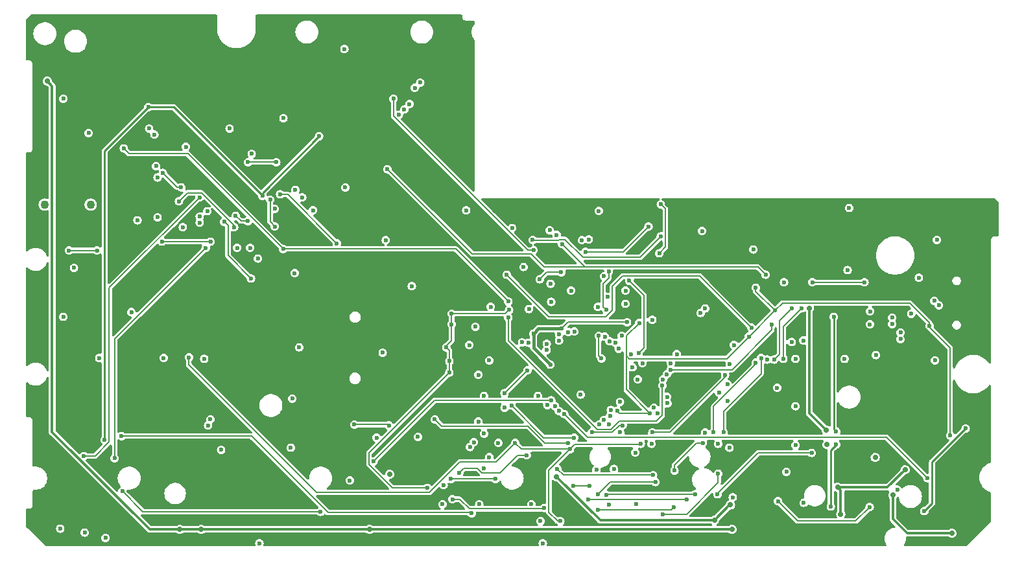
<source format=gbr>
%TF.GenerationSoftware,KiCad,Pcbnew,8.0.5-unknown-202409261835~48b9027842~ubuntu24.04.1*%
%TF.CreationDate,2024-10-03T03:13:52+08:00*%
%TF.ProjectId,EL6170_Pro_Max_Plus,454c3631-3730-45f5-9072-6f5f4d61785f,rev?*%
%TF.SameCoordinates,Original*%
%TF.FileFunction,Copper,L2,Inr*%
%TF.FilePolarity,Positive*%
%FSLAX46Y46*%
G04 Gerber Fmt 4.6, Leading zero omitted, Abs format (unit mm)*
G04 Created by KiCad (PCBNEW 8.0.5-unknown-202409261835~48b9027842~ubuntu24.04.1) date 2024-10-03 03:13:52*
%MOMM*%
%LPD*%
G01*
G04 APERTURE LIST*
%TA.AperFunction,ComponentPad*%
%ADD10C,1.100000*%
%TD*%
%TA.AperFunction,ComponentPad*%
%ADD11O,2.100000X1.000000*%
%TD*%
%TA.AperFunction,ComponentPad*%
%ADD12O,1.600000X1.000000*%
%TD*%
%TA.AperFunction,ViaPad*%
%ADD13C,0.600000*%
%TD*%
%TA.AperFunction,ViaPad*%
%ADD14C,0.700000*%
%TD*%
%TA.AperFunction,Conductor*%
%ADD15C,0.280000*%
%TD*%
%TA.AperFunction,Conductor*%
%ADD16C,0.200000*%
%TD*%
%TA.AperFunction,Conductor*%
%ADD17C,0.400000*%
%TD*%
%TA.AperFunction,Conductor*%
%ADD18C,0.290000*%
%TD*%
%TA.AperFunction,Conductor*%
%ADD19C,0.360000*%
%TD*%
G04 APERTURE END LIST*
D10*
%TO.N,*%
%TO.C,CN1*%
X94970000Y-87850000D03*
X100970000Y-87850000D03*
%TD*%
D11*
%TO.N,DEMP*%
%TO.C,J1*%
X213500000Y-105018000D03*
D12*
X217680000Y-105018000D03*
D11*
X213500000Y-96382000D03*
D12*
X217680000Y-96382000D03*
%TD*%
D13*
%TO.N,DEMP*%
X105100000Y-76800000D03*
X217300000Y-106900000D03*
X130400000Y-73900000D03*
X104800000Y-99200000D03*
X133700000Y-76900000D03*
X207500000Y-103300000D03*
X117200000Y-91400000D03*
X202300000Y-123700000D03*
X128300000Y-129570000D03*
X161800000Y-94500000D03*
X180100000Y-103800000D03*
X196900000Y-103400000D03*
X203200000Y-115900000D03*
X153300000Y-124500000D03*
X180800000Y-111100000D03*
X201400000Y-119100000D03*
X156575735Y-110075735D03*
X178900000Y-117500000D03*
X114500000Y-92000000D03*
X202500000Y-119100000D03*
X148800000Y-124700000D03*
X132300000Y-103000000D03*
X208800000Y-99200000D03*
X216300000Y-106200000D03*
X198900000Y-105000000D03*
X193500000Y-125200000D03*
X159100000Y-98800000D03*
X170900000Y-95400000D03*
X149200000Y-119200000D03*
X120800000Y-74600000D03*
X129800000Y-70900000D03*
X162900000Y-94700000D03*
X195600000Y-103400000D03*
X142400000Y-105400000D03*
X181700000Y-106000000D03*
X206460116Y-101599914D03*
X107400000Y-91800000D03*
X124675735Y-86324265D03*
X132300000Y-98900000D03*
X120700000Y-73000000D03*
X182400000Y-108800000D03*
X146700000Y-122100000D03*
X128600000Y-68100000D03*
X113500000Y-83200000D03*
X157600000Y-111200000D03*
X178600000Y-103800000D03*
X117000000Y-105000000D03*
X215200000Y-94500000D03*
X151300000Y-124900000D03*
X177500000Y-119100000D03*
X135500000Y-129300000D03*
X160700000Y-103300000D03*
X95500000Y-68100000D03*
X123900000Y-105000000D03*
X201100000Y-123700000D03*
X183700000Y-129300000D03*
X111400000Y-129100000D03*
X111400000Y-94600000D03*
X181800000Y-111100000D03*
X133400000Y-100100000D03*
X118300000Y-75400000D03*
X192800000Y-124600000D03*
X129900000Y-74900000D03*
X166800000Y-112400000D03*
X138839813Y-77060187D03*
X181000000Y-108800000D03*
X110600000Y-113700000D03*
X181300000Y-114200000D03*
X217500000Y-100100000D03*
X122600000Y-115100000D03*
X143100000Y-102700000D03*
X129900000Y-69400000D03*
X137000000Y-105200000D03*
X114400000Y-129500000D03*
X107600000Y-72200000D03*
X172200000Y-121200000D03*
X111500000Y-86600000D03*
X211394178Y-99549999D03*
X151000000Y-122900000D03*
X159300000Y-110600000D03*
X124500000Y-75300000D03*
X175322438Y-124977562D03*
X163000000Y-109600000D03*
X156400000Y-99600000D03*
X205600000Y-101500000D03*
X166300000Y-112900000D03*
X108100000Y-98900000D03*
X129200000Y-84800000D03*
X116900000Y-71200000D03*
X182900000Y-106200000D03*
X208900000Y-100200000D03*
X134300000Y-104800000D03*
X111200000Y-111000000D03*
X161000000Y-109900000D03*
X134300000Y-131100000D03*
X199800000Y-109700000D03*
X201000000Y-109700000D03*
X126400000Y-74800000D03*
X158400000Y-123100000D03*
X112500000Y-113200000D03*
X172549087Y-122204210D03*
X145100000Y-104400000D03*
X118300000Y-101700000D03*
X121800000Y-103100000D03*
%TO.N,+3V3*%
X175000000Y-115100000D03*
X148100000Y-102100000D03*
X160990778Y-108760673D03*
X172575735Y-103324265D03*
X148100000Y-103500000D03*
X144929362Y-124869162D03*
X123400000Y-86700000D03*
X130800000Y-78900000D03*
X171000000Y-103205000D03*
X169700000Y-114800000D03*
X102800000Y-118600000D03*
X162446306Y-104067907D03*
X174200000Y-119100000D03*
X158800000Y-104700000D03*
X186900000Y-105100000D03*
X210500000Y-103700000D03*
X108500000Y-75100000D03*
X187800000Y-98700000D03*
X147400000Y-106500000D03*
X100200000Y-130700000D03*
X97000000Y-130200000D03*
X155600000Y-101600000D03*
X102900000Y-131400000D03*
X213200000Y-118000000D03*
X147800000Y-108300000D03*
X147800000Y-109800000D03*
X190300000Y-101700000D03*
X174000000Y-115100000D03*
%TO.N,/VDD_SPI*%
X171300000Y-97800000D03*
X172500000Y-107232386D03*
D14*
%TO.N,+5V*%
X115400000Y-130300000D03*
X112600000Y-130300000D03*
X184700000Y-130300000D03*
X137400000Y-130300000D03*
X95300000Y-71700000D03*
X140000000Y-123100000D03*
D13*
%TO.N,CHIP_PU*%
X134800000Y-123900000D03*
X161600000Y-114200000D03*
X157500000Y-96000000D03*
%TO.N,XTAL_P*%
X158000000Y-109500000D03*
X155000000Y-114400000D03*
X155000000Y-112500000D03*
%TO.N,XTAL_N*%
X160523748Y-106037959D03*
X159371157Y-112834029D03*
X160593198Y-114041981D03*
X157301848Y-105845629D03*
%TO.N,Net-(U2-FB)*%
X121500000Y-90000000D03*
X119900000Y-89300000D03*
%TO.N,AGND*%
X101800000Y-93830002D03*
X98130002Y-93830002D03*
%TO.N,XSMT*%
X112800000Y-85575000D03*
X110400000Y-83700000D03*
%TO.N,Net-(U9-LDOO)*%
X115200000Y-86900000D03*
X100100000Y-120700000D03*
D14*
%TO.N,/BAT5V*%
X184500000Y-127100000D03*
X182400000Y-129100000D03*
X194800000Y-101400000D03*
X207300000Y-122500000D03*
X198500000Y-124800000D03*
X197100000Y-119200000D03*
X161800000Y-123400000D03*
X198900000Y-128300000D03*
X197000000Y-117300000D03*
D13*
%TO.N,BAT_SMP*%
X168650000Y-116550000D03*
X170100000Y-117599999D03*
%TO.N,Net-(D2-K)*%
X172400000Y-110700000D03*
X161103728Y-100560715D03*
%TO.N,Net-(D5-A)*%
X215200000Y-117100000D03*
X209800000Y-127900000D03*
%TO.N,GPIO9*%
X153000000Y-120856634D03*
X153000000Y-108200000D03*
%TO.N,GPIO8*%
X150400000Y-106200000D03*
X150500242Y-119524697D03*
%TO.N,GPIO7*%
X151000000Y-118900000D03*
X151200000Y-103800000D03*
%TO.N,GPIO6*%
X153200000Y-101200000D03*
X164932948Y-112669196D03*
%TO.N,GPIO5*%
X152325735Y-117774265D03*
X152325735Y-112834029D03*
%TO.N,GPIO4*%
X151600000Y-116200000D03*
X151600000Y-110100000D03*
%TO.N,Net-(D12-A)*%
X126143976Y-76543976D03*
%TO.N,KEY_ROW0*%
X100700000Y-78500000D03*
X113400000Y-80300000D03*
X125200000Y-82300000D03*
X130000000Y-88600000D03*
X121500000Y-82300000D03*
%TO.N,Net-(D13-A)*%
X134100000Y-67500000D03*
%TO.N,Net-(D14-A)*%
X134200000Y-85600000D03*
%TO.N,Net-(D15-A)*%
X122000000Y-81200000D03*
%TO.N,Net-(D16-A)*%
X109300000Y-78700000D03*
%TO.N,Net-(D17-A)*%
X97400000Y-74000000D03*
%TO.N,Net-(D18-A)*%
X211458751Y-92459933D03*
%TO.N,Net-(D19-A)*%
X200002074Y-88275560D03*
%TO.N,KEY_ROW1*%
X121800000Y-93500000D03*
X120100000Y-93500000D03*
%TO.N,Net-(D20-A)*%
X187500000Y-93700000D03*
%TO.N,Net-(D21-A)*%
X175200000Y-94200000D03*
X175400000Y-87800000D03*
%TO.N,Net-(D22-A)*%
X167300000Y-88675000D03*
%TO.N,Net-(D23-A)*%
X150000000Y-88600000D03*
%TO.N,Net-(D24-A)*%
X139500000Y-92500000D03*
%TO.N,Net-(D25-A)*%
X125000000Y-90700000D03*
X124400000Y-87200000D03*
%TO.N,Net-(D26-A)*%
X122800000Y-94900000D03*
X119700000Y-90800000D03*
X112500000Y-87400000D03*
%TO.N,Net-(D27-A)*%
X116624265Y-92675735D03*
X110275735Y-92675735D03*
%TO.N,Net-(D28-A)*%
X209100000Y-97400000D03*
%TO.N,KEY_ROW2*%
X195200000Y-98000000D03*
X127700000Y-85900000D03*
X119100000Y-77900000D03*
X108600000Y-77900000D03*
X202000000Y-98000000D03*
X192500000Y-101400000D03*
X190200000Y-108100000D03*
%TO.N,Net-(D29-A)*%
X199800000Y-96400000D03*
%TO.N,Net-(D30-A)*%
X191500000Y-98000000D03*
%TO.N,Net-(D31-A)*%
X180800000Y-91300000D03*
%TO.N,Net-(D32-A)*%
X173800000Y-90700000D03*
X165600000Y-94000000D03*
X162400000Y-96700000D03*
X159600000Y-97600000D03*
%TO.N,Net-(D33-A)*%
X175400000Y-92000000D03*
X158674264Y-92474264D03*
%TO.N,Net-(D34-A)*%
X125700000Y-86500000D03*
X133100000Y-92900000D03*
%TO.N,Net-(D35-A)*%
X109500000Y-82800000D03*
X118400000Y-90100000D03*
X121900000Y-97500000D03*
%TO.N,KEY_ROW3*%
X192500000Y-105800000D03*
X113800000Y-107800000D03*
X162300000Y-129200000D03*
X199400000Y-108000000D03*
X189300000Y-108100000D03*
X156400000Y-119000000D03*
X183800000Y-110100000D03*
X193000000Y-108000000D03*
X163550000Y-119800000D03*
X172800000Y-119100000D03*
X174300000Y-117600000D03*
%TO.N,Net-(D36-A)*%
X110500000Y-107900000D03*
%TO.N,Net-(D37-A)*%
X97400000Y-102500000D03*
%TO.N,Net-(D38-A)*%
X203500000Y-107500000D03*
%TO.N,Net-(D39-A)*%
X168600000Y-127100000D03*
X180900000Y-119000000D03*
X177200000Y-122600000D03*
%TO.N,Net-(D40-A)*%
X194000000Y-105600000D03*
%TO.N,Net-(D41-A)*%
X154200000Y-119000000D03*
%TO.N,Net-(D42-A)*%
X164100000Y-118300000D03*
X155900000Y-114100000D03*
%TO.N,Net-(D43-A)*%
X139100000Y-107200000D03*
%TO.N,KEY_ROW4*%
X182900000Y-119100000D03*
X188500000Y-107900000D03*
X161900000Y-122400000D03*
X174400000Y-123200000D03*
X116300000Y-116700000D03*
X152300000Y-122300000D03*
X127100000Y-119600000D03*
X183600000Y-117600000D03*
%TO.N,Net-(D44-A)*%
X128200000Y-106500000D03*
%TO.N,Net-(D45-A)*%
X115800000Y-108000000D03*
%TO.N,Net-(D46-A)*%
X102100000Y-107900000D03*
%TO.N,Net-(D47-A)*%
X116600000Y-115900000D03*
X166400000Y-117600000D03*
X163300000Y-119000000D03*
X170424265Y-116700000D03*
X145900000Y-115900000D03*
%TO.N,Net-(D48-A)*%
X184371661Y-119619552D03*
%TO.N,Net-(D49-A)*%
X172073475Y-120264284D03*
%TO.N,Net-(D50-A)*%
X138300000Y-118300000D03*
X149100000Y-122900000D03*
X157900000Y-120600000D03*
%TO.N,Net-(D51-A)*%
X143700000Y-118200000D03*
%TO.N,KEY_ROW5*%
X202675000Y-127375000D03*
X182900000Y-123000000D03*
X175700000Y-128300000D03*
X187800000Y-108500000D03*
X190700000Y-126600000D03*
X182300000Y-117600000D03*
%TO.N,Net-(D52-A)*%
X172184752Y-126999999D03*
%TO.N,Net-(D53-A)*%
X184800000Y-126100000D03*
%TO.N,Net-(D54-A)*%
X194069082Y-126818516D03*
%TO.N,Net-(D55-A)*%
X206300000Y-125100000D03*
%TO.N,Net-(D56-A)*%
X167200000Y-125700000D03*
X150708698Y-128200000D03*
X174700000Y-124100000D03*
X105000000Y-118100000D03*
%TO.N,Net-(D57-A)*%
X160000000Y-132100000D03*
%TO.N,Net-(D58-A)*%
X123000000Y-132100000D03*
X151700000Y-127000000D03*
X146900000Y-127000000D03*
%TO.N,Net-(D59-A)*%
X160200000Y-127480193D03*
X135397863Y-116602130D03*
X148200000Y-126350000D03*
X139900000Y-116700000D03*
%TO.N,KEY_ROW6*%
X183000000Y-112400000D03*
X193000000Y-114200000D03*
X193000000Y-119300000D03*
X184400000Y-108700000D03*
X190600000Y-111800000D03*
%TO.N,Net-(D60-A)*%
X158500000Y-127000000D03*
X167000000Y-122500000D03*
X174500000Y-114400000D03*
%TO.N,Net-(D61-A)*%
X181200000Y-117634314D03*
X178800000Y-126400000D03*
X165900000Y-126400000D03*
%TO.N,Net-(D62-A)*%
X169300000Y-122400000D03*
X164016189Y-124583811D03*
X166100000Y-124600000D03*
%TO.N,Net-(D63-A)*%
X195100000Y-120300000D03*
X168300000Y-125800000D03*
X159700000Y-129200000D03*
X182800000Y-125700000D03*
X179900000Y-125700000D03*
%TO.N,Net-(D64-A)*%
X191800000Y-122770000D03*
X105100000Y-125310000D03*
X131000000Y-128000000D03*
X167200000Y-127700000D03*
X177100000Y-127400000D03*
%TO.N,USB_D-*%
X206700000Y-105425000D03*
X211704744Y-101007201D03*
%TO.N,USB_D+*%
X211103702Y-100406159D03*
X206700000Y-104575000D03*
%TO.N,CARD_DET*%
X153828705Y-123700000D03*
X148000000Y-123700000D03*
%TO.N,Net-(L3-Pad2)*%
X137900000Y-121400000D03*
X161113197Y-113434029D03*
%TO.N,Net-(U1-XTAL_P)*%
X160495837Y-106858578D03*
X158100000Y-105900000D03*
%TO.N,DTR*%
X174300000Y-102900000D03*
X161800000Y-91800000D03*
%TO.N,GPIO0*%
X156000000Y-90900000D03*
X147050000Y-124500000D03*
X162099758Y-114824697D03*
%TO.N,RTS*%
X187224265Y-103924265D03*
X155300000Y-97000000D03*
%TO.N,Net-(Q3-D)*%
X197600000Y-127300000D03*
X198000000Y-102500000D03*
X198300000Y-117500000D03*
X198300000Y-119200000D03*
%TO.N,GPIO48*%
X173000000Y-108576036D03*
X167649402Y-107967146D03*
X167300000Y-105000000D03*
%TO.N,Net-(U9-OUTL)*%
X107090071Y-89900000D03*
X98800000Y-96100000D03*
%TO.N,Net-(U9-OUTR)*%
X109700000Y-89500000D03*
X109700000Y-84300000D03*
%TO.N,Net-(U9-LRCK)*%
X127600000Y-96800000D03*
X116200000Y-88700000D03*
%TO.N,GPIO40*%
X142900000Y-98500000D03*
X163323748Y-104519360D03*
%TO.N,GPIO41*%
X128600000Y-86900000D03*
X162123748Y-104800000D03*
%TO.N,Net-(U9-DIN)*%
X115200000Y-89399997D03*
X125000000Y-88400000D03*
%TO.N,Net-(U9-BCK)*%
X115200000Y-90200000D03*
X118000000Y-119900000D03*
%TO.N,GPIO42*%
X127300000Y-113200000D03*
X162123748Y-105617156D03*
%TO.N,Net-(U9-SCK)*%
X113000000Y-90800000D03*
X106300000Y-101900000D03*
%TO.N,GPIO39*%
X164119638Y-104438348D03*
X158200000Y-101500000D03*
X184959343Y-106191023D03*
%TO.N,GPIO14*%
X143300000Y-72600000D03*
X168891153Y-114688210D03*
%TO.N,GPIO12*%
X167967179Y-115999231D03*
X141900000Y-75400000D03*
%TO.N,GPIO13*%
X168770994Y-115479138D03*
X142600000Y-74700000D03*
%TO.N,GPIO17*%
X170082842Y-113617158D03*
X144000000Y-71900000D03*
%TO.N,GPIO11*%
X141200000Y-76100000D03*
X167348300Y-116600000D03*
%TO.N,KEY_COL0*%
X177500000Y-107376036D03*
%TO.N,KEY_COL1*%
X176700000Y-108576036D03*
X140500000Y-74000000D03*
X158800000Y-93800000D03*
%TO.N,KEY_COL2*%
X176714855Y-109409711D03*
X139700000Y-83200000D03*
X189100000Y-97000000D03*
X189900000Y-103500000D03*
X162500000Y-93000000D03*
%TO.N,KEY_COL3*%
X176189004Y-110012607D03*
X104100000Y-121000000D03*
X116000000Y-93500000D03*
%TO.N,KEY_COL4*%
X184100000Y-111300000D03*
X175700000Y-110700000D03*
X184100000Y-113500000D03*
%TO.N,KEY_COL5*%
X175600000Y-111500000D03*
X155500000Y-100500000D03*
X105300000Y-80500000D03*
X155500000Y-102600000D03*
X126100000Y-93640000D03*
%TO.N,KEY_COL6*%
X176225735Y-112974265D03*
%TO.N,KEY_COL7*%
X176300000Y-113800000D03*
X191400000Y-108000000D03*
X193800000Y-101400000D03*
%TO.N,D4-*%
X202713662Y-103503909D03*
X202732096Y-101788419D03*
%TO.N,SPIWP*%
X165100000Y-92500000D03*
X170300000Y-105000000D03*
X167200000Y-101200000D03*
%TO.N,SPICS1*%
X171700000Y-109100000D03*
X166000000Y-92400000D03*
%TO.N,SPIQ*%
X169473784Y-105922314D03*
X163700000Y-99100000D03*
X160900000Y-91200000D03*
%TO.N,SPID*%
X168300000Y-101605000D03*
X168600000Y-96600000D03*
X168705294Y-105700000D03*
%TO.N,SPICLK*%
X168000000Y-97200000D03*
X168500000Y-99900000D03*
X169907821Y-106677746D03*
X170800000Y-100800000D03*
%TO.N,SPIHD*%
X171507821Y-107376036D03*
X170800000Y-99100000D03*
%TO.N,GPIO2*%
X210200000Y-123600000D03*
X162800633Y-115210416D03*
%TO.N,SPICS0*%
X168100000Y-105100000D03*
X161015604Y-98200000D03*
%TO.N,D3+*%
X180599479Y-102000521D03*
X205612317Y-103467500D03*
%TO.N,D3-*%
X181200521Y-101399479D03*
X205612317Y-102617500D03*
%TO.N,XOUT*%
X211200000Y-108200000D03*
X208100000Y-102100000D03*
D14*
%TO.N,/VBAT*%
X213400000Y-130800000D03*
X203400000Y-120900000D03*
X205700000Y-125800000D03*
%TD*%
D15*
%TO.N,+3V3*%
X123400000Y-86300000D02*
X130800000Y-78900000D01*
D16*
X191300000Y-100700000D02*
X190300000Y-101700000D01*
D17*
X158800000Y-104700000D02*
X159432093Y-104067907D01*
D16*
X170907821Y-112007821D02*
X170907821Y-104992179D01*
X148100000Y-105600000D02*
X148100000Y-103500000D01*
D18*
X108500000Y-75100000D02*
X111800000Y-75100000D01*
D16*
X170907821Y-107624565D02*
X171259292Y-107976036D01*
X147800000Y-109800000D02*
X147800000Y-106900000D01*
D17*
X159432093Y-104067907D02*
X162446306Y-104067907D01*
D16*
X162446306Y-104067907D02*
X163309213Y-103205000D01*
D17*
X158800000Y-106569895D02*
X160990778Y-108760673D01*
D18*
X102800000Y-80800000D02*
X108500000Y-75100000D01*
D16*
X210500000Y-103700000D02*
X210500000Y-103900000D01*
X213200000Y-106600000D02*
X213200000Y-118000000D01*
X169700000Y-114800000D02*
X170000000Y-115100000D01*
X210500000Y-103900000D02*
X213200000Y-106600000D01*
X187800000Y-99200000D02*
X187800000Y-98700000D01*
X147800000Y-106900000D02*
X147400000Y-106500000D01*
X184023964Y-107976036D02*
X186900000Y-105100000D01*
X140369162Y-124869162D02*
X144929362Y-124869162D01*
D18*
X102800000Y-118600000D02*
X102800000Y-80800000D01*
D15*
X123400000Y-86700000D02*
X123400000Y-86300000D01*
D16*
X171259292Y-107976036D02*
X184023964Y-107976036D01*
X210500000Y-103300000D02*
X207900000Y-100700000D01*
X170907821Y-104992179D02*
X170907821Y-107624565D01*
X137300000Y-120300000D02*
X137300000Y-121800000D01*
X190300000Y-101700000D02*
X187800000Y-99200000D01*
D17*
X158800000Y-104700000D02*
X158800000Y-106569895D01*
D18*
X111800000Y-75100000D02*
X123400000Y-86700000D01*
D16*
X186900000Y-105100000D02*
X190300000Y-101700000D01*
X147400000Y-106500000D02*
X147400000Y-106300000D01*
X170000000Y-115100000D02*
X174000000Y-115100000D01*
X210500000Y-103700000D02*
X210500000Y-103300000D01*
X207900000Y-100700000D02*
X191300000Y-100700000D01*
X163309213Y-103205000D02*
X171000000Y-103205000D01*
X137300000Y-121800000D02*
X140369162Y-124869162D01*
X147800000Y-109800000D02*
X137300000Y-120300000D01*
X148100000Y-102100000D02*
X155100000Y-102100000D01*
X155100000Y-102100000D02*
X155600000Y-101600000D01*
X170907821Y-104992179D02*
X172575735Y-103324265D01*
X174000000Y-115100000D02*
X170907821Y-112007821D01*
X148100000Y-103500000D02*
X148100000Y-102100000D01*
X147400000Y-106300000D02*
X148100000Y-105600000D01*
%TO.N,/VDD_SPI*%
X173200000Y-106532386D02*
X173200000Y-99700000D01*
X173200000Y-99700000D02*
X171300000Y-97800000D01*
X172500000Y-107232386D02*
X173200000Y-106532386D01*
D19*
%TO.N,+5V*%
X95950000Y-117582376D02*
X108667624Y-130300000D01*
X108667624Y-130300000D02*
X112600000Y-130300000D01*
X137400000Y-130300000D02*
X184700000Y-130300000D01*
X115400000Y-130300000D02*
X137400000Y-130300000D01*
X95300000Y-71700000D02*
X95950000Y-72350000D01*
X95950000Y-72350000D02*
X95950000Y-117582376D01*
X112600000Y-130300000D02*
X115400000Y-130300000D01*
D16*
%TO.N,XTAL_P*%
X158000000Y-109500000D02*
X155000000Y-112500000D01*
%TO.N,Net-(U2-FB)*%
X121500000Y-90000000D02*
X120600000Y-90000000D01*
X120600000Y-90000000D02*
X119900000Y-89300000D01*
%TO.N,AGND*%
X98130002Y-93830002D02*
X101800000Y-93830002D01*
%TO.N,XSMT*%
X112275000Y-85575000D02*
X112800000Y-85575000D01*
X110400000Y-83700000D02*
X112275000Y-85575000D01*
%TO.N,Net-(U9-LDOO)*%
X101548529Y-120700000D02*
X100100000Y-120700000D01*
X115200000Y-86900000D02*
X103400000Y-98700000D01*
X103400000Y-98700000D02*
X103400000Y-118848529D01*
X103400000Y-118848529D02*
X101548529Y-120700000D01*
D19*
%TO.N,/BAT5V*%
X205000000Y-124800000D02*
X207300000Y-122500000D01*
X198900000Y-125200000D02*
X198500000Y-124800000D01*
X184500000Y-127100000D02*
X184400000Y-127100000D01*
X198500000Y-124800000D02*
X205000000Y-124800000D01*
X197000000Y-117300000D02*
X194800000Y-115100000D01*
X182400000Y-129100000D02*
X167500000Y-129100000D01*
X167500000Y-129100000D02*
X161800000Y-123400000D01*
X194800000Y-115100000D02*
X194800000Y-101400000D01*
X198900000Y-128300000D02*
X198900000Y-125200000D01*
X184400000Y-127100000D02*
X182400000Y-129100000D01*
D15*
%TO.N,Net-(D5-A)*%
X210800000Y-126900000D02*
X210800000Y-121500000D01*
X209800000Y-127900000D02*
X210800000Y-126900000D01*
X210800000Y-121500000D02*
X215200000Y-117100000D01*
D16*
%TO.N,KEY_ROW0*%
X125200000Y-82300000D02*
X121500000Y-82300000D01*
%TO.N,Net-(D21-A)*%
X175200000Y-94200000D02*
X176000000Y-93400000D01*
X176000000Y-88400000D02*
X175400000Y-87800000D01*
X176000000Y-93400000D02*
X176000000Y-88400000D01*
%TO.N,Net-(D25-A)*%
X124400000Y-90100000D02*
X124400000Y-87200000D01*
X125000000Y-90700000D02*
X124400000Y-90100000D01*
%TO.N,Net-(D26-A)*%
X115448529Y-86300000D02*
X113600000Y-86300000D01*
X113600000Y-86300000D02*
X112500000Y-87400000D01*
X119700000Y-90551471D02*
X115448529Y-86300000D01*
X119700000Y-90800000D02*
X119700000Y-90551471D01*
%TO.N,Net-(D27-A)*%
X116624265Y-92675735D02*
X110275735Y-92675735D01*
%TO.N,KEY_ROW2*%
X190200000Y-108100000D02*
X190900000Y-107400000D01*
X190900000Y-103000000D02*
X192500000Y-101400000D01*
X195200000Y-98000000D02*
X202000000Y-98000000D01*
X190900000Y-107400000D02*
X190900000Y-103000000D01*
%TO.N,Net-(D32-A)*%
X170500000Y-94000000D02*
X165600000Y-94000000D01*
X173800000Y-90700000D02*
X170500000Y-94000000D01*
X160500000Y-96700000D02*
X159600000Y-97600000D01*
X162400000Y-96700000D02*
X160500000Y-96700000D01*
%TO.N,Net-(D33-A)*%
X172665686Y-94734314D02*
X175400000Y-92000000D01*
X158700000Y-92500000D02*
X162000000Y-92500000D01*
X158674264Y-92474264D02*
X158700000Y-92500000D01*
X162900000Y-92400000D02*
X165234314Y-94734314D01*
X162000000Y-92500000D02*
X162100000Y-92400000D01*
X165234314Y-94734314D02*
X172665686Y-94734314D01*
X162100000Y-92400000D02*
X162900000Y-92400000D01*
%TO.N,Net-(D34-A)*%
X126700000Y-86500000D02*
X133100000Y-92900000D01*
X125700000Y-86500000D02*
X126700000Y-86500000D01*
%TO.N,Net-(D35-A)*%
X118900000Y-90600000D02*
X118900000Y-94500000D01*
X118400000Y-90100000D02*
X118900000Y-90600000D01*
X118900000Y-94500000D02*
X121900000Y-97500000D01*
%TO.N,KEY_ROW3*%
X161930000Y-129200000D02*
X160800000Y-128070000D01*
X176600000Y-117600000D02*
X174300000Y-117600000D01*
X162300000Y-129200000D02*
X161930000Y-129200000D01*
X160800000Y-122550000D02*
X163550000Y-119800000D01*
X164150000Y-119200000D02*
X172700000Y-119200000D01*
X163550000Y-119800000D02*
X157200000Y-119800000D01*
X157200000Y-119800000D02*
X156400000Y-119000000D01*
X145177891Y-125469162D02*
X130469162Y-125469162D01*
X149190419Y-121456634D02*
X145177891Y-125469162D01*
X163550000Y-119800000D02*
X164150000Y-119200000D01*
X153943366Y-121456634D02*
X149190419Y-121456634D01*
X130469162Y-125469162D02*
X113800000Y-108800000D01*
X183800000Y-110100000D02*
X183800000Y-110400000D01*
X172700000Y-119200000D02*
X172800000Y-119100000D01*
X156400000Y-119000000D02*
X153943366Y-121456634D01*
X160800000Y-128070000D02*
X160800000Y-122550000D01*
X183800000Y-110400000D02*
X176600000Y-117600000D01*
X113800000Y-108800000D02*
X113800000Y-107800000D01*
%TO.N,Net-(D39-A)*%
X177200000Y-122600000D02*
X177200000Y-121900000D01*
X177200000Y-121900000D02*
X180100000Y-119000000D01*
X180100000Y-119000000D02*
X180900000Y-119000000D01*
%TO.N,Net-(D42-A)*%
X160100000Y-118300000D02*
X155900000Y-114100000D01*
X164100000Y-118300000D02*
X160100000Y-118300000D01*
%TO.N,KEY_ROW4*%
X188500000Y-109948529D02*
X183600000Y-114848529D01*
X183600000Y-114848529D02*
X183600000Y-117600000D01*
X174400000Y-123200000D02*
X162700000Y-123200000D01*
X162700000Y-123200000D02*
X161900000Y-122400000D01*
X188500000Y-107900000D02*
X188500000Y-109948529D01*
%TO.N,Net-(D47-A)*%
X146800000Y-116800000D02*
X158034314Y-116800000D01*
X158034314Y-116800000D02*
X160234314Y-119000000D01*
X166400000Y-117600000D02*
X169100000Y-117600000D01*
X170000000Y-116700000D02*
X170424265Y-116700000D01*
X169100000Y-117600000D02*
X170000000Y-116700000D01*
X145900000Y-115900000D02*
X146800000Y-116800000D01*
X160234314Y-119000000D02*
X163300000Y-119000000D01*
%TO.N,Net-(D50-A)*%
X156728705Y-120600000D02*
X157900000Y-120600000D01*
X154428705Y-122900000D02*
X156728705Y-120600000D01*
X149700000Y-122300000D02*
X151451471Y-122300000D01*
X149100000Y-122900000D02*
X149700000Y-122300000D01*
X151451471Y-122300000D02*
X152051471Y-122900000D01*
X152051471Y-122900000D02*
X154428705Y-122900000D01*
%TO.N,KEY_ROW5*%
X202675000Y-127375000D02*
X200850000Y-129200000D01*
X187800000Y-108700000D02*
X187800000Y-108500000D01*
X182900000Y-124171295D02*
X178771295Y-128300000D01*
X182300000Y-117600000D02*
X182300000Y-114200000D01*
X182300000Y-114200000D02*
X187800000Y-108700000D01*
X182900000Y-123000000D02*
X182900000Y-124171295D01*
X193300000Y-129200000D02*
X190700000Y-126600000D01*
X178771295Y-128300000D02*
X175700000Y-128300000D01*
X200850000Y-129200000D02*
X193300000Y-129200000D01*
%TO.N,Net-(D56-A)*%
X150708698Y-128200000D02*
X150608698Y-128100000D01*
X150608698Y-128100000D02*
X131948529Y-128100000D01*
X174700000Y-124100000D02*
X168800000Y-124100000D01*
X121948529Y-118100000D02*
X105000000Y-118100000D01*
X131948529Y-128100000D02*
X121948529Y-118100000D01*
X168800000Y-124100000D02*
X167200000Y-125700000D01*
%TO.N,Net-(D59-A)*%
X160080193Y-127600000D02*
X160200000Y-127480193D01*
X150400000Y-127600000D02*
X160080193Y-127600000D01*
X148200000Y-126350000D02*
X149150000Y-126350000D01*
X139900000Y-116700000D02*
X139802130Y-116602130D01*
X149150000Y-126350000D02*
X150400000Y-127600000D01*
X139802130Y-116602130D02*
X135397863Y-116602130D01*
%TO.N,Net-(D61-A)*%
X178800000Y-126400000D02*
X165900000Y-126400000D01*
%TO.N,Net-(D62-A)*%
X166100000Y-124600000D02*
X164032378Y-124600000D01*
X164032378Y-124600000D02*
X164016189Y-124583811D01*
%TO.N,Net-(D63-A)*%
X195100000Y-120300000D02*
X188100000Y-120300000D01*
X179900000Y-125700000D02*
X168400000Y-125700000D01*
X182800000Y-125600000D02*
X182800000Y-125700000D01*
X168400000Y-125700000D02*
X168300000Y-125800000D01*
X188100000Y-120300000D02*
X182800000Y-125600000D01*
%TO.N,Net-(D64-A)*%
X107790000Y-128000000D02*
X105100000Y-125310000D01*
X176800000Y-127700000D02*
X167200000Y-127700000D01*
X131000000Y-128000000D02*
X107790000Y-128000000D01*
X177100000Y-127400000D02*
X176800000Y-127700000D01*
%TO.N,CARD_DET*%
X148000000Y-123700000D02*
X153828705Y-123700000D01*
%TO.N,Net-(L3-Pad2)*%
X145865971Y-113434029D02*
X161113197Y-113434029D01*
X137900000Y-121400000D02*
X145865971Y-113434029D01*
%TO.N,RTS*%
X169100000Y-101653529D02*
X169100000Y-98500000D01*
X168253529Y-102500000D02*
X169100000Y-101653529D01*
X160800000Y-102500000D02*
X168253529Y-102500000D01*
X180500000Y-97200000D02*
X187224265Y-103924265D01*
X155300000Y-97000000D02*
X160800000Y-102500000D01*
X169100000Y-98500000D02*
X170400000Y-97200000D01*
X170400000Y-97200000D02*
X180500000Y-97200000D01*
D15*
%TO.N,Net-(Q3-D)*%
X198000000Y-102500000D02*
X198000000Y-117200000D01*
X197600000Y-119950000D02*
X198300000Y-119250000D01*
X197600000Y-127300000D02*
X197600000Y-119950000D01*
X198000000Y-117200000D02*
X198300000Y-117500000D01*
X198300000Y-119250000D02*
X198300000Y-119200000D01*
D16*
%TO.N,GPIO48*%
X167300000Y-107617744D02*
X167300000Y-105000000D01*
X167649402Y-107967146D02*
X167300000Y-107617744D01*
%TO.N,KEY_COL1*%
X140500000Y-76248529D02*
X140500000Y-74000000D01*
X158800000Y-93800000D02*
X158051471Y-93800000D01*
X158051471Y-93800000D02*
X140500000Y-76248529D01*
%TO.N,KEY_COL2*%
X158451471Y-94300000D02*
X160151471Y-96000000D01*
X165500000Y-96000000D02*
X165700000Y-96000000D01*
X184690289Y-109409711D02*
X176714855Y-109409711D01*
X162500000Y-93000000D02*
X165500000Y-96000000D01*
X150800000Y-94300000D02*
X158451471Y-94300000D01*
X139700000Y-83200000D02*
X150800000Y-94300000D01*
X188100000Y-96000000D02*
X189100000Y-97000000D01*
X189900000Y-103500000D02*
X189900000Y-104200000D01*
X160151471Y-96000000D02*
X165700000Y-96000000D01*
X165700000Y-96000000D02*
X188100000Y-96000000D01*
X189900000Y-104200000D02*
X184690289Y-109409711D01*
%TO.N,KEY_COL3*%
X104100000Y-121000000D02*
X104100000Y-105400000D01*
X104100000Y-105400000D02*
X116000000Y-93500000D01*
%TO.N,KEY_COL5*%
X175600000Y-111500000D02*
X175600000Y-115348529D01*
X113660000Y-81200000D02*
X106000000Y-81200000D01*
X175600000Y-115348529D02*
X174848529Y-116100000D01*
X106000000Y-81200000D02*
X105300000Y-80500000D01*
X155500000Y-100500000D02*
X148640000Y-93640000D01*
X170000000Y-116100000D02*
X168900000Y-117200000D01*
X168900000Y-117200000D02*
X167099771Y-117200000D01*
X155500000Y-105600229D02*
X155500000Y-102600000D01*
X126100000Y-93640000D02*
X113660000Y-81200000D01*
X174848529Y-116100000D02*
X170000000Y-116100000D01*
X148640000Y-93640000D02*
X126100000Y-93640000D01*
X167099771Y-117200000D02*
X155500000Y-105600229D01*
%TO.N,KEY_COL7*%
X191400000Y-108000000D02*
X191400000Y-103800000D01*
X191400000Y-103800000D02*
X193800000Y-101400000D01*
%TO.N,SPID*%
X167900000Y-98148529D02*
X167900000Y-101205000D01*
X168600000Y-97448529D02*
X167900000Y-98148529D01*
X168600000Y-96600000D02*
X168600000Y-97448529D01*
X167900000Y-101205000D02*
X168300000Y-101605000D01*
%TO.N,GPIO2*%
X162800633Y-115210416D02*
X165824531Y-118234314D01*
X204834314Y-118234314D02*
X210200000Y-123600000D01*
X165824531Y-118234314D02*
X204834314Y-118234314D01*
D19*
%TO.N,/VBAT*%
X205700000Y-125800000D02*
X205700000Y-128952715D01*
X207547285Y-130800000D02*
X213400000Y-130800000D01*
X205700000Y-128952715D02*
X207547285Y-130800000D01*
%TD*%
%TA.AperFunction,Conductor*%
%TO.N,DEMP*%
G36*
X95474397Y-110410775D02*
G01*
X95513878Y-110477032D01*
X95519500Y-110517576D01*
X95519500Y-117639052D01*
X95548838Y-117748543D01*
X95605514Y-117846709D01*
X95694157Y-117935352D01*
X95694162Y-117935356D01*
X108323137Y-130564332D01*
X108323138Y-130564333D01*
X108403291Y-130644486D01*
X108466295Y-130680861D01*
X108501457Y-130701162D01*
X108610947Y-130730500D01*
X108610948Y-130730500D01*
X112124029Y-130730500D01*
X112198529Y-130750462D01*
X112214734Y-130761290D01*
X112297157Y-130824535D01*
X112297158Y-130824535D01*
X112297159Y-130824536D01*
X112443238Y-130885044D01*
X112443241Y-130885044D01*
X112443243Y-130885045D01*
X112443240Y-130885045D01*
X112599997Y-130905682D01*
X112600000Y-130905682D01*
X112600003Y-130905682D01*
X112756757Y-130885045D01*
X112756758Y-130885044D01*
X112756762Y-130885044D01*
X112902841Y-130824536D01*
X112918667Y-130812392D01*
X112985266Y-130761290D01*
X113056523Y-130731775D01*
X113075971Y-130730500D01*
X114924029Y-130730500D01*
X114998529Y-130750462D01*
X115014734Y-130761290D01*
X115097157Y-130824535D01*
X115097158Y-130824535D01*
X115097159Y-130824536D01*
X115243238Y-130885044D01*
X115243241Y-130885044D01*
X115243243Y-130885045D01*
X115243240Y-130885045D01*
X115399997Y-130905682D01*
X115400000Y-130905682D01*
X115400003Y-130905682D01*
X115556757Y-130885045D01*
X115556758Y-130885044D01*
X115556762Y-130885044D01*
X115702841Y-130824536D01*
X115718667Y-130812392D01*
X115785266Y-130761290D01*
X115856523Y-130731775D01*
X115875971Y-130730500D01*
X136924029Y-130730500D01*
X136998529Y-130750462D01*
X137014734Y-130761290D01*
X137097157Y-130824535D01*
X137097158Y-130824535D01*
X137097159Y-130824536D01*
X137243238Y-130885044D01*
X137243241Y-130885044D01*
X137243243Y-130885045D01*
X137243240Y-130885045D01*
X137399997Y-130905682D01*
X137400000Y-130905682D01*
X137400003Y-130905682D01*
X137556757Y-130885045D01*
X137556758Y-130885044D01*
X137556762Y-130885044D01*
X137702841Y-130824536D01*
X137718667Y-130812392D01*
X137785266Y-130761290D01*
X137856523Y-130731775D01*
X137875971Y-130730500D01*
X184224029Y-130730500D01*
X184298529Y-130750462D01*
X184314734Y-130761290D01*
X184397157Y-130824535D01*
X184397158Y-130824535D01*
X184397159Y-130824536D01*
X184543238Y-130885044D01*
X184543241Y-130885044D01*
X184543243Y-130885045D01*
X184543240Y-130885045D01*
X184699997Y-130905682D01*
X184700000Y-130905682D01*
X184700003Y-130905682D01*
X184856757Y-130885045D01*
X184856758Y-130885044D01*
X184856762Y-130885044D01*
X185002841Y-130824536D01*
X185128282Y-130728282D01*
X185224536Y-130602841D01*
X185285044Y-130456762D01*
X185289572Y-130422374D01*
X185305682Y-130300002D01*
X185305682Y-130299997D01*
X185285045Y-130143242D01*
X185285044Y-130143240D01*
X185285044Y-130143238D01*
X185224536Y-129997159D01*
X185128282Y-129871718D01*
X185125392Y-129869500D01*
X185002840Y-129775463D01*
X184917098Y-129739948D01*
X184856762Y-129714956D01*
X184856760Y-129714955D01*
X184856756Y-129714954D01*
X184856759Y-129714954D01*
X184700003Y-129694318D01*
X184699997Y-129694318D01*
X184543242Y-129714954D01*
X184397157Y-129775464D01*
X184314734Y-129838710D01*
X184243477Y-129868225D01*
X184224029Y-129869500D01*
X182822537Y-129869500D01*
X182748037Y-129849538D01*
X182693499Y-129795000D01*
X182673537Y-129720500D01*
X182693499Y-129646000D01*
X182731830Y-129602291D01*
X182828282Y-129528282D01*
X182924536Y-129402841D01*
X182985044Y-129256762D01*
X182998604Y-129153755D01*
X183028118Y-129082501D01*
X183040962Y-129067854D01*
X184362449Y-127746368D01*
X184429242Y-127707806D01*
X184487255Y-127704004D01*
X184500000Y-127705682D01*
X184500003Y-127705682D01*
X184656757Y-127685045D01*
X184656758Y-127685044D01*
X184656762Y-127685044D01*
X184802841Y-127624536D01*
X184928282Y-127528282D01*
X185024536Y-127402841D01*
X185085044Y-127256762D01*
X185086763Y-127243709D01*
X185105682Y-127100002D01*
X185105682Y-127099997D01*
X185085045Y-126943242D01*
X185085044Y-126943240D01*
X185085044Y-126943238D01*
X185024536Y-126797159D01*
X185024534Y-126797156D01*
X185019654Y-126788703D01*
X185022512Y-126787052D01*
X184999727Y-126732005D01*
X185009813Y-126655539D01*
X185056781Y-126594361D01*
X185072967Y-126583550D01*
X185077619Y-126580863D01*
X185077625Y-126580861D01*
X185192621Y-126492621D01*
X185280861Y-126377625D01*
X185336330Y-126243709D01*
X185336330Y-126243708D01*
X185336331Y-126243706D01*
X185355250Y-126100002D01*
X185355250Y-126099997D01*
X185336331Y-125956293D01*
X185280861Y-125822374D01*
X185204954Y-125723452D01*
X185192621Y-125707379D01*
X185142213Y-125668699D01*
X185077625Y-125619138D01*
X184943706Y-125563668D01*
X184800003Y-125544750D01*
X184799997Y-125544750D01*
X184656293Y-125563668D01*
X184522374Y-125619138D01*
X184407381Y-125707377D01*
X184407377Y-125707381D01*
X184319138Y-125822374D01*
X184263668Y-125956293D01*
X184244750Y-126099997D01*
X184244750Y-126100002D01*
X184263668Y-126243702D01*
X184263669Y-126243705D01*
X184263670Y-126243709D01*
X184314203Y-126365708D01*
X184324269Y-126442176D01*
X184294753Y-126513432D01*
X184233565Y-126560383D01*
X184197162Y-126575461D01*
X184197160Y-126575462D01*
X184071718Y-126671717D01*
X184071717Y-126671718D01*
X183975463Y-126797159D01*
X183914954Y-126943241D01*
X183913213Y-126949740D01*
X183874651Y-127016528D01*
X182432152Y-128459028D01*
X182365357Y-128497592D01*
X182346242Y-128501394D01*
X182243242Y-128514954D01*
X182097157Y-128575464D01*
X182014734Y-128638710D01*
X181943477Y-128668225D01*
X181924029Y-128669500D01*
X179257195Y-128669500D01*
X179182695Y-128649538D01*
X179128157Y-128595000D01*
X179108195Y-128520500D01*
X179128157Y-128446000D01*
X179151836Y-128415141D01*
X180567646Y-126999331D01*
X181991649Y-125575327D01*
X182058442Y-125536765D01*
X182135570Y-125536765D01*
X182202365Y-125575329D01*
X182240929Y-125642124D01*
X182244084Y-125690234D01*
X182244750Y-125690234D01*
X182244750Y-125700002D01*
X182263668Y-125843706D01*
X182319138Y-125977625D01*
X182385162Y-126063668D01*
X182407379Y-126092621D01*
X182441938Y-126119139D01*
X182522374Y-126180861D01*
X182656293Y-126236331D01*
X182799997Y-126255250D01*
X182800000Y-126255250D01*
X182800003Y-126255250D01*
X182943706Y-126236331D01*
X182943708Y-126236330D01*
X182943709Y-126236330D01*
X183077625Y-126180861D01*
X183192621Y-126092621D01*
X183280861Y-125977625D01*
X183336330Y-125843709D01*
X183336330Y-125843708D01*
X183336331Y-125843706D01*
X183355250Y-125700002D01*
X183355250Y-125699998D01*
X183347630Y-125642124D01*
X183346277Y-125631844D01*
X183356344Y-125555377D01*
X183388640Y-125507040D01*
X186125684Y-122769997D01*
X191244750Y-122769997D01*
X191244750Y-122770002D01*
X191263668Y-122913706D01*
X191319138Y-123047625D01*
X191386640Y-123135593D01*
X191407379Y-123162621D01*
X191446464Y-123192612D01*
X191522374Y-123250861D01*
X191656293Y-123306331D01*
X191799997Y-123325250D01*
X191800000Y-123325250D01*
X191800003Y-123325250D01*
X191943706Y-123306331D01*
X191943708Y-123306330D01*
X191943709Y-123306330D01*
X192077625Y-123250861D01*
X192192621Y-123162621D01*
X192280861Y-123047625D01*
X192336330Y-122913709D01*
X192336330Y-122913708D01*
X192336331Y-122913706D01*
X192355250Y-122770002D01*
X192355250Y-122769997D01*
X192336331Y-122626293D01*
X192280861Y-122492374D01*
X192195439Y-122381052D01*
X192192621Y-122377379D01*
X192159130Y-122351680D01*
X192077625Y-122289138D01*
X191943706Y-122233668D01*
X191800003Y-122214750D01*
X191799997Y-122214750D01*
X191656293Y-122233668D01*
X191522374Y-122289138D01*
X191407381Y-122377377D01*
X191407377Y-122377381D01*
X191319138Y-122492374D01*
X191263668Y-122626293D01*
X191244750Y-122769997D01*
X186125684Y-122769997D01*
X188201541Y-120694141D01*
X188268336Y-120655577D01*
X188306900Y-120650500D01*
X194603541Y-120650500D01*
X194678041Y-120670462D01*
X194699461Y-120686898D01*
X194699632Y-120686676D01*
X194707378Y-120692620D01*
X194707379Y-120692621D01*
X194709360Y-120694141D01*
X194822374Y-120780861D01*
X194956293Y-120836331D01*
X195099997Y-120855250D01*
X195100000Y-120855250D01*
X195100003Y-120855250D01*
X195243706Y-120836331D01*
X195243708Y-120836330D01*
X195243709Y-120836330D01*
X195377625Y-120780861D01*
X195492621Y-120692621D01*
X195580861Y-120577625D01*
X195636330Y-120443709D01*
X195636330Y-120443708D01*
X195636331Y-120443706D01*
X195655250Y-120300002D01*
X195655250Y-120299997D01*
X195636331Y-120156293D01*
X195580861Y-120022374D01*
X195500248Y-119917319D01*
X195492621Y-119907379D01*
X195446078Y-119871665D01*
X195377625Y-119819138D01*
X195243706Y-119763668D01*
X195100003Y-119744750D01*
X195099997Y-119744750D01*
X194956293Y-119763668D01*
X194822374Y-119819138D01*
X194726124Y-119892995D01*
X194716996Y-119900000D01*
X194699632Y-119913324D01*
X194698507Y-119911858D01*
X194642105Y-119944423D01*
X194603541Y-119949500D01*
X193495459Y-119949500D01*
X193420959Y-119929538D01*
X193366421Y-119875000D01*
X193346459Y-119800500D01*
X193366421Y-119726000D01*
X193390100Y-119695141D01*
X193392612Y-119692627D01*
X193392621Y-119692621D01*
X193480861Y-119577625D01*
X193536330Y-119443709D01*
X193536330Y-119443708D01*
X193536331Y-119443706D01*
X193555250Y-119300002D01*
X193555250Y-119299997D01*
X193536331Y-119156293D01*
X193480861Y-119022374D01*
X193404127Y-118922374D01*
X193392621Y-118907379D01*
X193320479Y-118852022D01*
X193273528Y-118790833D01*
X193263461Y-118714365D01*
X193292977Y-118643108D01*
X193354167Y-118596156D01*
X193411186Y-118584814D01*
X196512992Y-118584814D01*
X196587492Y-118604776D01*
X196642030Y-118659314D01*
X196661992Y-118733814D01*
X196642030Y-118808314D01*
X196631202Y-118824519D01*
X196575463Y-118897159D01*
X196514954Y-119043242D01*
X196494318Y-119199997D01*
X196494318Y-119200002D01*
X196514954Y-119356757D01*
X196575463Y-119502840D01*
X196669200Y-119625000D01*
X196671718Y-119628282D01*
X196797159Y-119724536D01*
X196943238Y-119785044D01*
X196943241Y-119785044D01*
X196943243Y-119785045D01*
X196943241Y-119785045D01*
X197079947Y-119803042D01*
X197151205Y-119832557D01*
X197198158Y-119893746D01*
X197209500Y-119950767D01*
X197209500Y-126854035D01*
X197189538Y-126928535D01*
X197178710Y-126944741D01*
X197119137Y-127022376D01*
X197063668Y-127156293D01*
X197044750Y-127299997D01*
X197044750Y-127300002D01*
X197063668Y-127443706D01*
X197119138Y-127577625D01*
X197152009Y-127620462D01*
X197207379Y-127692621D01*
X197229758Y-127709793D01*
X197322374Y-127780861D01*
X197456293Y-127836331D01*
X197599997Y-127855250D01*
X197600000Y-127855250D01*
X197600003Y-127855250D01*
X197743706Y-127836331D01*
X197743708Y-127836330D01*
X197743709Y-127836330D01*
X197877625Y-127780861D01*
X197992621Y-127692621D01*
X198080861Y-127577625D01*
X198136330Y-127443709D01*
X198136330Y-127443708D01*
X198136331Y-127443706D01*
X198155250Y-127300002D01*
X198155250Y-127299997D01*
X198136331Y-127156293D01*
X198080862Y-127022376D01*
X198022782Y-126946685D01*
X198021289Y-126944740D01*
X197991775Y-126873483D01*
X197990500Y-126854035D01*
X197990500Y-125461929D01*
X198010462Y-125387429D01*
X198065000Y-125332891D01*
X198139500Y-125312929D01*
X198196520Y-125324271D01*
X198197158Y-125324535D01*
X198197159Y-125324536D01*
X198343238Y-125385044D01*
X198343239Y-125385044D01*
X198352676Y-125387573D01*
X198352118Y-125389653D01*
X198411196Y-125414119D01*
X198458153Y-125475305D01*
X198469500Y-125532336D01*
X198469500Y-127824029D01*
X198449538Y-127898529D01*
X198438710Y-127914733D01*
X198375465Y-127997156D01*
X198375464Y-127997158D01*
X198314954Y-128143242D01*
X198294318Y-128299997D01*
X198294318Y-128300002D01*
X198314954Y-128456757D01*
X198366197Y-128580470D01*
X198375464Y-128602841D01*
X198380801Y-128609796D01*
X198410315Y-128681053D01*
X198400247Y-128757521D01*
X198353294Y-128818711D01*
X198282037Y-128848225D01*
X198262590Y-128849500D01*
X193506899Y-128849500D01*
X193432399Y-128829538D01*
X193401540Y-128805859D01*
X191414194Y-126818513D01*
X193513832Y-126818513D01*
X193513832Y-126818518D01*
X193532750Y-126962222D01*
X193588220Y-127096141D01*
X193640038Y-127163670D01*
X193676461Y-127211137D01*
X193723684Y-127247373D01*
X193791456Y-127299377D01*
X193925375Y-127354847D01*
X194069079Y-127373766D01*
X194069082Y-127373766D01*
X194069085Y-127373766D01*
X194212788Y-127354847D01*
X194212790Y-127354846D01*
X194212791Y-127354846D01*
X194346707Y-127299377D01*
X194461703Y-127211137D01*
X194536504Y-127113654D01*
X194597690Y-127066706D01*
X194674159Y-127056639D01*
X194724930Y-127075430D01*
X194725955Y-127073537D01*
X194731372Y-127076468D01*
X194731374Y-127076470D01*
X194935497Y-127186936D01*
X195155019Y-127262298D01*
X195383951Y-127300500D01*
X195383953Y-127300500D01*
X195616047Y-127300500D01*
X195616049Y-127300500D01*
X195844981Y-127262298D01*
X196064503Y-127186936D01*
X196268626Y-127076470D01*
X196433947Y-126947796D01*
X196451779Y-126933917D01*
X196451781Y-126933915D01*
X196451784Y-126933913D01*
X196608979Y-126763153D01*
X196735924Y-126568849D01*
X196829157Y-126356300D01*
X196886134Y-126131305D01*
X196902806Y-125930098D01*
X196905300Y-125900001D01*
X196905300Y-125899998D01*
X196898147Y-125813670D01*
X196886134Y-125668695D01*
X196829157Y-125443700D01*
X196735924Y-125231151D01*
X196608979Y-125036847D01*
X196451784Y-124866087D01*
X196451783Y-124866086D01*
X196451781Y-124866084D01*
X196451779Y-124866082D01*
X196268630Y-124723533D01*
X196268624Y-124723529D01*
X196238781Y-124707379D01*
X196064503Y-124613064D01*
X195855747Y-124541398D01*
X195844984Y-124537703D01*
X195844983Y-124537702D01*
X195844981Y-124537702D01*
X195616049Y-124499500D01*
X195383951Y-124499500D01*
X195155019Y-124537702D01*
X195155017Y-124537702D01*
X195155015Y-124537703D01*
X194935496Y-124613064D01*
X194731375Y-124723529D01*
X194731369Y-124723533D01*
X194548220Y-124866082D01*
X194548218Y-124866084D01*
X194391023Y-125036844D01*
X194391021Y-125036846D01*
X194391021Y-125036847D01*
X194264502Y-125230500D01*
X194264075Y-125231153D01*
X194264073Y-125231156D01*
X194170843Y-125443698D01*
X194113865Y-125668699D01*
X194094700Y-125899998D01*
X194094700Y-125900001D01*
X194112474Y-126114512D01*
X194098732Y-126190406D01*
X194048884Y-126249261D01*
X193983433Y-126274541D01*
X193925375Y-126282185D01*
X193791456Y-126337654D01*
X193676463Y-126425893D01*
X193676459Y-126425897D01*
X193588220Y-126540890D01*
X193532750Y-126674809D01*
X193513832Y-126818513D01*
X191414194Y-126818513D01*
X191298891Y-126703210D01*
X191260327Y-126636415D01*
X191256802Y-126609646D01*
X191256525Y-126609683D01*
X191236331Y-126456293D01*
X191180861Y-126322374D01*
X191123653Y-126247821D01*
X191092621Y-126207379D01*
X191063800Y-126185264D01*
X190977625Y-126119138D01*
X190843706Y-126063668D01*
X190700003Y-126044750D01*
X190699997Y-126044750D01*
X190556293Y-126063668D01*
X190422374Y-126119138D01*
X190307381Y-126207377D01*
X190307377Y-126207381D01*
X190219138Y-126322374D01*
X190163668Y-126456293D01*
X190144750Y-126599997D01*
X190144750Y-126600002D01*
X190163668Y-126743706D01*
X190219138Y-126877625D01*
X190278703Y-126955250D01*
X190307379Y-126992621D01*
X190319301Y-127001769D01*
X190422374Y-127080861D01*
X190556293Y-127136331D01*
X190709683Y-127156525D01*
X190709441Y-127158355D01*
X190772351Y-127175212D01*
X190803210Y-127198891D01*
X193019531Y-129415212D01*
X193084788Y-129480469D01*
X193084790Y-129480470D01*
X193164708Y-129526612D01*
X193164712Y-129526614D01*
X193253856Y-129550500D01*
X200896144Y-129550500D01*
X200985288Y-129526614D01*
X200985290Y-129526612D01*
X200985292Y-129526612D01*
X201007128Y-129514005D01*
X201007129Y-129514004D01*
X201065212Y-129480470D01*
X202571790Y-127973890D01*
X202638585Y-127935327D01*
X202665353Y-127931802D01*
X202665317Y-127931525D01*
X202818706Y-127911331D01*
X202818708Y-127911330D01*
X202818709Y-127911330D01*
X202952625Y-127855861D01*
X203067621Y-127767621D01*
X203155861Y-127652625D01*
X203211330Y-127518709D01*
X203211330Y-127518708D01*
X203211331Y-127518706D01*
X203230250Y-127375002D01*
X203230250Y-127374997D01*
X203211331Y-127231293D01*
X203155861Y-127097374D01*
X203098311Y-127022375D01*
X203067621Y-126982379D01*
X203027262Y-126951410D01*
X202952625Y-126894138D01*
X202818706Y-126838668D01*
X202675003Y-126819750D01*
X202674997Y-126819750D01*
X202531293Y-126838668D01*
X202397374Y-126894138D01*
X202282381Y-126982377D01*
X202282377Y-126982381D01*
X202194138Y-127097374D01*
X202138668Y-127231293D01*
X202118475Y-127384682D01*
X202116643Y-127384440D01*
X202099788Y-127447349D01*
X202076109Y-127478208D01*
X200748459Y-128805859D01*
X200681664Y-128844423D01*
X200643100Y-128849500D01*
X199537410Y-128849500D01*
X199462910Y-128829538D01*
X199408372Y-128775000D01*
X199388410Y-128700500D01*
X199408372Y-128626000D01*
X199419199Y-128609796D01*
X199424536Y-128602841D01*
X199485044Y-128456762D01*
X199485869Y-128450500D01*
X199505682Y-128300002D01*
X199505682Y-128299997D01*
X199485045Y-128143242D01*
X199485044Y-128143240D01*
X199485044Y-128143238D01*
X199424536Y-127997159D01*
X199424534Y-127997156D01*
X199361290Y-127914733D01*
X199331775Y-127843476D01*
X199330500Y-127824029D01*
X199330500Y-125379500D01*
X199350462Y-125305000D01*
X199405000Y-125250462D01*
X199479500Y-125230500D01*
X205056680Y-125230500D01*
X205059779Y-125230092D01*
X205062878Y-125230500D01*
X205066443Y-125230500D01*
X205066443Y-125230969D01*
X205136247Y-125240159D01*
X205197437Y-125287112D01*
X205226952Y-125358369D01*
X205216885Y-125434837D01*
X205197439Y-125468520D01*
X205175463Y-125497160D01*
X205114954Y-125643242D01*
X205094318Y-125799997D01*
X205094318Y-125800002D01*
X205114954Y-125956757D01*
X205175464Y-126102842D01*
X205238709Y-126185264D01*
X205268225Y-126256521D01*
X205269500Y-126275970D01*
X205269500Y-129009391D01*
X205298838Y-129118882D01*
X205298839Y-129118883D01*
X205355514Y-129217048D01*
X205444157Y-129305691D01*
X205444163Y-129305696D01*
X205983607Y-129845141D01*
X206022171Y-129911936D01*
X206022171Y-129989064D01*
X205983607Y-130055859D01*
X205916812Y-130094423D01*
X205890008Y-130097951D01*
X205890095Y-130098991D01*
X205883953Y-130099500D01*
X205883951Y-130099500D01*
X205655019Y-130137702D01*
X205655017Y-130137702D01*
X205655015Y-130137703D01*
X205435496Y-130213064D01*
X205231375Y-130323529D01*
X205231369Y-130323533D01*
X205048220Y-130466082D01*
X205048218Y-130466084D01*
X204891023Y-130636844D01*
X204891021Y-130636846D01*
X204891021Y-130636847D01*
X204768399Y-130824535D01*
X204764075Y-130831153D01*
X204764073Y-130831156D01*
X204670843Y-131043698D01*
X204613865Y-131268699D01*
X204594700Y-131499998D01*
X204594700Y-131500001D01*
X204613865Y-131731300D01*
X204613865Y-131731303D01*
X204613866Y-131731305D01*
X204629394Y-131792622D01*
X204670843Y-131956301D01*
X204764072Y-132168842D01*
X204764074Y-132168846D01*
X204764076Y-132168849D01*
X204829513Y-132269008D01*
X204853548Y-132342292D01*
X204837720Y-132417778D01*
X204786270Y-132475238D01*
X204712982Y-132499274D01*
X204704774Y-132499500D01*
X160653372Y-132499500D01*
X160578872Y-132479538D01*
X160524334Y-132425000D01*
X160504372Y-132350500D01*
X160515714Y-132293481D01*
X160522955Y-132276000D01*
X160536330Y-132243709D01*
X160536330Y-132243708D01*
X160536331Y-132243706D01*
X160555250Y-132100002D01*
X160555250Y-132099997D01*
X160536331Y-131956293D01*
X160480861Y-131822374D01*
X160410976Y-131731300D01*
X160392621Y-131707379D01*
X160353845Y-131677625D01*
X160277625Y-131619138D01*
X160143706Y-131563668D01*
X160000003Y-131544750D01*
X159999997Y-131544750D01*
X159856293Y-131563668D01*
X159722374Y-131619138D01*
X159607381Y-131707377D01*
X159607377Y-131707381D01*
X159519138Y-131822374D01*
X159463668Y-131956293D01*
X159444750Y-132099997D01*
X159444750Y-132100002D01*
X159463668Y-132243706D01*
X159484286Y-132293481D01*
X159494353Y-132369949D01*
X159464837Y-132441206D01*
X159403647Y-132488158D01*
X159346628Y-132499500D01*
X123653372Y-132499500D01*
X123578872Y-132479538D01*
X123524334Y-132425000D01*
X123504372Y-132350500D01*
X123515714Y-132293481D01*
X123522955Y-132276000D01*
X123536330Y-132243709D01*
X123536330Y-132243708D01*
X123536331Y-132243706D01*
X123555250Y-132100002D01*
X123555250Y-132099997D01*
X123536331Y-131956293D01*
X123480861Y-131822374D01*
X123410976Y-131731300D01*
X123392621Y-131707379D01*
X123353845Y-131677625D01*
X123277625Y-131619138D01*
X123143706Y-131563668D01*
X123000003Y-131544750D01*
X122999997Y-131544750D01*
X122856293Y-131563668D01*
X122722374Y-131619138D01*
X122607381Y-131707377D01*
X122607377Y-131707381D01*
X122519138Y-131822374D01*
X122463668Y-131956293D01*
X122444750Y-132099997D01*
X122444750Y-132100002D01*
X122463668Y-132243706D01*
X122484286Y-132293481D01*
X122494353Y-132369949D01*
X122464837Y-132441206D01*
X122403647Y-132488158D01*
X122346628Y-132499500D01*
X95169031Y-132499500D01*
X95094531Y-132479538D01*
X95063672Y-132455859D01*
X94007810Y-131399997D01*
X102344750Y-131399997D01*
X102344750Y-131400002D01*
X102363668Y-131543706D01*
X102419138Y-131677625D01*
X102460325Y-131731300D01*
X102507379Y-131792621D01*
X102546154Y-131822374D01*
X102622374Y-131880861D01*
X102756293Y-131936331D01*
X102899997Y-131955250D01*
X102900000Y-131955250D01*
X102900003Y-131955250D01*
X103043706Y-131936331D01*
X103043708Y-131936330D01*
X103043709Y-131936330D01*
X103177625Y-131880861D01*
X103292621Y-131792621D01*
X103380861Y-131677625D01*
X103436330Y-131543709D01*
X103436330Y-131543708D01*
X103436331Y-131543706D01*
X103455250Y-131400002D01*
X103455250Y-131399997D01*
X103436331Y-131256293D01*
X103380861Y-131122374D01*
X103320490Y-131043698D01*
X103292621Y-131007379D01*
X103253845Y-130977625D01*
X103177625Y-130919138D01*
X103043706Y-130863668D01*
X102900003Y-130844750D01*
X102899997Y-130844750D01*
X102756293Y-130863668D01*
X102622374Y-130919138D01*
X102507381Y-131007377D01*
X102507377Y-131007381D01*
X102419138Y-131122374D01*
X102363668Y-131256293D01*
X102344750Y-131399997D01*
X94007810Y-131399997D01*
X92807811Y-130199997D01*
X96444750Y-130199997D01*
X96444750Y-130200002D01*
X96463668Y-130343706D01*
X96519138Y-130477625D01*
X96579502Y-130556291D01*
X96607379Y-130592621D01*
X96620697Y-130602840D01*
X96722374Y-130680861D01*
X96856293Y-130736331D01*
X96999997Y-130755250D01*
X97000000Y-130755250D01*
X97000003Y-130755250D01*
X97143706Y-130736331D01*
X97143708Y-130736330D01*
X97143709Y-130736330D01*
X97231426Y-130699997D01*
X99644750Y-130699997D01*
X99644750Y-130700002D01*
X99663668Y-130843706D01*
X99719138Y-130977625D01*
X99769839Y-131043698D01*
X99807379Y-131092621D01*
X99820697Y-131102840D01*
X99922374Y-131180861D01*
X100056293Y-131236331D01*
X100199997Y-131255250D01*
X100200000Y-131255250D01*
X100200003Y-131255250D01*
X100343706Y-131236331D01*
X100343708Y-131236330D01*
X100343709Y-131236330D01*
X100477625Y-131180861D01*
X100592621Y-131092621D01*
X100680861Y-130977625D01*
X100736330Y-130843709D01*
X100736330Y-130843708D01*
X100736331Y-130843706D01*
X100755250Y-130700002D01*
X100755250Y-130699997D01*
X100736331Y-130556293D01*
X100680861Y-130422374D01*
X100605013Y-130323529D01*
X100592621Y-130307379D01*
X100551029Y-130275464D01*
X100477625Y-130219138D01*
X100343706Y-130163668D01*
X100200003Y-130144750D01*
X100199997Y-130144750D01*
X100056293Y-130163668D01*
X99922374Y-130219138D01*
X99807381Y-130307377D01*
X99807377Y-130307381D01*
X99719138Y-130422374D01*
X99663668Y-130556293D01*
X99644750Y-130699997D01*
X97231426Y-130699997D01*
X97277625Y-130680861D01*
X97392621Y-130592621D01*
X97480861Y-130477625D01*
X97536330Y-130343709D01*
X97536330Y-130343708D01*
X97536331Y-130343706D01*
X97555250Y-130200002D01*
X97555250Y-130199997D01*
X97536331Y-130056293D01*
X97480861Y-129922374D01*
X97416662Y-129838710D01*
X97392621Y-129807379D01*
X97351029Y-129775464D01*
X97277625Y-129719138D01*
X97143706Y-129663668D01*
X97000003Y-129644750D01*
X96999997Y-129644750D01*
X96856293Y-129663668D01*
X96722374Y-129719138D01*
X96607381Y-129807377D01*
X96607377Y-129807381D01*
X96519138Y-129922374D01*
X96463668Y-130056293D01*
X96444750Y-130199997D01*
X92807811Y-130199997D01*
X92544141Y-129936327D01*
X92505577Y-129869532D01*
X92500500Y-129830968D01*
X92500500Y-127749500D01*
X92520462Y-127675000D01*
X92575000Y-127620462D01*
X92649500Y-127600500D01*
X92965892Y-127600500D01*
X93093186Y-127566392D01*
X93207314Y-127500500D01*
X93300500Y-127407314D01*
X93366392Y-127293186D01*
X93400500Y-127165892D01*
X93400500Y-125249500D01*
X93420462Y-125175000D01*
X93475000Y-125120462D01*
X93549500Y-125100500D01*
X93918087Y-125100500D01*
X93918092Y-125100500D01*
X94151368Y-125063553D01*
X94375992Y-124990568D01*
X94586433Y-124883343D01*
X94777510Y-124744517D01*
X94944517Y-124577510D01*
X95083343Y-124386433D01*
X95190568Y-124175992D01*
X95263553Y-123951368D01*
X95300500Y-123718092D01*
X95300500Y-123481908D01*
X95263553Y-123248632D01*
X95190568Y-123024008D01*
X95083343Y-122813567D01*
X94944517Y-122622490D01*
X94777510Y-122455483D01*
X94586433Y-122316657D01*
X94375992Y-122209432D01*
X94151368Y-122136447D01*
X93918092Y-122099500D01*
X93918087Y-122099500D01*
X93549500Y-122099500D01*
X93475000Y-122079538D01*
X93420462Y-122025000D01*
X93400500Y-121950500D01*
X93400500Y-116034108D01*
X93400499Y-116034106D01*
X93366392Y-115906814D01*
X93300500Y-115792686D01*
X93207314Y-115699500D01*
X93207311Y-115699498D01*
X93207310Y-115699497D01*
X93112484Y-115644750D01*
X93093186Y-115633608D01*
X92965892Y-115599500D01*
X92649500Y-115599500D01*
X92575000Y-115579538D01*
X92520462Y-115525000D01*
X92500500Y-115450500D01*
X92500500Y-111185696D01*
X92520462Y-111111196D01*
X92575000Y-111056658D01*
X92649500Y-111036696D01*
X92724000Y-111056658D01*
X92759123Y-111084782D01*
X92780252Y-111107734D01*
X92780256Y-111107738D01*
X92976491Y-111260474D01*
X92976492Y-111260474D01*
X92976494Y-111260476D01*
X93153556Y-111356297D01*
X93195190Y-111378828D01*
X93360369Y-111435534D01*
X93430386Y-111459571D01*
X93430390Y-111459572D01*
X93486101Y-111468868D01*
X93675665Y-111500500D01*
X93675667Y-111500500D01*
X93924333Y-111500500D01*
X93924335Y-111500500D01*
X94134750Y-111465388D01*
X94169609Y-111459572D01*
X94169610Y-111459571D01*
X94169614Y-111459571D01*
X94404810Y-111378828D01*
X94623509Y-111260474D01*
X94819744Y-111107738D01*
X94988164Y-110924785D01*
X95124173Y-110716607D01*
X95224063Y-110488881D01*
X95226059Y-110480998D01*
X95263699Y-110413679D01*
X95329956Y-110374198D01*
X95407077Y-110373135D01*
X95474397Y-110410775D01*
G37*
%TD.AperFunction*%
%TA.AperFunction,Conductor*%
G36*
X213774000Y-110749175D02*
G01*
X213828538Y-110803713D01*
X213841207Y-110832170D01*
X213870492Y-110922302D01*
X213870502Y-110922327D01*
X214004458Y-111206999D01*
X214004463Y-111207009D01*
X214173052Y-111472662D01*
X214373603Y-111715087D01*
X214373609Y-111715094D01*
X214530729Y-111862639D01*
X214602970Y-111930478D01*
X214648655Y-111963670D01*
X214857512Y-112115414D01*
X214889257Y-112132866D01*
X215133234Y-112266994D01*
X215425775Y-112382819D01*
X215730527Y-112461066D01*
X216042681Y-112500499D01*
X216042681Y-112500500D01*
X216042682Y-112500500D01*
X216357319Y-112500500D01*
X216357318Y-112500499D01*
X216669473Y-112461066D01*
X216974225Y-112382819D01*
X217266766Y-112266994D01*
X217542484Y-112115416D01*
X217544508Y-112113946D01*
X217597820Y-112075212D01*
X217797030Y-111930478D01*
X218026390Y-111715094D01*
X218226947Y-111472663D01*
X218226955Y-111472650D01*
X218229705Y-111468868D01*
X218231368Y-111470076D01*
X218281464Y-111424008D01*
X218356734Y-111407180D01*
X218430334Y-111430242D01*
X218482542Y-111487014D01*
X218499500Y-111556050D01*
X218499500Y-121449702D01*
X218479538Y-121524202D01*
X218425000Y-121578740D01*
X218390701Y-121593176D01*
X218328514Y-121610600D01*
X218328511Y-121610600D01*
X218328508Y-121610602D01*
X218240181Y-121648968D01*
X218077490Y-121719634D01*
X217843654Y-121861832D01*
X217843651Y-121861834D01*
X217631370Y-122034538D01*
X217631365Y-122034543D01*
X217444566Y-122234553D01*
X217286741Y-122458140D01*
X217160832Y-122701133D01*
X217160831Y-122701136D01*
X217069182Y-122959010D01*
X217013501Y-123226962D01*
X216994825Y-123500000D01*
X217013501Y-123773038D01*
X217069182Y-124040990D01*
X217160371Y-124297570D01*
X217160832Y-124298866D01*
X217286741Y-124541859D01*
X217358635Y-124643709D01*
X217441732Y-124761432D01*
X217444566Y-124765446D01*
X217504051Y-124829138D01*
X217631362Y-124965454D01*
X217631367Y-124965458D01*
X217631370Y-124965461D01*
X217841397Y-125136331D01*
X217843655Y-125138168D01*
X218077489Y-125280365D01*
X218328508Y-125389398D01*
X218328513Y-125389399D01*
X218328517Y-125389401D01*
X218390699Y-125406823D01*
X218457050Y-125446144D01*
X218494852Y-125513373D01*
X218499500Y-125550298D01*
X218499500Y-129230968D01*
X218479538Y-129305468D01*
X218455859Y-129336327D01*
X215336327Y-132455859D01*
X215269532Y-132494423D01*
X215230968Y-132499500D01*
X207295226Y-132499500D01*
X207220726Y-132479538D01*
X207166188Y-132425000D01*
X207146226Y-132350500D01*
X207166188Y-132276000D01*
X207170463Y-132269043D01*
X207235924Y-132168849D01*
X207329157Y-131956300D01*
X207386134Y-131731305D01*
X207405300Y-131500000D01*
X207396335Y-131391804D01*
X207410077Y-131315910D01*
X207459925Y-131257055D01*
X207532522Y-131231009D01*
X207544826Y-131230500D01*
X207603962Y-131230500D01*
X212924029Y-131230500D01*
X212998529Y-131250462D01*
X213014734Y-131261290D01*
X213097157Y-131324535D01*
X213097158Y-131324535D01*
X213097159Y-131324536D01*
X213243238Y-131385044D01*
X213243241Y-131385044D01*
X213243243Y-131385045D01*
X213243240Y-131385045D01*
X213399997Y-131405682D01*
X213400000Y-131405682D01*
X213400003Y-131405682D01*
X213556757Y-131385045D01*
X213556758Y-131385044D01*
X213556762Y-131385044D01*
X213702841Y-131324536D01*
X213828282Y-131228282D01*
X213924536Y-131102841D01*
X213985044Y-130956762D01*
X213989998Y-130919138D01*
X214005682Y-130800002D01*
X214005682Y-130799997D01*
X213985045Y-130643242D01*
X213985044Y-130643240D01*
X213985044Y-130643238D01*
X213924536Y-130497159D01*
X213828282Y-130371718D01*
X213825392Y-130369500D01*
X213702840Y-130275463D01*
X213622944Y-130242369D01*
X213556762Y-130214956D01*
X213556760Y-130214955D01*
X213556756Y-130214954D01*
X213556759Y-130214954D01*
X213400003Y-130194318D01*
X213399997Y-130194318D01*
X213243242Y-130214954D01*
X213097157Y-130275464D01*
X213014734Y-130338710D01*
X212943477Y-130368225D01*
X212924029Y-130369500D01*
X207787322Y-130369500D01*
X207712822Y-130349538D01*
X207681963Y-130325859D01*
X206174141Y-128818037D01*
X206135577Y-128751242D01*
X206130500Y-128712678D01*
X206130500Y-126275970D01*
X206150462Y-126201470D01*
X206161291Y-126185264D01*
X206190489Y-126147212D01*
X206224536Y-126102841D01*
X206224537Y-126102837D01*
X206229418Y-126094386D01*
X206232563Y-126096202D01*
X206267970Y-126049979D01*
X206339201Y-126020402D01*
X206415678Y-126030404D01*
X206476908Y-126077305D01*
X206506485Y-126148536D01*
X206507267Y-126155806D01*
X206514891Y-126247816D01*
X206514891Y-126247819D01*
X206514892Y-126247821D01*
X206533772Y-126322375D01*
X206575937Y-126488882D01*
X206675827Y-126716607D01*
X206811837Y-126924787D01*
X206973593Y-127100500D01*
X206980256Y-127107738D01*
X207176491Y-127260474D01*
X207176492Y-127260474D01*
X207176494Y-127260476D01*
X207388116Y-127375000D01*
X207395190Y-127378828D01*
X207584173Y-127443706D01*
X207630386Y-127459571D01*
X207630390Y-127459572D01*
X207682709Y-127468302D01*
X207875665Y-127500500D01*
X207875667Y-127500500D01*
X208124333Y-127500500D01*
X208124335Y-127500500D01*
X208334750Y-127465388D01*
X208369609Y-127459572D01*
X208369610Y-127459571D01*
X208369614Y-127459571D01*
X208604810Y-127378828D01*
X208823509Y-127260474D01*
X209019744Y-127107738D01*
X209188164Y-126924785D01*
X209324173Y-126716607D01*
X209424063Y-126488881D01*
X209485108Y-126247821D01*
X209505643Y-126000000D01*
X209503947Y-125979538D01*
X209495179Y-125873716D01*
X209485108Y-125752179D01*
X209424063Y-125511119D01*
X209324173Y-125283393D01*
X209188164Y-125075215D01*
X209188163Y-125075214D01*
X209188162Y-125075212D01*
X209019743Y-124892261D01*
X208921626Y-124815894D01*
X208823509Y-124739526D01*
X208823508Y-124739525D01*
X208823505Y-124739523D01*
X208604815Y-124621174D01*
X208604811Y-124621172D01*
X208369613Y-124540428D01*
X208369609Y-124540427D01*
X208124335Y-124499500D01*
X207875665Y-124499500D01*
X207875664Y-124499500D01*
X207630390Y-124540427D01*
X207630386Y-124540428D01*
X207395188Y-124621172D01*
X207395184Y-124621174D01*
X207176494Y-124739523D01*
X207176482Y-124739531D01*
X207005532Y-124872587D01*
X206934480Y-124902593D01*
X206857944Y-124893052D01*
X206796433Y-124846522D01*
X206784975Y-124829500D01*
X206780861Y-124822375D01*
X206692621Y-124707379D01*
X206665945Y-124686910D01*
X206577625Y-124619138D01*
X206443706Y-124563668D01*
X206300003Y-124544750D01*
X206299996Y-124544750D01*
X206233157Y-124553549D01*
X206156689Y-124543482D01*
X206095500Y-124496529D01*
X206065985Y-124425271D01*
X206076052Y-124348803D01*
X206108348Y-124300469D01*
X207267849Y-123140968D01*
X207334642Y-123102406D01*
X207353740Y-123098606D01*
X207456762Y-123085044D01*
X207602841Y-123024536D01*
X207728282Y-122928282D01*
X207824536Y-122802841D01*
X207885044Y-122656762D01*
X207885476Y-122653485D01*
X207905682Y-122500002D01*
X207905682Y-122499997D01*
X207885045Y-122343242D01*
X207885044Y-122343240D01*
X207885044Y-122343238D01*
X207824536Y-122197159D01*
X207728282Y-122071718D01*
X207728022Y-122071518D01*
X207602840Y-121975463D01*
X207522944Y-121942369D01*
X207456762Y-121914956D01*
X207456760Y-121914955D01*
X207456756Y-121914954D01*
X207456759Y-121914954D01*
X207300003Y-121894318D01*
X207299997Y-121894318D01*
X207143242Y-121914954D01*
X206997159Y-121975463D01*
X206871718Y-122071717D01*
X206871717Y-122071718D01*
X206775463Y-122197159D01*
X206714956Y-122343238D01*
X206701395Y-122446241D01*
X206671879Y-122517497D01*
X206659029Y-122532150D01*
X204865323Y-124325859D01*
X204798528Y-124364423D01*
X204759964Y-124369500D01*
X198975971Y-124369500D01*
X198901471Y-124349538D01*
X198885266Y-124338710D01*
X198802842Y-124275464D01*
X198735570Y-124247599D01*
X198656762Y-124214956D01*
X198656760Y-124214955D01*
X198656756Y-124214954D01*
X198656759Y-124214954D01*
X198500003Y-124194318D01*
X198499997Y-124194318D01*
X198343240Y-124214954D01*
X198196519Y-124275728D01*
X198120051Y-124285795D01*
X198048794Y-124256279D01*
X198001842Y-124195089D01*
X197990500Y-124138070D01*
X197990500Y-120899997D01*
X202794318Y-120899997D01*
X202794318Y-120900002D01*
X202814954Y-121056757D01*
X202875463Y-121202840D01*
X202932848Y-121277625D01*
X202971718Y-121328282D01*
X203097159Y-121424536D01*
X203243238Y-121485044D01*
X203243241Y-121485044D01*
X203243243Y-121485045D01*
X203243240Y-121485045D01*
X203399997Y-121505682D01*
X203400000Y-121505682D01*
X203400003Y-121505682D01*
X203556757Y-121485045D01*
X203556758Y-121485044D01*
X203556762Y-121485044D01*
X203702841Y-121424536D01*
X203828282Y-121328282D01*
X203924536Y-121202841D01*
X203985044Y-121056762D01*
X203985869Y-121050500D01*
X204005682Y-120900002D01*
X204005682Y-120899997D01*
X203985045Y-120743242D01*
X203985044Y-120743240D01*
X203985044Y-120743238D01*
X203924536Y-120597159D01*
X203828282Y-120471718D01*
X203818244Y-120464015D01*
X203702840Y-120375463D01*
X203622944Y-120342369D01*
X203556762Y-120314956D01*
X203556760Y-120314955D01*
X203556756Y-120314954D01*
X203556759Y-120314954D01*
X203400003Y-120294318D01*
X203399997Y-120294318D01*
X203243242Y-120314954D01*
X203097159Y-120375463D01*
X202971718Y-120471717D01*
X202971717Y-120471718D01*
X202875463Y-120597159D01*
X202814954Y-120743242D01*
X202794318Y-120899997D01*
X197990500Y-120899997D01*
X197990500Y-120173468D01*
X198010462Y-120098968D01*
X198034141Y-120068109D01*
X198172712Y-119929538D01*
X198318363Y-119783886D01*
X198385156Y-119745324D01*
X198404262Y-119741523D01*
X198443709Y-119736330D01*
X198577625Y-119680861D01*
X198692621Y-119592621D01*
X198780861Y-119477625D01*
X198836330Y-119343709D01*
X198836330Y-119343708D01*
X198836331Y-119343706D01*
X198855250Y-119200002D01*
X198855250Y-119199997D01*
X198836331Y-119056293D01*
X198780861Y-118922374D01*
X198705774Y-118824520D01*
X198676258Y-118753263D01*
X198686325Y-118676795D01*
X198733277Y-118615605D01*
X198804534Y-118586089D01*
X198823983Y-118584814D01*
X204627414Y-118584814D01*
X204701914Y-118604776D01*
X204732773Y-118628455D01*
X209601109Y-123496791D01*
X209639673Y-123563586D01*
X209643197Y-123590354D01*
X209643475Y-123590318D01*
X209663668Y-123743706D01*
X209719138Y-123877625D01*
X209775724Y-123951368D01*
X209807379Y-123992621D01*
X209823780Y-124005206D01*
X209922374Y-124080861D01*
X210056293Y-124136331D01*
X210199997Y-124155250D01*
X210199999Y-124155250D01*
X210199999Y-124155249D01*
X210200000Y-124155250D01*
X210241051Y-124149845D01*
X210317518Y-124159911D01*
X210378708Y-124206863D01*
X210408225Y-124278119D01*
X210409500Y-124297570D01*
X210409500Y-126676530D01*
X210389538Y-126751030D01*
X210365859Y-126781889D01*
X209839216Y-127308531D01*
X209772421Y-127347095D01*
X209753306Y-127350897D01*
X209656293Y-127363669D01*
X209522374Y-127419138D01*
X209407381Y-127507377D01*
X209407377Y-127507381D01*
X209319138Y-127622374D01*
X209263668Y-127756293D01*
X209244750Y-127899997D01*
X209244750Y-127900002D01*
X209263668Y-128043706D01*
X209319138Y-128177625D01*
X209350847Y-128218948D01*
X209407379Y-128292621D01*
X209417332Y-128300258D01*
X209522374Y-128380861D01*
X209656293Y-128436331D01*
X209799997Y-128455250D01*
X209800000Y-128455250D01*
X209800003Y-128455250D01*
X209943706Y-128436331D01*
X209943708Y-128436330D01*
X209943709Y-128436330D01*
X210077625Y-128380861D01*
X210192621Y-128292621D01*
X210280861Y-128177625D01*
X210336330Y-128043709D01*
X210336330Y-128043708D01*
X210336331Y-128043706D01*
X210349103Y-127946691D01*
X210378618Y-127875434D01*
X210391461Y-127860788D01*
X211112478Y-127139773D01*
X211163889Y-127050727D01*
X211190501Y-126951410D01*
X211190501Y-126848589D01*
X211190501Y-126839461D01*
X211190500Y-126839443D01*
X211190500Y-121723468D01*
X211210462Y-121648968D01*
X211234137Y-121618113D01*
X215160782Y-117691467D01*
X215227575Y-117652905D01*
X215246691Y-117649103D01*
X215343706Y-117636331D01*
X215343708Y-117636330D01*
X215343709Y-117636330D01*
X215477625Y-117580861D01*
X215592621Y-117492621D01*
X215680861Y-117377625D01*
X215736330Y-117243709D01*
X215736330Y-117243708D01*
X215736331Y-117243706D01*
X215755250Y-117100002D01*
X215755250Y-117099997D01*
X215736331Y-116956293D01*
X215680861Y-116822374D01*
X215628857Y-116754602D01*
X215592621Y-116707379D01*
X215565945Y-116686910D01*
X215477625Y-116619138D01*
X215343706Y-116563668D01*
X215200003Y-116544750D01*
X215199997Y-116544750D01*
X215056293Y-116563668D01*
X214922374Y-116619138D01*
X214807381Y-116707377D01*
X214807377Y-116707381D01*
X214719138Y-116822374D01*
X214663669Y-116956293D01*
X214650897Y-117053306D01*
X214621382Y-117124563D01*
X214608531Y-117139216D01*
X213939446Y-117808301D01*
X213872651Y-117846865D01*
X213795523Y-117846865D01*
X213728728Y-117808301D01*
X213696429Y-117759961D01*
X213680861Y-117722375D01*
X213680860Y-117722374D01*
X213680860Y-117722373D01*
X213629086Y-117654901D01*
X213592621Y-117607379D01*
X213592619Y-117607378D01*
X213586676Y-117599632D01*
X213588139Y-117598509D01*
X213555573Y-117542091D01*
X213550500Y-117503540D01*
X213550500Y-110878213D01*
X213570462Y-110803713D01*
X213625000Y-110749175D01*
X213699500Y-110729213D01*
X213774000Y-110749175D01*
G37*
%TD.AperFunction*%
%TA.AperFunction,Conductor*%
G36*
X159924277Y-127961842D02*
G01*
X160056293Y-128016524D01*
X160199997Y-128035443D01*
X160200000Y-128035443D01*
X160290560Y-128023520D01*
X160367027Y-128033586D01*
X160428217Y-128080539D01*
X160453931Y-128132681D01*
X160462514Y-128164713D01*
X160462514Y-128164714D01*
X160473384Y-128205283D01*
X160473385Y-128205286D01*
X160473386Y-128205288D01*
X160519530Y-128285212D01*
X161649531Y-129415212D01*
X161714788Y-129480469D01*
X161794712Y-129526614D01*
X161823924Y-129534441D01*
X161890719Y-129573005D01*
X161903569Y-129587657D01*
X161907375Y-129592617D01*
X161907378Y-129592620D01*
X161919980Y-129602290D01*
X161966933Y-129663480D01*
X161977000Y-129739948D01*
X161947485Y-129811205D01*
X161886295Y-129858158D01*
X161829275Y-129869500D01*
X160170724Y-129869500D01*
X160096224Y-129849538D01*
X160041686Y-129795000D01*
X160021724Y-129720500D01*
X160041686Y-129646000D01*
X160080016Y-129602292D01*
X160092621Y-129592621D01*
X160180861Y-129477625D01*
X160236330Y-129343709D01*
X160236330Y-129343708D01*
X160236331Y-129343706D01*
X160255250Y-129200002D01*
X160255250Y-129199997D01*
X160236331Y-129056293D01*
X160180861Y-128922374D01*
X160100799Y-128818037D01*
X160092621Y-128807379D01*
X160049637Y-128774396D01*
X159977625Y-128719138D01*
X159843706Y-128663668D01*
X159700003Y-128644750D01*
X159699997Y-128644750D01*
X159556293Y-128663668D01*
X159422374Y-128719138D01*
X159307381Y-128807377D01*
X159307377Y-128807381D01*
X159219138Y-128922374D01*
X159163668Y-129056293D01*
X159144750Y-129199997D01*
X159144750Y-129200002D01*
X159163668Y-129343706D01*
X159219138Y-129477625D01*
X159272781Y-129547532D01*
X159307379Y-129592621D01*
X159319982Y-129602292D01*
X159366934Y-129663480D01*
X159377001Y-129739948D01*
X159347486Y-129811205D01*
X159286296Y-129858158D01*
X159229276Y-129869500D01*
X137875971Y-129869500D01*
X137801471Y-129849538D01*
X137785266Y-129838710D01*
X137702842Y-129775464D01*
X137617098Y-129739948D01*
X137556762Y-129714956D01*
X137556760Y-129714955D01*
X137556756Y-129714954D01*
X137556759Y-129714954D01*
X137400003Y-129694318D01*
X137399997Y-129694318D01*
X137243242Y-129714954D01*
X137097157Y-129775464D01*
X137014734Y-129838710D01*
X136943477Y-129868225D01*
X136924029Y-129869500D01*
X115875971Y-129869500D01*
X115801471Y-129849538D01*
X115785266Y-129838710D01*
X115702842Y-129775464D01*
X115617098Y-129739948D01*
X115556762Y-129714956D01*
X115556760Y-129714955D01*
X115556756Y-129714954D01*
X115556759Y-129714954D01*
X115400003Y-129694318D01*
X115399997Y-129694318D01*
X115243242Y-129714954D01*
X115097157Y-129775464D01*
X115014734Y-129838710D01*
X114943477Y-129868225D01*
X114924029Y-129869500D01*
X113075971Y-129869500D01*
X113001471Y-129849538D01*
X112985266Y-129838710D01*
X112902842Y-129775464D01*
X112817098Y-129739948D01*
X112756762Y-129714956D01*
X112756760Y-129714955D01*
X112756756Y-129714954D01*
X112756759Y-129714954D01*
X112600003Y-129694318D01*
X112599997Y-129694318D01*
X112443242Y-129714954D01*
X112297157Y-129775464D01*
X112214734Y-129838710D01*
X112143477Y-129868225D01*
X112124029Y-129869500D01*
X108907661Y-129869500D01*
X108833161Y-129849538D01*
X108802302Y-129825859D01*
X107567547Y-128591104D01*
X107528983Y-128524309D01*
X107528983Y-128447181D01*
X107567547Y-128380386D01*
X107634342Y-128341822D01*
X107711469Y-128341822D01*
X107711470Y-128341822D01*
X107711472Y-128341823D01*
X107743850Y-128350499D01*
X107743856Y-128350500D01*
X130503541Y-128350500D01*
X130578041Y-128370462D01*
X130599461Y-128386898D01*
X130599632Y-128386676D01*
X130607378Y-128392620D01*
X130607379Y-128392621D01*
X130643710Y-128420499D01*
X130722374Y-128480861D01*
X130856293Y-128536331D01*
X130999997Y-128555250D01*
X131000000Y-128555250D01*
X131000003Y-128555250D01*
X131143706Y-128536331D01*
X131143708Y-128536330D01*
X131143709Y-128536330D01*
X131277625Y-128480861D01*
X131392621Y-128392621D01*
X131442390Y-128327760D01*
X131503577Y-128280810D01*
X131580045Y-128270743D01*
X131651302Y-128300258D01*
X131665955Y-128313108D01*
X131733317Y-128380470D01*
X131733320Y-128380472D01*
X131733323Y-128380474D01*
X131802649Y-128420499D01*
X131802651Y-128420500D01*
X131813241Y-128426614D01*
X131902385Y-128450500D01*
X131902386Y-128450500D01*
X131994673Y-128450500D01*
X150133545Y-128450500D01*
X150208045Y-128470462D01*
X150251753Y-128508793D01*
X150316077Y-128592621D01*
X150329396Y-128602841D01*
X150431072Y-128680861D01*
X150564991Y-128736331D01*
X150708695Y-128755250D01*
X150708698Y-128755250D01*
X150708701Y-128755250D01*
X150852404Y-128736331D01*
X150852406Y-128736330D01*
X150852407Y-128736330D01*
X150986323Y-128680861D01*
X151101319Y-128592621D01*
X151189559Y-128477625D01*
X151245028Y-128343709D01*
X151245028Y-128343708D01*
X151245029Y-128343706D01*
X151263948Y-128200002D01*
X151263948Y-128199997D01*
X151253278Y-128118948D01*
X151263345Y-128042480D01*
X151310298Y-127981290D01*
X151381555Y-127951775D01*
X151401003Y-127950500D01*
X159867258Y-127950500D01*
X159924277Y-127961842D01*
G37*
%TD.AperFunction*%
%TA.AperFunction,Conductor*%
G36*
X162418601Y-120170462D02*
G01*
X162473139Y-120225000D01*
X162493101Y-120299500D01*
X162473139Y-120374000D01*
X162449460Y-120404859D01*
X160519530Y-122334787D01*
X160481880Y-122400000D01*
X160481879Y-122400002D01*
X160473387Y-122414709D01*
X160449500Y-122503855D01*
X160449500Y-126787888D01*
X160429538Y-126862388D01*
X160375000Y-126916926D01*
X160300500Y-126936888D01*
X160281052Y-126935613D01*
X160200003Y-126924943D01*
X160199997Y-126924943D01*
X160056293Y-126943861D01*
X159922374Y-126999331D01*
X159807381Y-127087570D01*
X159807377Y-127087574D01*
X159727857Y-127191206D01*
X159666667Y-127238158D01*
X159609648Y-127249500D01*
X159192305Y-127249500D01*
X159117805Y-127229538D01*
X159063267Y-127175000D01*
X159043305Y-127100500D01*
X159044580Y-127081052D01*
X159055250Y-127000002D01*
X159055250Y-126999997D01*
X159036331Y-126856293D01*
X158980861Y-126722374D01*
X158908156Y-126627625D01*
X158892621Y-126607379D01*
X158842404Y-126568846D01*
X158777625Y-126519138D01*
X158643706Y-126463668D01*
X158500003Y-126444750D01*
X158499997Y-126444750D01*
X158356293Y-126463668D01*
X158222374Y-126519138D01*
X158107381Y-126607377D01*
X158107377Y-126607381D01*
X158019138Y-126722374D01*
X157963668Y-126856293D01*
X157944750Y-126999997D01*
X157944750Y-127000002D01*
X157955420Y-127081052D01*
X157945353Y-127157520D01*
X157898400Y-127218710D01*
X157827143Y-127248225D01*
X157807695Y-127249500D01*
X152392305Y-127249500D01*
X152317805Y-127229538D01*
X152263267Y-127175000D01*
X152243305Y-127100500D01*
X152244580Y-127081052D01*
X152255250Y-127000002D01*
X152255250Y-126999997D01*
X152236331Y-126856293D01*
X152180861Y-126722374D01*
X152108156Y-126627625D01*
X152092621Y-126607379D01*
X152042404Y-126568846D01*
X151977625Y-126519138D01*
X151843706Y-126463668D01*
X151700003Y-126444750D01*
X151699997Y-126444750D01*
X151556293Y-126463668D01*
X151422374Y-126519138D01*
X151307381Y-126607377D01*
X151307377Y-126607381D01*
X151219138Y-126722374D01*
X151163668Y-126856293D01*
X151144750Y-126999997D01*
X151144750Y-127000002D01*
X151155420Y-127081052D01*
X151145353Y-127157520D01*
X151098400Y-127218710D01*
X151027143Y-127248225D01*
X151007695Y-127249500D01*
X150606900Y-127249500D01*
X150532400Y-127229538D01*
X150501541Y-127205859D01*
X149365211Y-126069529D01*
X149285290Y-126023386D01*
X149279925Y-126021949D01*
X149279925Y-126021948D01*
X149196147Y-125999500D01*
X149196144Y-125999500D01*
X148696459Y-125999500D01*
X148621959Y-125979538D01*
X148600538Y-125963101D01*
X148600368Y-125963324D01*
X148592621Y-125957379D01*
X148542785Y-125919138D01*
X148477625Y-125869138D01*
X148343706Y-125813668D01*
X148200003Y-125794750D01*
X148199997Y-125794750D01*
X148056293Y-125813668D01*
X147922374Y-125869138D01*
X147807381Y-125957377D01*
X147807377Y-125957381D01*
X147719138Y-126072374D01*
X147663668Y-126206293D01*
X147644750Y-126349997D01*
X147644750Y-126350002D01*
X147663668Y-126493706D01*
X147719138Y-126627625D01*
X147774291Y-126699500D01*
X147807379Y-126742621D01*
X147843662Y-126770462D01*
X147922374Y-126830861D01*
X148056293Y-126886331D01*
X148199997Y-126905250D01*
X148200000Y-126905250D01*
X148200003Y-126905250D01*
X148343706Y-126886331D01*
X148343708Y-126886330D01*
X148343709Y-126886330D01*
X148477625Y-126830861D01*
X148592621Y-126742621D01*
X148592621Y-126742619D01*
X148600368Y-126736676D01*
X148601492Y-126738141D01*
X148657895Y-126705577D01*
X148696459Y-126700500D01*
X148943100Y-126700500D01*
X149017600Y-126720462D01*
X149048459Y-126744141D01*
X149799459Y-127495141D01*
X149838023Y-127561936D01*
X149838023Y-127639064D01*
X149799459Y-127705859D01*
X149732664Y-127744423D01*
X149694100Y-127749500D01*
X147266468Y-127749500D01*
X147191968Y-127729538D01*
X147137430Y-127675000D01*
X147117468Y-127600500D01*
X147137430Y-127526000D01*
X147175762Y-127482291D01*
X147244107Y-127429847D01*
X147292621Y-127392621D01*
X147380861Y-127277625D01*
X147436330Y-127143709D01*
X147436330Y-127143708D01*
X147436331Y-127143706D01*
X147455250Y-127000002D01*
X147455250Y-126999997D01*
X147436331Y-126856293D01*
X147380861Y-126722374D01*
X147308156Y-126627625D01*
X147292621Y-126607379D01*
X147242404Y-126568846D01*
X147177625Y-126519138D01*
X147043706Y-126463668D01*
X146900003Y-126444750D01*
X146899997Y-126444750D01*
X146756293Y-126463668D01*
X146622374Y-126519138D01*
X146507381Y-126607377D01*
X146507377Y-126607381D01*
X146419138Y-126722374D01*
X146363668Y-126856293D01*
X146344750Y-126999997D01*
X146344750Y-127000002D01*
X146363668Y-127143706D01*
X146419138Y-127277625D01*
X146474291Y-127349500D01*
X146507379Y-127392621D01*
X146555893Y-127429847D01*
X146624238Y-127482291D01*
X146671190Y-127543481D01*
X146681257Y-127619949D01*
X146651741Y-127691206D01*
X146590551Y-127738158D01*
X146533532Y-127749500D01*
X132155429Y-127749500D01*
X132080929Y-127729538D01*
X132050070Y-127705859D01*
X130418232Y-126074021D01*
X130379668Y-126007226D01*
X130379668Y-125930098D01*
X130418232Y-125863303D01*
X130485027Y-125824739D01*
X130523591Y-125819662D01*
X145224035Y-125819662D01*
X145313179Y-125795776D01*
X145321692Y-125790861D01*
X145393103Y-125749632D01*
X146360417Y-124782316D01*
X146427210Y-124743754D01*
X146504338Y-124743754D01*
X146571133Y-124782318D01*
X146583983Y-124796970D01*
X146657379Y-124892621D01*
X146689644Y-124917379D01*
X146772374Y-124980861D01*
X146906293Y-125036331D01*
X147049997Y-125055250D01*
X147050000Y-125055250D01*
X147050003Y-125055250D01*
X147193706Y-125036331D01*
X147193708Y-125036330D01*
X147193709Y-125036330D01*
X147327625Y-124980861D01*
X147442621Y-124892621D01*
X147530861Y-124777625D01*
X147586330Y-124643709D01*
X147586330Y-124643708D01*
X147586331Y-124643706D01*
X147605250Y-124500002D01*
X147605250Y-124499998D01*
X147587741Y-124367008D01*
X147597808Y-124290540D01*
X147644760Y-124229350D01*
X147716017Y-124199834D01*
X147792484Y-124209900D01*
X147800749Y-124213324D01*
X147856293Y-124236331D01*
X147999997Y-124255250D01*
X148000000Y-124255250D01*
X148000003Y-124255250D01*
X148143706Y-124236331D01*
X148143708Y-124236330D01*
X148143709Y-124236330D01*
X148277625Y-124180861D01*
X148392621Y-124092621D01*
X148392621Y-124092619D01*
X148400368Y-124086676D01*
X148401492Y-124088141D01*
X148457895Y-124055577D01*
X148496459Y-124050500D01*
X153332246Y-124050500D01*
X153406746Y-124070462D01*
X153428166Y-124086898D01*
X153428337Y-124086676D01*
X153436083Y-124092620D01*
X153436084Y-124092621D01*
X153470643Y-124119139D01*
X153551079Y-124180861D01*
X153684998Y-124236331D01*
X153828702Y-124255250D01*
X153828705Y-124255250D01*
X153828708Y-124255250D01*
X153972411Y-124236331D01*
X153972413Y-124236330D01*
X153972414Y-124236330D01*
X154106330Y-124180861D01*
X154221326Y-124092621D01*
X154301489Y-123988150D01*
X154362675Y-123941202D01*
X154439144Y-123931135D01*
X154510401Y-123960650D01*
X154557353Y-124021840D01*
X154564135Y-124042281D01*
X154575935Y-124088879D01*
X154675827Y-124316607D01*
X154811837Y-124524787D01*
X154881073Y-124599997D01*
X154980256Y-124707738D01*
X155176491Y-124860474D01*
X155176492Y-124860474D01*
X155176494Y-124860476D01*
X155395184Y-124978825D01*
X155395190Y-124978828D01*
X155564802Y-125037056D01*
X155630386Y-125059571D01*
X155630390Y-125059572D01*
X155700359Y-125071247D01*
X155875665Y-125100500D01*
X155875667Y-125100500D01*
X156124333Y-125100500D01*
X156124335Y-125100500D01*
X156339045Y-125064672D01*
X156369609Y-125059572D01*
X156369610Y-125059571D01*
X156369614Y-125059571D01*
X156604810Y-124978828D01*
X156823509Y-124860474D01*
X157019744Y-124707738D01*
X157188164Y-124524785D01*
X157324173Y-124316607D01*
X157424063Y-124088881D01*
X157485108Y-123847821D01*
X157505643Y-123600000D01*
X157504998Y-123592222D01*
X157495503Y-123477625D01*
X157485108Y-123352179D01*
X157424063Y-123111119D01*
X157324173Y-122883393D01*
X157188164Y-122675215D01*
X157188163Y-122675214D01*
X157188162Y-122675212D01*
X157019743Y-122492261D01*
X156901202Y-122399997D01*
X156823509Y-122339526D01*
X156823508Y-122339525D01*
X156823505Y-122339523D01*
X156604815Y-122221174D01*
X156604811Y-122221172D01*
X156369613Y-122140428D01*
X156369609Y-122140427D01*
X156124335Y-122099500D01*
X156084604Y-122099500D01*
X156010104Y-122079538D01*
X155955566Y-122025000D01*
X155935604Y-121950500D01*
X155955566Y-121876000D01*
X155979245Y-121845141D01*
X156288056Y-121536331D01*
X156830246Y-120994141D01*
X156897041Y-120955577D01*
X156935605Y-120950500D01*
X157403541Y-120950500D01*
X157478041Y-120970462D01*
X157499461Y-120986898D01*
X157499632Y-120986676D01*
X157507378Y-120992620D01*
X157507379Y-120992621D01*
X157535441Y-121014154D01*
X157622374Y-121080861D01*
X157756293Y-121136331D01*
X157899997Y-121155250D01*
X157900000Y-121155250D01*
X157900003Y-121155250D01*
X158043706Y-121136331D01*
X158043708Y-121136330D01*
X158043709Y-121136330D01*
X158177625Y-121080861D01*
X158292621Y-120992621D01*
X158380861Y-120877625D01*
X158436330Y-120743709D01*
X158436330Y-120743708D01*
X158436331Y-120743706D01*
X158455250Y-120600002D01*
X158455250Y-120599997D01*
X158436331Y-120456293D01*
X158395004Y-120356519D01*
X158384937Y-120280050D01*
X158414453Y-120208794D01*
X158475643Y-120161842D01*
X158532662Y-120150500D01*
X162344101Y-120150500D01*
X162418601Y-120170462D01*
G37*
%TD.AperFunction*%
%TA.AperFunction,Conductor*%
G36*
X121816129Y-118470462D02*
G01*
X121846988Y-118494141D01*
X130686890Y-127334043D01*
X130725454Y-127400838D01*
X130725454Y-127477966D01*
X130686890Y-127544761D01*
X130672240Y-127557608D01*
X130607379Y-127607379D01*
X130607376Y-127607381D01*
X130599633Y-127613324D01*
X130598508Y-127611858D01*
X130542105Y-127644423D01*
X130503541Y-127649500D01*
X107996900Y-127649500D01*
X107922400Y-127629538D01*
X107891541Y-127605859D01*
X105885680Y-125599998D01*
X110594700Y-125599998D01*
X110594700Y-125600001D01*
X110613865Y-125831300D01*
X110613865Y-125831303D01*
X110613866Y-125831305D01*
X110619483Y-125853485D01*
X110670843Y-126056301D01*
X110758668Y-126256521D01*
X110764076Y-126268849D01*
X110891021Y-126463153D01*
X110999379Y-126580861D01*
X111048218Y-126633915D01*
X111048220Y-126633917D01*
X111199646Y-126751775D01*
X111231374Y-126776470D01*
X111435497Y-126886936D01*
X111655019Y-126962298D01*
X111883951Y-127000500D01*
X111883953Y-127000500D01*
X112116047Y-127000500D01*
X112116049Y-127000500D01*
X112344981Y-126962298D01*
X112564503Y-126886936D01*
X112768626Y-126776470D01*
X112939793Y-126643246D01*
X112951779Y-126633917D01*
X112951781Y-126633915D01*
X112951784Y-126633913D01*
X113108979Y-126463153D01*
X113235924Y-126268849D01*
X113329157Y-126056300D01*
X113386134Y-125831305D01*
X113405300Y-125600000D01*
X113403377Y-125576798D01*
X113394968Y-125475305D01*
X113386134Y-125368695D01*
X113329157Y-125143700D01*
X113235924Y-124931151D01*
X113108979Y-124736847D01*
X112951784Y-124566087D01*
X112951783Y-124566086D01*
X112951781Y-124566084D01*
X112951779Y-124566082D01*
X112768630Y-124423533D01*
X112768624Y-124423529D01*
X112737737Y-124406814D01*
X112564503Y-124313064D01*
X112505144Y-124292686D01*
X112344984Y-124237703D01*
X112344983Y-124237702D01*
X112344981Y-124237702D01*
X112116049Y-124199500D01*
X111883951Y-124199500D01*
X111655019Y-124237702D01*
X111655017Y-124237702D01*
X111655015Y-124237703D01*
X111435496Y-124313064D01*
X111231375Y-124423529D01*
X111231369Y-124423533D01*
X111048220Y-124566082D01*
X111048218Y-124566084D01*
X110891023Y-124736844D01*
X110891021Y-124736846D01*
X110891021Y-124736847D01*
X110773073Y-124917381D01*
X110764075Y-124931153D01*
X110764073Y-124931156D01*
X110670843Y-125143698D01*
X110613865Y-125368699D01*
X110594700Y-125599998D01*
X105885680Y-125599998D01*
X105698891Y-125413209D01*
X105660327Y-125346414D01*
X105656803Y-125319648D01*
X105656525Y-125319685D01*
X105654905Y-125307379D01*
X105648368Y-125257729D01*
X105658434Y-125181264D01*
X105705386Y-125120073D01*
X105776643Y-125090557D01*
X105820615Y-125091313D01*
X105875665Y-125100500D01*
X105875667Y-125100500D01*
X106124333Y-125100500D01*
X106124335Y-125100500D01*
X106339045Y-125064672D01*
X106369609Y-125059572D01*
X106369610Y-125059571D01*
X106369614Y-125059571D01*
X106604810Y-124978828D01*
X106823509Y-124860474D01*
X107019744Y-124707738D01*
X107188164Y-124524785D01*
X107324173Y-124316607D01*
X107424063Y-124088881D01*
X107485108Y-123847821D01*
X107505643Y-123600000D01*
X107504998Y-123592222D01*
X107495503Y-123477625D01*
X107485108Y-123352179D01*
X107424063Y-123111119D01*
X107324173Y-122883393D01*
X107188164Y-122675215D01*
X107188163Y-122675214D01*
X107188162Y-122675212D01*
X107019743Y-122492261D01*
X106901202Y-122399997D01*
X106823509Y-122339526D01*
X106823508Y-122339525D01*
X106823505Y-122339523D01*
X106604815Y-122221174D01*
X106604811Y-122221172D01*
X106369613Y-122140428D01*
X106369609Y-122140427D01*
X106124335Y-122099500D01*
X105875665Y-122099500D01*
X105875664Y-122099500D01*
X105630390Y-122140427D01*
X105630386Y-122140428D01*
X105395188Y-122221172D01*
X105395184Y-122221174D01*
X105176494Y-122339523D01*
X105176489Y-122339527D01*
X104980256Y-122492261D01*
X104811837Y-122675212D01*
X104675827Y-122883392D01*
X104575937Y-123111117D01*
X104520521Y-123329950D01*
X104515381Y-123350250D01*
X104514891Y-123352183D01*
X104494357Y-123599998D01*
X104494357Y-123600001D01*
X104514891Y-123847816D01*
X104514891Y-123847819D01*
X104514892Y-123847821D01*
X104542361Y-123956293D01*
X104575937Y-124088882D01*
X104675827Y-124316607D01*
X104811837Y-124524787D01*
X104873105Y-124591341D01*
X104908876Y-124659672D01*
X104905688Y-124736735D01*
X104864397Y-124801879D01*
X104830434Y-124823572D01*
X104830830Y-124824257D01*
X104822375Y-124829138D01*
X104707381Y-124917377D01*
X104707377Y-124917381D01*
X104619138Y-125032374D01*
X104563668Y-125166293D01*
X104554136Y-125238700D01*
X104524620Y-125309957D01*
X104463430Y-125356909D01*
X104386962Y-125366976D01*
X104315705Y-125337460D01*
X104301052Y-125324610D01*
X100373100Y-121396658D01*
X100334536Y-121329863D01*
X100334536Y-121252735D01*
X100373100Y-121185940D01*
X100387753Y-121173090D01*
X100452767Y-121123202D01*
X100492621Y-121092621D01*
X100492621Y-121092619D01*
X100500368Y-121086676D01*
X100501492Y-121088141D01*
X100557895Y-121055577D01*
X100596459Y-121050500D01*
X101594673Y-121050500D01*
X101683817Y-121026614D01*
X101705052Y-121014354D01*
X101763741Y-120980470D01*
X103495141Y-119249068D01*
X103561936Y-119210505D01*
X103639064Y-119210505D01*
X103705859Y-119249069D01*
X103744423Y-119315864D01*
X103749500Y-119354428D01*
X103749500Y-120503540D01*
X103729538Y-120578040D01*
X103713102Y-120599461D01*
X103713324Y-120599632D01*
X103619138Y-120722374D01*
X103563668Y-120856293D01*
X103544750Y-120999997D01*
X103544750Y-121000002D01*
X103563668Y-121143706D01*
X103619138Y-121277625D01*
X103672650Y-121347362D01*
X103707379Y-121392621D01*
X103748971Y-121424536D01*
X103822374Y-121480861D01*
X103956293Y-121536331D01*
X104099997Y-121555250D01*
X104100000Y-121555250D01*
X104100003Y-121555250D01*
X104243706Y-121536331D01*
X104243708Y-121536330D01*
X104243709Y-121536330D01*
X104377625Y-121480861D01*
X104492621Y-121392621D01*
X104580861Y-121277625D01*
X104636330Y-121143709D01*
X104636330Y-121143708D01*
X104636331Y-121143706D01*
X104655250Y-121000002D01*
X104655250Y-120999997D01*
X104636331Y-120856293D01*
X104580861Y-120722374D01*
X104486676Y-120599632D01*
X104488139Y-120598509D01*
X104455573Y-120542091D01*
X104450500Y-120503540D01*
X104450500Y-119899997D01*
X117444750Y-119899997D01*
X117444750Y-119900002D01*
X117463668Y-120043706D01*
X117519138Y-120177625D01*
X117555491Y-120225000D01*
X117607379Y-120292621D01*
X117643456Y-120320304D01*
X117722374Y-120380861D01*
X117856293Y-120436331D01*
X117999997Y-120455250D01*
X118000000Y-120455250D01*
X118000003Y-120455250D01*
X118143706Y-120436331D01*
X118143708Y-120436330D01*
X118143709Y-120436330D01*
X118277625Y-120380861D01*
X118392621Y-120292621D01*
X118480861Y-120177625D01*
X118536330Y-120043709D01*
X118536330Y-120043708D01*
X118536331Y-120043706D01*
X118555250Y-119900002D01*
X118555250Y-119899997D01*
X118536331Y-119756293D01*
X118480861Y-119622374D01*
X118425709Y-119550500D01*
X118392621Y-119507379D01*
X118353845Y-119477625D01*
X118277625Y-119419138D01*
X118143706Y-119363668D01*
X118000003Y-119344750D01*
X117999997Y-119344750D01*
X117856293Y-119363668D01*
X117722374Y-119419138D01*
X117607381Y-119507377D01*
X117607377Y-119507381D01*
X117519138Y-119622374D01*
X117463668Y-119756293D01*
X117444750Y-119899997D01*
X104450500Y-119899997D01*
X104450500Y-118674386D01*
X104470462Y-118599886D01*
X104525000Y-118545348D01*
X104599500Y-118525386D01*
X104674000Y-118545348D01*
X104690202Y-118556173D01*
X104722375Y-118580861D01*
X104786396Y-118607379D01*
X104856293Y-118636331D01*
X104999997Y-118655250D01*
X105000000Y-118655250D01*
X105000003Y-118655250D01*
X105143706Y-118636331D01*
X105143708Y-118636330D01*
X105143709Y-118636330D01*
X105277625Y-118580861D01*
X105392621Y-118492621D01*
X105392621Y-118492619D01*
X105400368Y-118486676D01*
X105401492Y-118488141D01*
X105457895Y-118455577D01*
X105496459Y-118450500D01*
X121741629Y-118450500D01*
X121816129Y-118470462D01*
G37*
%TD.AperFunction*%
%TA.AperFunction,Conductor*%
G36*
X173673783Y-118604776D02*
G01*
X173728321Y-118659314D01*
X173748283Y-118733814D01*
X173728321Y-118808314D01*
X173720487Y-118820037D01*
X173719139Y-118822372D01*
X173663668Y-118956293D01*
X173647725Y-119077399D01*
X173640371Y-119095153D01*
X173647725Y-119122600D01*
X173663668Y-119243706D01*
X173719138Y-119377625D01*
X173756141Y-119425847D01*
X173807379Y-119492621D01*
X173849177Y-119524694D01*
X173922374Y-119580861D01*
X174056293Y-119636331D01*
X174199997Y-119655250D01*
X174200000Y-119655250D01*
X174200003Y-119655250D01*
X174343706Y-119636331D01*
X174343708Y-119636330D01*
X174343709Y-119636330D01*
X174477625Y-119580861D01*
X174592621Y-119492621D01*
X174680861Y-119377625D01*
X174736330Y-119243709D01*
X174736330Y-119243708D01*
X174736331Y-119243706D01*
X174755250Y-119100002D01*
X174755250Y-119099997D01*
X174736331Y-118956293D01*
X174680860Y-118822372D01*
X174675977Y-118813914D01*
X174677701Y-118812918D01*
X174652991Y-118753257D01*
X174663061Y-118676789D01*
X174710016Y-118615601D01*
X174781274Y-118586088D01*
X174800717Y-118584814D01*
X179659787Y-118584814D01*
X179734287Y-118604776D01*
X179788825Y-118659314D01*
X179808787Y-118733814D01*
X179788825Y-118808314D01*
X179765146Y-118839173D01*
X176919530Y-121684787D01*
X176919528Y-121684789D01*
X176884911Y-121744750D01*
X176884910Y-121744749D01*
X176873387Y-121764708D01*
X176849500Y-121853855D01*
X176849500Y-122103540D01*
X176829538Y-122178040D01*
X176813102Y-122199461D01*
X176813324Y-122199632D01*
X176807379Y-122207378D01*
X176807379Y-122207379D01*
X176801950Y-122214454D01*
X176719138Y-122322374D01*
X176663668Y-122456293D01*
X176644750Y-122599997D01*
X176644750Y-122600002D01*
X176663668Y-122743706D01*
X176719138Y-122877625D01*
X176769486Y-122943238D01*
X176807379Y-122992621D01*
X176818441Y-123001109D01*
X176922374Y-123080861D01*
X177056293Y-123136331D01*
X177199997Y-123155250D01*
X177200000Y-123155250D01*
X177200003Y-123155250D01*
X177343706Y-123136331D01*
X177343708Y-123136330D01*
X177343709Y-123136330D01*
X177477625Y-123080861D01*
X177592621Y-122992621D01*
X177680861Y-122877625D01*
X177736330Y-122743709D01*
X177736330Y-122743708D01*
X177736331Y-122743706D01*
X177755250Y-122600002D01*
X177755250Y-122599997D01*
X177736331Y-122456293D01*
X177680861Y-122322374D01*
X177603205Y-122221172D01*
X177592621Y-122207379D01*
X177592620Y-122207378D01*
X177586676Y-122199632D01*
X177588630Y-122198132D01*
X177557251Y-122143764D01*
X177557261Y-122066636D01*
X177595818Y-121999862D01*
X178844514Y-120751165D01*
X178911309Y-120712602D01*
X178988437Y-120712602D01*
X179055232Y-120751166D01*
X179093796Y-120817961D01*
X179098364Y-120844221D01*
X179113865Y-121031300D01*
X179113865Y-121031303D01*
X179113866Y-121031305D01*
X179137138Y-121123202D01*
X179170843Y-121256301D01*
X179255677Y-121449702D01*
X179264076Y-121468849D01*
X179391021Y-121663153D01*
X179523564Y-121807133D01*
X179548218Y-121833915D01*
X179548220Y-121833917D01*
X179678463Y-121935288D01*
X179731374Y-121976470D01*
X179935497Y-122086936D01*
X180155019Y-122162298D01*
X180276107Y-122182504D01*
X180346301Y-122214454D01*
X180391119Y-122277224D01*
X180398547Y-122353994D01*
X180366595Y-122424192D01*
X180322496Y-122460511D01*
X180176490Y-122539526D01*
X180176489Y-122539527D01*
X179980256Y-122692261D01*
X179811837Y-122875212D01*
X179675827Y-123083392D01*
X179575937Y-123311117D01*
X179514891Y-123552183D01*
X179494357Y-123799998D01*
X179494357Y-123800001D01*
X179514891Y-124047816D01*
X179514891Y-124047819D01*
X179514892Y-124047821D01*
X179532952Y-124119138D01*
X179575937Y-124288882D01*
X179675827Y-124516607D01*
X179811837Y-124724787D01*
X179971780Y-124898531D01*
X180007551Y-124966863D01*
X180004363Y-125043925D01*
X179963072Y-125109069D01*
X179894740Y-125144840D01*
X179881606Y-125147171D01*
X179756293Y-125163669D01*
X179622374Y-125219138D01*
X179541969Y-125280837D01*
X179510480Y-125305000D01*
X179499632Y-125313324D01*
X179498507Y-125311858D01*
X179442105Y-125344423D01*
X179403541Y-125349500D01*
X168667771Y-125349500D01*
X168593271Y-125329538D01*
X168578234Y-125319490D01*
X168577627Y-125319139D01*
X168434687Y-125259933D01*
X168435535Y-125257885D01*
X168380356Y-125226020D01*
X168341799Y-125159221D01*
X168341807Y-125082093D01*
X168380365Y-125015316D01*
X168901541Y-124494141D01*
X168968336Y-124455577D01*
X169006900Y-124450500D01*
X174203541Y-124450500D01*
X174278041Y-124470462D01*
X174299461Y-124486898D01*
X174299632Y-124486676D01*
X174307378Y-124492620D01*
X174307379Y-124492621D01*
X174316998Y-124500002D01*
X174422374Y-124580861D01*
X174556293Y-124636331D01*
X174699997Y-124655250D01*
X174700000Y-124655250D01*
X174700003Y-124655250D01*
X174843706Y-124636331D01*
X174843708Y-124636330D01*
X174843709Y-124636330D01*
X174977625Y-124580861D01*
X175092621Y-124492621D01*
X175180861Y-124377625D01*
X175236330Y-124243709D01*
X175236330Y-124243708D01*
X175236331Y-124243706D01*
X175255250Y-124100002D01*
X175255250Y-124099997D01*
X175236331Y-123956293D01*
X175180861Y-123822374D01*
X175117485Y-123739782D01*
X175092621Y-123707379D01*
X175027665Y-123657536D01*
X174977624Y-123619138D01*
X174969170Y-123614257D01*
X174970523Y-123611912D01*
X174921469Y-123574274D01*
X174891951Y-123503017D01*
X174902015Y-123426552D01*
X174936330Y-123343709D01*
X174938142Y-123329950D01*
X174955250Y-123200002D01*
X174955250Y-123199997D01*
X174936331Y-123056293D01*
X174880861Y-122922374D01*
X174820470Y-122843672D01*
X174792621Y-122807379D01*
X174743904Y-122769997D01*
X174677625Y-122719138D01*
X174543706Y-122663668D01*
X174400003Y-122644750D01*
X174399997Y-122644750D01*
X174256293Y-122663668D01*
X174122374Y-122719138D01*
X174036158Y-122785296D01*
X174013295Y-122802840D01*
X173999632Y-122813324D01*
X173998507Y-122811858D01*
X173942105Y-122844423D01*
X173903541Y-122849500D01*
X169932662Y-122849500D01*
X169858162Y-122829538D01*
X169803624Y-122775000D01*
X169783662Y-122700500D01*
X169795004Y-122643481D01*
X169836331Y-122543706D01*
X169855250Y-122400000D01*
X169855250Y-122399997D01*
X169836331Y-122256293D01*
X169780861Y-122122374D01*
X169704128Y-122022375D01*
X169692621Y-122007379D01*
X169651029Y-121975464D01*
X169577625Y-121919138D01*
X169443706Y-121863668D01*
X169300003Y-121844750D01*
X169299997Y-121844750D01*
X169156293Y-121863668D01*
X169022374Y-121919138D01*
X168907381Y-122007377D01*
X168907377Y-122007381D01*
X168819138Y-122122374D01*
X168763668Y-122256293D01*
X168744750Y-122399997D01*
X168744750Y-122400000D01*
X168763668Y-122543706D01*
X168804996Y-122643481D01*
X168815063Y-122719950D01*
X168785547Y-122791206D01*
X168724357Y-122838158D01*
X168667338Y-122849500D01*
X167674082Y-122849500D01*
X167599582Y-122829538D01*
X167545044Y-122775000D01*
X167525082Y-122700500D01*
X167534468Y-122653314D01*
X167533804Y-122653136D01*
X167536331Y-122643706D01*
X167555250Y-122500002D01*
X167555250Y-122499998D01*
X167536764Y-122359588D01*
X167546831Y-122283120D01*
X167593783Y-122221930D01*
X167659960Y-122193172D01*
X167844981Y-122162298D01*
X168064503Y-122086936D01*
X168268626Y-121976470D01*
X168451784Y-121833913D01*
X168608979Y-121663153D01*
X168735924Y-121468849D01*
X168829157Y-121256300D01*
X168886134Y-121031305D01*
X168905300Y-120800000D01*
X168905167Y-120798400D01*
X168896403Y-120692622D01*
X168886134Y-120568695D01*
X168829157Y-120343700D01*
X168735924Y-120131151D01*
X168608979Y-119936847D01*
X168483384Y-119800414D01*
X168447614Y-119732083D01*
X168450802Y-119655021D01*
X168492093Y-119589877D01*
X168560425Y-119554106D01*
X168593008Y-119550500D01*
X171660462Y-119550500D01*
X171734962Y-119570462D01*
X171789500Y-119625000D01*
X171809462Y-119699500D01*
X171789500Y-119774000D01*
X171751168Y-119817709D01*
X171680856Y-119871661D01*
X171680852Y-119871665D01*
X171592613Y-119986658D01*
X171537143Y-120120577D01*
X171518225Y-120264281D01*
X171518225Y-120264286D01*
X171537143Y-120407990D01*
X171592613Y-120541909D01*
X171642851Y-120607379D01*
X171680854Y-120656905D01*
X171727396Y-120692618D01*
X171795849Y-120745145D01*
X171929768Y-120800615D01*
X172073472Y-120819534D01*
X172073475Y-120819534D01*
X172073478Y-120819534D01*
X172217181Y-120800615D01*
X172217183Y-120800614D01*
X172217184Y-120800614D01*
X172351100Y-120745145D01*
X172466096Y-120656905D01*
X172554336Y-120541909D01*
X172609805Y-120407993D01*
X172609805Y-120407992D01*
X172609806Y-120407990D01*
X172628725Y-120264286D01*
X172628725Y-120264281D01*
X172609806Y-120120577D01*
X172554336Y-119986658D01*
X172496939Y-119911858D01*
X172466096Y-119871663D01*
X172466091Y-119871659D01*
X172459542Y-119865110D01*
X172420978Y-119798315D01*
X172420978Y-119721187D01*
X172459542Y-119654392D01*
X172526337Y-119615828D01*
X172603465Y-119615828D01*
X172621911Y-119622089D01*
X172656291Y-119636330D01*
X172656294Y-119636330D01*
X172656296Y-119636331D01*
X172656293Y-119636331D01*
X172799997Y-119655250D01*
X172800000Y-119655250D01*
X172800003Y-119655250D01*
X172943706Y-119636331D01*
X172943708Y-119636330D01*
X172943709Y-119636330D01*
X173077625Y-119580861D01*
X173192621Y-119492621D01*
X173280861Y-119377625D01*
X173336330Y-119243709D01*
X173336330Y-119243708D01*
X173336331Y-119243706D01*
X173352275Y-119122600D01*
X173359628Y-119104845D01*
X173352275Y-119077399D01*
X173336331Y-118956293D01*
X173280860Y-118822372D01*
X173275977Y-118813914D01*
X173277701Y-118812918D01*
X173252991Y-118753257D01*
X173263061Y-118676789D01*
X173310016Y-118615601D01*
X173381274Y-118586088D01*
X173400717Y-118584814D01*
X173599283Y-118584814D01*
X173673783Y-118604776D01*
G37*
%TD.AperFunction*%
%TA.AperFunction,Conductor*%
G36*
X154550736Y-113804491D02*
G01*
X154605274Y-113859029D01*
X154625236Y-113933529D01*
X154605274Y-114008029D01*
X154594445Y-114024233D01*
X154589212Y-114031054D01*
X154519138Y-114122374D01*
X154463668Y-114256293D01*
X154444750Y-114399997D01*
X154444750Y-114400002D01*
X154463668Y-114543706D01*
X154519138Y-114677625D01*
X154564185Y-114736330D01*
X154607379Y-114792621D01*
X154620104Y-114802385D01*
X154722374Y-114880861D01*
X154856293Y-114936331D01*
X154999997Y-114955250D01*
X155000000Y-114955250D01*
X155000003Y-114955250D01*
X155143706Y-114936331D01*
X155143708Y-114936330D01*
X155143709Y-114936330D01*
X155277625Y-114880861D01*
X155392621Y-114792621D01*
X155480861Y-114677625D01*
X155480862Y-114677621D01*
X155485743Y-114669170D01*
X155488090Y-114670525D01*
X155525700Y-114621488D01*
X155596950Y-114591955D01*
X155673418Y-114602003D01*
X155673448Y-114602015D01*
X155673453Y-114602018D01*
X155756293Y-114636331D01*
X155909683Y-114656525D01*
X155909441Y-114658356D01*
X155972350Y-114675212D01*
X156003209Y-114698891D01*
X157499459Y-116195141D01*
X157538023Y-116261936D01*
X157538023Y-116339064D01*
X157499459Y-116405859D01*
X157432664Y-116444423D01*
X157394100Y-116449500D01*
X152292305Y-116449500D01*
X152217805Y-116429538D01*
X152163267Y-116375000D01*
X152143305Y-116300500D01*
X152144580Y-116281052D01*
X152155250Y-116200002D01*
X152155250Y-116199997D01*
X152136331Y-116056293D01*
X152080861Y-115922374D01*
X152028857Y-115854602D01*
X151992621Y-115807379D01*
X151942308Y-115768772D01*
X151877625Y-115719138D01*
X151743706Y-115663668D01*
X151600003Y-115644750D01*
X151599997Y-115644750D01*
X151456293Y-115663668D01*
X151322374Y-115719138D01*
X151207381Y-115807377D01*
X151207377Y-115807381D01*
X151119138Y-115922374D01*
X151063668Y-116056293D01*
X151044750Y-116199997D01*
X151044750Y-116200002D01*
X151055420Y-116281052D01*
X151045353Y-116357520D01*
X150998400Y-116418710D01*
X150927143Y-116448225D01*
X150907695Y-116449500D01*
X147006900Y-116449500D01*
X146932400Y-116429538D01*
X146901541Y-116405859D01*
X146498891Y-116003209D01*
X146460327Y-115936414D01*
X146456803Y-115909646D01*
X146456525Y-115909683D01*
X146436331Y-115756293D01*
X146380861Y-115622374D01*
X146306142Y-115525000D01*
X146292621Y-115507379D01*
X146261908Y-115483812D01*
X146177625Y-115419138D01*
X146043706Y-115363668D01*
X145900003Y-115344750D01*
X145899997Y-115344750D01*
X145756293Y-115363668D01*
X145622374Y-115419138D01*
X145507381Y-115507377D01*
X145507377Y-115507381D01*
X145419138Y-115622374D01*
X145363668Y-115756293D01*
X145344750Y-115899997D01*
X145344750Y-115900002D01*
X145363668Y-116043706D01*
X145419138Y-116177625D01*
X145474948Y-116250356D01*
X145507379Y-116292621D01*
X145526612Y-116307379D01*
X145622374Y-116380861D01*
X145756293Y-116436331D01*
X145909683Y-116456525D01*
X145909441Y-116458356D01*
X145972350Y-116475212D01*
X146003209Y-116498891D01*
X146584788Y-117080470D01*
X146643477Y-117114354D01*
X146643476Y-117114354D01*
X146664708Y-117126612D01*
X146664712Y-117126614D01*
X146753856Y-117150500D01*
X151808335Y-117150500D01*
X151882835Y-117170462D01*
X151937373Y-117225000D01*
X151957335Y-117299500D01*
X151937373Y-117374000D01*
X151926544Y-117390206D01*
X151844873Y-117496639D01*
X151789403Y-117630558D01*
X151770485Y-117774262D01*
X151770485Y-117774267D01*
X151789403Y-117917971D01*
X151844873Y-118051890D01*
X151912645Y-118140210D01*
X151933114Y-118166886D01*
X151976265Y-118199997D01*
X152048109Y-118255126D01*
X152182028Y-118310596D01*
X152325732Y-118329515D01*
X152325735Y-118329515D01*
X152325738Y-118329515D01*
X152469441Y-118310596D01*
X152469443Y-118310595D01*
X152469444Y-118310595D01*
X152603360Y-118255126D01*
X152718356Y-118166886D01*
X152806596Y-118051890D01*
X152862065Y-117917974D01*
X152862065Y-117917973D01*
X152862066Y-117917971D01*
X152880985Y-117774267D01*
X152880985Y-117774262D01*
X152862066Y-117630558D01*
X152806596Y-117496639D01*
X152724926Y-117390206D01*
X152695410Y-117318949D01*
X152705477Y-117242481D01*
X152752429Y-117181291D01*
X152823686Y-117151775D01*
X152843135Y-117150500D01*
X157827414Y-117150500D01*
X157901914Y-117170462D01*
X157932773Y-117194141D01*
X159933773Y-119195141D01*
X159972337Y-119261936D01*
X159972337Y-119339064D01*
X159933773Y-119405859D01*
X159866978Y-119444423D01*
X159828414Y-119449500D01*
X157406900Y-119449500D01*
X157332400Y-119429538D01*
X157301541Y-119405859D01*
X156998891Y-119103209D01*
X156960327Y-119036414D01*
X156956803Y-119009646D01*
X156956525Y-119009683D01*
X156936331Y-118856293D01*
X156880861Y-118722374D01*
X156804127Y-118622374D01*
X156792621Y-118607379D01*
X156753845Y-118577625D01*
X156677625Y-118519138D01*
X156543706Y-118463668D01*
X156400003Y-118444750D01*
X156399997Y-118444750D01*
X156256293Y-118463668D01*
X156122374Y-118519138D01*
X156007381Y-118607377D01*
X156007377Y-118607381D01*
X155919138Y-118722374D01*
X155863668Y-118856293D01*
X155843475Y-119009682D01*
X155841643Y-119009440D01*
X155824788Y-119072349D01*
X155801109Y-119103208D01*
X153841825Y-121062493D01*
X153775030Y-121101057D01*
X153736466Y-121106134D01*
X153692305Y-121106134D01*
X153617805Y-121086172D01*
X153563267Y-121031634D01*
X153543305Y-120957134D01*
X153544580Y-120937686D01*
X153555250Y-120856636D01*
X153555250Y-120856631D01*
X153536331Y-120712927D01*
X153480861Y-120579008D01*
X153398533Y-120471718D01*
X153392621Y-120464013D01*
X153351420Y-120432398D01*
X153277625Y-120375772D01*
X153143706Y-120320302D01*
X153000003Y-120301384D01*
X152999997Y-120301384D01*
X152856293Y-120320302D01*
X152722374Y-120375772D01*
X152607381Y-120464011D01*
X152607377Y-120464015D01*
X152519138Y-120579008D01*
X152463668Y-120712927D01*
X152444750Y-120856631D01*
X152444750Y-120856636D01*
X152455420Y-120937686D01*
X152445353Y-121014154D01*
X152398400Y-121075344D01*
X152327143Y-121104859D01*
X152307695Y-121106134D01*
X149144275Y-121106134D01*
X149055129Y-121130020D01*
X148975206Y-121176164D01*
X145595318Y-124556051D01*
X145528523Y-124594615D01*
X145451395Y-124594615D01*
X145384600Y-124556051D01*
X145371750Y-124541398D01*
X145334322Y-124492622D01*
X145321983Y-124476541D01*
X145269581Y-124436331D01*
X145206987Y-124388300D01*
X145073068Y-124332830D01*
X144929365Y-124313912D01*
X144929359Y-124313912D01*
X144785655Y-124332830D01*
X144651736Y-124388300D01*
X144559730Y-124458901D01*
X144544664Y-124470462D01*
X144528994Y-124482486D01*
X144527869Y-124481020D01*
X144471467Y-124513585D01*
X144432903Y-124518662D01*
X140576062Y-124518662D01*
X140501562Y-124498700D01*
X140470703Y-124475021D01*
X139949753Y-123954071D01*
X139911189Y-123887276D01*
X139911189Y-123810148D01*
X139949753Y-123743353D01*
X140016548Y-123704789D01*
X140035664Y-123700987D01*
X140156757Y-123685045D01*
X140156758Y-123685044D01*
X140156762Y-123685044D01*
X140302841Y-123624536D01*
X140428282Y-123528282D01*
X140524536Y-123402841D01*
X140585044Y-123256762D01*
X140585869Y-123250500D01*
X140605682Y-123100002D01*
X140605682Y-123099997D01*
X140585045Y-122943242D01*
X140585044Y-122943240D01*
X140585044Y-122943238D01*
X140524536Y-122797159D01*
X140428282Y-122671718D01*
X140420690Y-122665892D01*
X140302840Y-122575463D01*
X140222944Y-122542369D01*
X140156762Y-122514956D01*
X140156760Y-122514955D01*
X140156756Y-122514954D01*
X140156759Y-122514954D01*
X140000003Y-122494318D01*
X139999997Y-122494318D01*
X139843242Y-122514954D01*
X139697159Y-122575463D01*
X139571718Y-122671717D01*
X139571717Y-122671718D01*
X139475463Y-122797159D01*
X139414954Y-122943241D01*
X139399012Y-123064336D01*
X139369496Y-123135593D01*
X139308306Y-123182545D01*
X139231838Y-123192612D01*
X139160581Y-123163096D01*
X139145928Y-123150246D01*
X138122408Y-122126726D01*
X138083844Y-122059931D01*
X138083844Y-121982803D01*
X138122408Y-121916008D01*
X138170752Y-121883707D01*
X138177625Y-121880861D01*
X138292621Y-121792621D01*
X138380861Y-121677625D01*
X138436330Y-121543709D01*
X138436330Y-121543708D01*
X138436331Y-121543706D01*
X138456525Y-121390318D01*
X138458355Y-121390558D01*
X138475212Y-121327649D01*
X138498891Y-121296790D01*
X140270988Y-119524694D01*
X149944992Y-119524694D01*
X149944992Y-119524699D01*
X149963910Y-119668403D01*
X150019380Y-119802322D01*
X150072590Y-119871665D01*
X150107621Y-119917318D01*
X150142014Y-119943709D01*
X150222616Y-120005558D01*
X150356535Y-120061028D01*
X150500239Y-120079947D01*
X150500242Y-120079947D01*
X150500245Y-120079947D01*
X150643948Y-120061028D01*
X150643950Y-120061027D01*
X150643951Y-120061027D01*
X150777867Y-120005558D01*
X150892863Y-119917318D01*
X150981103Y-119802322D01*
X151036572Y-119668406D01*
X151036572Y-119668405D01*
X151036573Y-119668403D01*
X151051480Y-119555171D01*
X151080995Y-119483914D01*
X151142185Y-119436961D01*
X151142186Y-119436961D01*
X151277625Y-119380861D01*
X151281842Y-119377625D01*
X151392621Y-119292621D01*
X151480861Y-119177625D01*
X151536330Y-119043709D01*
X151536330Y-119043708D01*
X151536331Y-119043706D01*
X151542085Y-118999997D01*
X153644750Y-118999997D01*
X153644750Y-119000002D01*
X153663668Y-119143706D01*
X153719138Y-119277625D01*
X153766283Y-119339064D01*
X153807379Y-119392621D01*
X153841938Y-119419139D01*
X153922374Y-119480861D01*
X154056293Y-119536331D01*
X154199997Y-119555250D01*
X154200000Y-119555250D01*
X154200003Y-119555250D01*
X154343706Y-119536331D01*
X154343708Y-119536330D01*
X154343709Y-119536330D01*
X154477625Y-119480861D01*
X154592621Y-119392621D01*
X154680861Y-119277625D01*
X154736330Y-119143709D01*
X154736330Y-119143708D01*
X154736331Y-119143706D01*
X154755250Y-119000002D01*
X154755250Y-118999997D01*
X154736331Y-118856293D01*
X154680861Y-118722374D01*
X154604127Y-118622374D01*
X154592621Y-118607379D01*
X154553845Y-118577625D01*
X154477625Y-118519138D01*
X154343706Y-118463668D01*
X154200003Y-118444750D01*
X154199997Y-118444750D01*
X154056293Y-118463668D01*
X153922374Y-118519138D01*
X153807381Y-118607377D01*
X153807377Y-118607381D01*
X153719138Y-118722374D01*
X153663668Y-118856293D01*
X153644750Y-118999997D01*
X151542085Y-118999997D01*
X151555250Y-118900002D01*
X151555250Y-118899997D01*
X151536331Y-118756293D01*
X151480861Y-118622374D01*
X151406438Y-118525386D01*
X151392621Y-118507379D01*
X151326045Y-118456293D01*
X151277625Y-118419138D01*
X151143706Y-118363668D01*
X151000003Y-118344750D01*
X150999997Y-118344750D01*
X150856293Y-118363668D01*
X150722374Y-118419138D01*
X150607381Y-118507377D01*
X150607377Y-118507381D01*
X150519138Y-118622374D01*
X150463668Y-118756293D01*
X150448761Y-118869527D01*
X150419245Y-118940784D01*
X150358055Y-118987736D01*
X150222616Y-119043835D01*
X150107623Y-119132074D01*
X150107619Y-119132078D01*
X150019380Y-119247071D01*
X149963910Y-119380990D01*
X149944992Y-119524694D01*
X140270988Y-119524694D01*
X141595685Y-118199997D01*
X143144750Y-118199997D01*
X143144750Y-118200002D01*
X143163668Y-118343706D01*
X143219138Y-118477625D01*
X143255787Y-118525386D01*
X143307379Y-118592621D01*
X143337327Y-118615601D01*
X143422374Y-118680861D01*
X143556293Y-118736331D01*
X143699997Y-118755250D01*
X143700000Y-118755250D01*
X143700003Y-118755250D01*
X143843706Y-118736331D01*
X143843708Y-118736330D01*
X143843709Y-118736330D01*
X143977625Y-118680861D01*
X144092621Y-118592621D01*
X144180861Y-118477625D01*
X144236330Y-118343709D01*
X144236330Y-118343708D01*
X144236331Y-118343706D01*
X144255250Y-118200002D01*
X144255250Y-118199997D01*
X144236331Y-118056293D01*
X144180861Y-117922374D01*
X144104128Y-117822375D01*
X144092621Y-117807379D01*
X144049466Y-117774265D01*
X143977625Y-117719138D01*
X143843706Y-117663668D01*
X143700003Y-117644750D01*
X143699997Y-117644750D01*
X143556293Y-117663668D01*
X143422374Y-117719138D01*
X143307381Y-117807377D01*
X143307377Y-117807381D01*
X143219138Y-117922374D01*
X143163668Y-118056293D01*
X143144750Y-118199997D01*
X141595685Y-118199997D01*
X142229769Y-117565913D01*
X145967512Y-113828170D01*
X146034307Y-113789606D01*
X146072871Y-113784529D01*
X154476236Y-113784529D01*
X154550736Y-113804491D01*
G37*
%TD.AperFunction*%
%TA.AperFunction,Conductor*%
G36*
X182373783Y-118604776D02*
G01*
X182428321Y-118659314D01*
X182448283Y-118733814D01*
X182428321Y-118808314D01*
X182420487Y-118820037D01*
X182419139Y-118822372D01*
X182363668Y-118956293D01*
X182344750Y-119099997D01*
X182344750Y-119100002D01*
X182363668Y-119243706D01*
X182419138Y-119377625D01*
X182456141Y-119425847D01*
X182507379Y-119492621D01*
X182549177Y-119524694D01*
X182622374Y-119580861D01*
X182756293Y-119636331D01*
X182899997Y-119655250D01*
X182900000Y-119655250D01*
X182900003Y-119655250D01*
X183043706Y-119636331D01*
X183043708Y-119636330D01*
X183043709Y-119636330D01*
X183084223Y-119619549D01*
X183816411Y-119619549D01*
X183816411Y-119619554D01*
X183835329Y-119763258D01*
X183890799Y-119897177D01*
X183958571Y-119985497D01*
X183979040Y-120012173D01*
X184020134Y-120043706D01*
X184094035Y-120100413D01*
X184227954Y-120155883D01*
X184371658Y-120174802D01*
X184371661Y-120174802D01*
X184371664Y-120174802D01*
X184515367Y-120155883D01*
X184515369Y-120155882D01*
X184515370Y-120155882D01*
X184649286Y-120100413D01*
X184764282Y-120012173D01*
X184852522Y-119897177D01*
X184907991Y-119763261D01*
X184907991Y-119763260D01*
X184907992Y-119763258D01*
X184926911Y-119619554D01*
X184926911Y-119619549D01*
X184907992Y-119475845D01*
X184852522Y-119341926D01*
X184777154Y-119243706D01*
X184764282Y-119226931D01*
X184700026Y-119177625D01*
X184649286Y-119138690D01*
X184515367Y-119083220D01*
X184371664Y-119064302D01*
X184371658Y-119064302D01*
X184227954Y-119083220D01*
X184094035Y-119138690D01*
X183979042Y-119226929D01*
X183979038Y-119226933D01*
X183890799Y-119341926D01*
X183835329Y-119475845D01*
X183816411Y-119619549D01*
X183084223Y-119619549D01*
X183177625Y-119580861D01*
X183292621Y-119492621D01*
X183380861Y-119377625D01*
X183436330Y-119243709D01*
X183436330Y-119243708D01*
X183436331Y-119243706D01*
X183455250Y-119100002D01*
X183455250Y-119099997D01*
X183436331Y-118956293D01*
X183380860Y-118822372D01*
X183375977Y-118813914D01*
X183377701Y-118812918D01*
X183352991Y-118753257D01*
X183363061Y-118676789D01*
X183410016Y-118615601D01*
X183481274Y-118586088D01*
X183500717Y-118584814D01*
X192588814Y-118584814D01*
X192663314Y-118604776D01*
X192717852Y-118659314D01*
X192737814Y-118733814D01*
X192717852Y-118808314D01*
X192679520Y-118852023D01*
X192607381Y-118907377D01*
X192607377Y-118907381D01*
X192519138Y-119022374D01*
X192463668Y-119156293D01*
X192444750Y-119299997D01*
X192444750Y-119300002D01*
X192463668Y-119443706D01*
X192519138Y-119577625D01*
X192563123Y-119634946D01*
X192607379Y-119692621D01*
X192607383Y-119692624D01*
X192609900Y-119695141D01*
X192611683Y-119698230D01*
X192613324Y-119700368D01*
X192613042Y-119700583D01*
X192648464Y-119761936D01*
X192648464Y-119839064D01*
X192609900Y-119905859D01*
X192543105Y-119944423D01*
X192504541Y-119949500D01*
X188053852Y-119949500D01*
X187970074Y-119971948D01*
X187970075Y-119971949D01*
X187964709Y-119973386D01*
X187884788Y-120019529D01*
X183483979Y-124420337D01*
X183417184Y-124458901D01*
X183340056Y-124458901D01*
X183273261Y-124420337D01*
X183234697Y-124353542D01*
X183234697Y-124276417D01*
X183235894Y-124271950D01*
X183250500Y-124217439D01*
X183250500Y-123496460D01*
X183270462Y-123421960D01*
X183286898Y-123400539D01*
X183286676Y-123400369D01*
X183314836Y-123363670D01*
X183380861Y-123277625D01*
X183436330Y-123143709D01*
X183436330Y-123143708D01*
X183436331Y-123143706D01*
X183455250Y-123000002D01*
X183455250Y-122999997D01*
X183436331Y-122856293D01*
X183380861Y-122722374D01*
X183307134Y-122626293D01*
X183292621Y-122607379D01*
X183251029Y-122575464D01*
X183177625Y-122519138D01*
X183043706Y-122463668D01*
X182900003Y-122444750D01*
X182899997Y-122444750D01*
X182756293Y-122463668D01*
X182622374Y-122519138D01*
X182507381Y-122607377D01*
X182507377Y-122607381D01*
X182419140Y-122722372D01*
X182393076Y-122785296D01*
X182346123Y-122846485D01*
X182274865Y-122876000D01*
X182198397Y-122865933D01*
X182145795Y-122829190D01*
X182067104Y-122743709D01*
X182019744Y-122692262D01*
X182000938Y-122677625D01*
X181869681Y-122575463D01*
X181823509Y-122539526D01*
X181823508Y-122539525D01*
X181823505Y-122539523D01*
X181604815Y-122421174D01*
X181604811Y-122421172D01*
X181369613Y-122340428D01*
X181369609Y-122340427D01*
X181206494Y-122313209D01*
X181136295Y-122281257D01*
X181091478Y-122218486D01*
X181084050Y-122141717D01*
X181116002Y-122071518D01*
X181160097Y-122035202D01*
X181268626Y-121976470D01*
X181451784Y-121833913D01*
X181608979Y-121663153D01*
X181735924Y-121468849D01*
X181829157Y-121256300D01*
X181886134Y-121031305D01*
X181905300Y-120800000D01*
X181905167Y-120798400D01*
X181896403Y-120692622D01*
X181886134Y-120568695D01*
X181829157Y-120343700D01*
X181735924Y-120131151D01*
X181608979Y-119936847D01*
X181451784Y-119766087D01*
X181451783Y-119766086D01*
X181451781Y-119766084D01*
X181451779Y-119766082D01*
X181308278Y-119654392D01*
X181283292Y-119634945D01*
X181236763Y-119573435D01*
X181227222Y-119496899D01*
X181257228Y-119425847D01*
X181284102Y-119399157D01*
X181292621Y-119392621D01*
X181380861Y-119277625D01*
X181436330Y-119143709D01*
X181436330Y-119143708D01*
X181436331Y-119143706D01*
X181455250Y-119000002D01*
X181455250Y-118999997D01*
X181436331Y-118856293D01*
X181409217Y-118790833D01*
X181399150Y-118714365D01*
X181428666Y-118643108D01*
X181489856Y-118596156D01*
X181546875Y-118584814D01*
X182299283Y-118584814D01*
X182373783Y-118604776D01*
G37*
%TD.AperFunction*%
%TA.AperFunction,Conductor*%
G36*
X151319071Y-122670462D02*
G01*
X151349930Y-122694141D01*
X151750930Y-123095141D01*
X151789494Y-123161936D01*
X151789494Y-123239064D01*
X151750930Y-123305859D01*
X151684135Y-123344423D01*
X151645571Y-123349500D01*
X149732662Y-123349500D01*
X149658162Y-123329538D01*
X149603624Y-123275000D01*
X149583662Y-123200500D01*
X149595004Y-123143481D01*
X149620941Y-123080861D01*
X149636330Y-123043709D01*
X149636330Y-123043708D01*
X149636331Y-123043706D01*
X149656525Y-122890318D01*
X149658355Y-122890558D01*
X149675212Y-122827649D01*
X149698892Y-122796790D01*
X149801542Y-122694141D01*
X149868337Y-122655577D01*
X149906900Y-122650500D01*
X151244571Y-122650500D01*
X151319071Y-122670462D01*
G37*
%TD.AperFunction*%
%TA.AperFunction,Conductor*%
G36*
X202425035Y-101070462D02*
G01*
X202479573Y-101125000D01*
X202499535Y-101199500D01*
X202479573Y-101274000D01*
X202441241Y-101317709D01*
X202381348Y-101363668D01*
X202339474Y-101395799D01*
X202339473Y-101395800D01*
X202251234Y-101510793D01*
X202195764Y-101644712D01*
X202176846Y-101788416D01*
X202176846Y-101788421D01*
X202195764Y-101932125D01*
X202251234Y-102066044D01*
X202314295Y-102148225D01*
X202339475Y-102181040D01*
X202386698Y-102217276D01*
X202454470Y-102269280D01*
X202588389Y-102324750D01*
X202732093Y-102343669D01*
X202732096Y-102343669D01*
X202732099Y-102343669D01*
X202875802Y-102324750D01*
X202875804Y-102324749D01*
X202875805Y-102324749D01*
X203009721Y-102269280D01*
X203124717Y-102181040D01*
X203212957Y-102066044D01*
X203268426Y-101932128D01*
X203268426Y-101932127D01*
X203268427Y-101932125D01*
X203287346Y-101788421D01*
X203287346Y-101788416D01*
X203268427Y-101644712D01*
X203212957Y-101510793D01*
X203142627Y-101419139D01*
X203124717Y-101395798D01*
X203022950Y-101317709D01*
X202975998Y-101256518D01*
X202965932Y-101180050D01*
X202995448Y-101108793D01*
X203056639Y-101061841D01*
X203113657Y-101050500D01*
X207693100Y-101050500D01*
X207767600Y-101070462D01*
X207798459Y-101094141D01*
X208019631Y-101315313D01*
X208058195Y-101382108D01*
X208058195Y-101459236D01*
X208019631Y-101526031D01*
X207964465Y-101557887D01*
X207965313Y-101559933D01*
X207822374Y-101619138D01*
X207707381Y-101707377D01*
X207707377Y-101707381D01*
X207619138Y-101822374D01*
X207563668Y-101956293D01*
X207544750Y-102099997D01*
X207544750Y-102100002D01*
X207563668Y-102243706D01*
X207619138Y-102377625D01*
X207664185Y-102436330D01*
X207707379Y-102492621D01*
X207726611Y-102507378D01*
X207822374Y-102580861D01*
X207956293Y-102636331D01*
X208099997Y-102655250D01*
X208100000Y-102655250D01*
X208100003Y-102655250D01*
X208243706Y-102636331D01*
X208243708Y-102636330D01*
X208243709Y-102636330D01*
X208377625Y-102580861D01*
X208492621Y-102492621D01*
X208580861Y-102377625D01*
X208636330Y-102243709D01*
X208636329Y-102243709D01*
X208640067Y-102234687D01*
X208642117Y-102235536D01*
X208673963Y-102180373D01*
X208740755Y-102141805D01*
X208817883Y-102141801D01*
X208884680Y-102180362D01*
X208884686Y-102180367D01*
X209980242Y-103275923D01*
X210018806Y-103342718D01*
X210018806Y-103419846D01*
X210012542Y-103438300D01*
X209963668Y-103556295D01*
X209944750Y-103699997D01*
X209944750Y-103700002D01*
X209963668Y-103843706D01*
X210019138Y-103977625D01*
X210086910Y-104065945D01*
X210107379Y-104092621D01*
X210180865Y-104149009D01*
X210199972Y-104163671D01*
X210222375Y-104180861D01*
X210302205Y-104213927D01*
X210350543Y-104246225D01*
X212805859Y-106701541D01*
X212844423Y-106768336D01*
X212849500Y-106806900D01*
X212849500Y-117503540D01*
X212829538Y-117578040D01*
X212813102Y-117599461D01*
X212813324Y-117599632D01*
X212719138Y-117722374D01*
X212663668Y-117856293D01*
X212644750Y-117999997D01*
X212644750Y-118000002D01*
X212663668Y-118143706D01*
X212719138Y-118277625D01*
X212769845Y-118343706D01*
X212807379Y-118392621D01*
X212841938Y-118419139D01*
X212922373Y-118480860D01*
X212922374Y-118480860D01*
X212922375Y-118480861D01*
X212959960Y-118496429D01*
X213021150Y-118543379D01*
X213050667Y-118614636D01*
X213040601Y-118691104D01*
X213008301Y-118739446D01*
X210560227Y-121187522D01*
X210487522Y-121260226D01*
X210447318Y-121329863D01*
X210436112Y-121349272D01*
X210423761Y-121395364D01*
X210409500Y-121448588D01*
X210409500Y-122902429D01*
X210389538Y-122976929D01*
X210335000Y-123031467D01*
X210260500Y-123051429D01*
X210241052Y-123050154D01*
X210190318Y-123043475D01*
X210190559Y-123041644D01*
X210127650Y-123024788D01*
X210096791Y-123001109D01*
X205049526Y-117953844D01*
X204969600Y-117907699D01*
X204969598Y-117907698D01*
X204968403Y-117907378D01*
X204880458Y-117883814D01*
X198959869Y-117883814D01*
X198885369Y-117863852D01*
X198830831Y-117809314D01*
X198810869Y-117734814D01*
X198822210Y-117677797D01*
X198836330Y-117643709D01*
X198837302Y-117636331D01*
X198855250Y-117500002D01*
X198855250Y-117499997D01*
X198836331Y-117356293D01*
X198780861Y-117222374D01*
X198720137Y-117143238D01*
X198692621Y-117107379D01*
X198657553Y-117080470D01*
X198577625Y-117019138D01*
X198482481Y-116979729D01*
X198421291Y-116932777D01*
X198391775Y-116861520D01*
X198390500Y-116842071D01*
X198390500Y-113776740D01*
X198410462Y-113702240D01*
X198465000Y-113647702D01*
X198539500Y-113627740D01*
X198614000Y-113647702D01*
X198668538Y-113702240D01*
X198675532Y-113716063D01*
X198675825Y-113716605D01*
X198811837Y-113924787D01*
X198940648Y-114064712D01*
X198980256Y-114107738D01*
X199176491Y-114260474D01*
X199176492Y-114260474D01*
X199176494Y-114260476D01*
X199395184Y-114378825D01*
X199395190Y-114378828D01*
X199487692Y-114410584D01*
X199630386Y-114459571D01*
X199630390Y-114459572D01*
X199700359Y-114471247D01*
X199875665Y-114500500D01*
X199875667Y-114500500D01*
X200124333Y-114500500D01*
X200124335Y-114500500D01*
X200334750Y-114465388D01*
X200369609Y-114459572D01*
X200369610Y-114459571D01*
X200369614Y-114459571D01*
X200604810Y-114378828D01*
X200823509Y-114260474D01*
X201019744Y-114107738D01*
X201188164Y-113924785D01*
X201324173Y-113716607D01*
X201424063Y-113488881D01*
X201485108Y-113247821D01*
X201505643Y-113000000D01*
X201501236Y-112946821D01*
X201492346Y-112839526D01*
X201485108Y-112752179D01*
X201424063Y-112511119D01*
X201324173Y-112283393D01*
X201188164Y-112075215D01*
X201188163Y-112075214D01*
X201188162Y-112075212D01*
X201027888Y-111901109D01*
X201019744Y-111892262D01*
X200981684Y-111862639D01*
X200876616Y-111780861D01*
X200823509Y-111739526D01*
X200823508Y-111739525D01*
X200823505Y-111739523D01*
X200604815Y-111621174D01*
X200604811Y-111621172D01*
X200369613Y-111540428D01*
X200369609Y-111540427D01*
X200124335Y-111499500D01*
X199875665Y-111499500D01*
X199875664Y-111499500D01*
X199630390Y-111540427D01*
X199630386Y-111540428D01*
X199395188Y-111621172D01*
X199395184Y-111621174D01*
X199176494Y-111739523D01*
X199176489Y-111739527D01*
X198980256Y-111892261D01*
X198811837Y-112075212D01*
X198675825Y-112283394D01*
X198672895Y-112288810D01*
X198671843Y-112288240D01*
X198627743Y-112343318D01*
X198555891Y-112371355D01*
X198479647Y-112359709D01*
X198419441Y-112311502D01*
X198391404Y-112239650D01*
X198390500Y-112223259D01*
X198390500Y-107999997D01*
X198844750Y-107999997D01*
X198844750Y-108000002D01*
X198863668Y-108143706D01*
X198919138Y-108277625D01*
X198986910Y-108365945D01*
X199007379Y-108392621D01*
X199041126Y-108418516D01*
X199122374Y-108480861D01*
X199256293Y-108536331D01*
X199399997Y-108555250D01*
X199400000Y-108555250D01*
X199400003Y-108555250D01*
X199543706Y-108536331D01*
X199543708Y-108536330D01*
X199543709Y-108536330D01*
X199677625Y-108480861D01*
X199792621Y-108392621D01*
X199880861Y-108277625D01*
X199913015Y-108199997D01*
X210644750Y-108199997D01*
X210644750Y-108200002D01*
X210663668Y-108343706D01*
X210719138Y-108477625D01*
X210767330Y-108540429D01*
X210807379Y-108592621D01*
X210844587Y-108621172D01*
X210922374Y-108680861D01*
X211056293Y-108736331D01*
X211199997Y-108755250D01*
X211200000Y-108755250D01*
X211200003Y-108755250D01*
X211343706Y-108736331D01*
X211343708Y-108736330D01*
X211343709Y-108736330D01*
X211477625Y-108680861D01*
X211592621Y-108592621D01*
X211680861Y-108477625D01*
X211736330Y-108343709D01*
X211736330Y-108343708D01*
X211736331Y-108343706D01*
X211755250Y-108200002D01*
X211755250Y-108199997D01*
X211736331Y-108056293D01*
X211680861Y-107922374D01*
X211628857Y-107854602D01*
X211592621Y-107807379D01*
X211526045Y-107756293D01*
X211477625Y-107719138D01*
X211343706Y-107663668D01*
X211200003Y-107644750D01*
X211199997Y-107644750D01*
X211056293Y-107663668D01*
X210922374Y-107719138D01*
X210807381Y-107807377D01*
X210807377Y-107807381D01*
X210719138Y-107922374D01*
X210663668Y-108056293D01*
X210644750Y-108199997D01*
X199913015Y-108199997D01*
X199936330Y-108143709D01*
X199936330Y-108143708D01*
X199936331Y-108143706D01*
X199955250Y-108000002D01*
X199955250Y-107999997D01*
X199936331Y-107856293D01*
X199880861Y-107722374D01*
X199806553Y-107625536D01*
X199792621Y-107607379D01*
X199749805Y-107574525D01*
X199677625Y-107519138D01*
X199631414Y-107499997D01*
X202944750Y-107499997D01*
X202944750Y-107500002D01*
X202963668Y-107643706D01*
X203019138Y-107777625D01*
X203079502Y-107856291D01*
X203107379Y-107892621D01*
X203126612Y-107907379D01*
X203222374Y-107980861D01*
X203356293Y-108036331D01*
X203499997Y-108055250D01*
X203500000Y-108055250D01*
X203500003Y-108055250D01*
X203643706Y-108036331D01*
X203643708Y-108036330D01*
X203643709Y-108036330D01*
X203777625Y-107980861D01*
X203892621Y-107892621D01*
X203980861Y-107777625D01*
X204036330Y-107643709D01*
X204036330Y-107643708D01*
X204036331Y-107643706D01*
X204055250Y-107500002D01*
X204055250Y-107499997D01*
X204036331Y-107356293D01*
X203980861Y-107222374D01*
X203928857Y-107154602D01*
X203892621Y-107107379D01*
X203865945Y-107086910D01*
X203777625Y-107019138D01*
X203643706Y-106963668D01*
X203500003Y-106944750D01*
X203499997Y-106944750D01*
X203356293Y-106963668D01*
X203222374Y-107019138D01*
X203107381Y-107107377D01*
X203107377Y-107107381D01*
X203019138Y-107222374D01*
X202963668Y-107356293D01*
X202944750Y-107499997D01*
X199631414Y-107499997D01*
X199543706Y-107463668D01*
X199400003Y-107444750D01*
X199399997Y-107444750D01*
X199256293Y-107463668D01*
X199122374Y-107519138D01*
X199007381Y-107607377D01*
X199007377Y-107607381D01*
X198919138Y-107722374D01*
X198863668Y-107856293D01*
X198844750Y-107999997D01*
X198390500Y-107999997D01*
X198390500Y-104574997D01*
X206144750Y-104574997D01*
X206144750Y-104575002D01*
X206163668Y-104718706D01*
X206219137Y-104852623D01*
X206262623Y-104909294D01*
X206292138Y-104980551D01*
X206282071Y-105057020D01*
X206262623Y-105090706D01*
X206219137Y-105147376D01*
X206163668Y-105281293D01*
X206144750Y-105424997D01*
X206144750Y-105425002D01*
X206163668Y-105568706D01*
X206219138Y-105702625D01*
X206263420Y-105760333D01*
X206307379Y-105817621D01*
X206343876Y-105845626D01*
X206422374Y-105905861D01*
X206556293Y-105961331D01*
X206699997Y-105980250D01*
X206700000Y-105980250D01*
X206700003Y-105980250D01*
X206843706Y-105961331D01*
X206843708Y-105961330D01*
X206843709Y-105961330D01*
X206977625Y-105905861D01*
X207092621Y-105817621D01*
X207180861Y-105702625D01*
X207236330Y-105568709D01*
X207236330Y-105568708D01*
X207236331Y-105568706D01*
X207255250Y-105425002D01*
X207255250Y-105424997D01*
X207236331Y-105281293D01*
X207198156Y-105189129D01*
X207180861Y-105147375D01*
X207137375Y-105090704D01*
X207107861Y-105019450D01*
X207117927Y-104942982D01*
X207137374Y-104909297D01*
X207180861Y-104852625D01*
X207236330Y-104718709D01*
X207236330Y-104718708D01*
X207236331Y-104718706D01*
X207255250Y-104575002D01*
X207255250Y-104574997D01*
X207236331Y-104431293D01*
X207180861Y-104297374D01*
X207107592Y-104201890D01*
X207092621Y-104182379D01*
X207059755Y-104157160D01*
X206977625Y-104094138D01*
X206843706Y-104038668D01*
X206700003Y-104019750D01*
X206699997Y-104019750D01*
X206556293Y-104038668D01*
X206422374Y-104094138D01*
X206307381Y-104182377D01*
X206307377Y-104182381D01*
X206219138Y-104297374D01*
X206163668Y-104431293D01*
X206144750Y-104574997D01*
X198390500Y-104574997D01*
X198390500Y-103503906D01*
X202158412Y-103503906D01*
X202158412Y-103503911D01*
X202177330Y-103647615D01*
X202232800Y-103781534D01*
X202280510Y-103843709D01*
X202321041Y-103896530D01*
X202357186Y-103924265D01*
X202436036Y-103984770D01*
X202569955Y-104040240D01*
X202713659Y-104059159D01*
X202713662Y-104059159D01*
X202713665Y-104059159D01*
X202857368Y-104040240D01*
X202857370Y-104040239D01*
X202857371Y-104040239D01*
X202991287Y-103984770D01*
X203106283Y-103896530D01*
X203194523Y-103781534D01*
X203249992Y-103647618D01*
X203249992Y-103647617D01*
X203249993Y-103647615D01*
X203268912Y-103503911D01*
X203268912Y-103503906D01*
X203249993Y-103360202D01*
X203194523Y-103226283D01*
X203132291Y-103145182D01*
X203106283Y-103111288D01*
X203071748Y-103084788D01*
X202991287Y-103023047D01*
X202857368Y-102967577D01*
X202713665Y-102948659D01*
X202713659Y-102948659D01*
X202569955Y-102967577D01*
X202436036Y-103023047D01*
X202321043Y-103111286D01*
X202321039Y-103111290D01*
X202232800Y-103226283D01*
X202177330Y-103360202D01*
X202158412Y-103503906D01*
X198390500Y-103503906D01*
X198390500Y-102945964D01*
X198410462Y-102871464D01*
X198421291Y-102855258D01*
X198480861Y-102777625D01*
X198494909Y-102743709D01*
X198536330Y-102643709D01*
X198536330Y-102643708D01*
X198536331Y-102643706D01*
X198539781Y-102617497D01*
X205057067Y-102617497D01*
X205057067Y-102617502D01*
X205075985Y-102761206D01*
X205131454Y-102895123D01*
X205174940Y-102951794D01*
X205204455Y-103023051D01*
X205194388Y-103099520D01*
X205174940Y-103133206D01*
X205131454Y-103189876D01*
X205075985Y-103323793D01*
X205057067Y-103467497D01*
X205057067Y-103467502D01*
X205075985Y-103611206D01*
X205131455Y-103745125D01*
X205176659Y-103804035D01*
X205219696Y-103860121D01*
X205260070Y-103891101D01*
X205334691Y-103948361D01*
X205468610Y-104003831D01*
X205612314Y-104022750D01*
X205612317Y-104022750D01*
X205612320Y-104022750D01*
X205756023Y-104003831D01*
X205756025Y-104003830D01*
X205756026Y-104003830D01*
X205889942Y-103948361D01*
X206004938Y-103860121D01*
X206093178Y-103745125D01*
X206148647Y-103611209D01*
X206148647Y-103611208D01*
X206148648Y-103611206D01*
X206167567Y-103467502D01*
X206167567Y-103467497D01*
X206148648Y-103323793D01*
X206118131Y-103250117D01*
X206093178Y-103189875D01*
X206049692Y-103133204D01*
X206020178Y-103061950D01*
X206030244Y-102985482D01*
X206049691Y-102951797D01*
X206093178Y-102895125D01*
X206148647Y-102761209D01*
X206148647Y-102761208D01*
X206148648Y-102761206D01*
X206167567Y-102617502D01*
X206167567Y-102617497D01*
X206148648Y-102473793D01*
X206093178Y-102339874D01*
X206032138Y-102260327D01*
X206004938Y-102224879D01*
X205947808Y-102181041D01*
X205889942Y-102136638D01*
X205756023Y-102081168D01*
X205612320Y-102062250D01*
X205612314Y-102062250D01*
X205468610Y-102081168D01*
X205334691Y-102136638D01*
X205219698Y-102224877D01*
X205219694Y-102224881D01*
X205131455Y-102339874D01*
X205075985Y-102473793D01*
X205057067Y-102617497D01*
X198539781Y-102617497D01*
X198555250Y-102500002D01*
X198555250Y-102499997D01*
X198536331Y-102356293D01*
X198480861Y-102222374D01*
X198420898Y-102144230D01*
X198392621Y-102107379D01*
X198345974Y-102071585D01*
X198277625Y-102019138D01*
X198143706Y-101963668D01*
X198000003Y-101944750D01*
X197999997Y-101944750D01*
X197856293Y-101963668D01*
X197722374Y-102019138D01*
X197607381Y-102107377D01*
X197607377Y-102107381D01*
X197519138Y-102222374D01*
X197463668Y-102356293D01*
X197444750Y-102499997D01*
X197444750Y-102500002D01*
X197463668Y-102643706D01*
X197519138Y-102777625D01*
X197578709Y-102855258D01*
X197608225Y-102926515D01*
X197609500Y-102945964D01*
X197609500Y-116708629D01*
X197589538Y-116783129D01*
X197535000Y-116837667D01*
X197460500Y-116857629D01*
X197386000Y-116837667D01*
X197369795Y-116826839D01*
X197302840Y-116775463D01*
X197156758Y-116714954D01*
X197053757Y-116701394D01*
X196982500Y-116671878D01*
X196967847Y-116659028D01*
X195274141Y-114965322D01*
X195235577Y-114898527D01*
X195230500Y-114859963D01*
X195230500Y-101875970D01*
X195250462Y-101801470D01*
X195261291Y-101785264D01*
X195321055Y-101707377D01*
X195324536Y-101702841D01*
X195385044Y-101556762D01*
X195385624Y-101552361D01*
X195405682Y-101400002D01*
X195405682Y-101399997D01*
X195385045Y-101243243D01*
X195383660Y-101238074D01*
X195383654Y-101160946D01*
X195422214Y-101094148D01*
X195489006Y-101055580D01*
X195527580Y-101050500D01*
X202350535Y-101050500D01*
X202425035Y-101070462D01*
G37*
%TD.AperFunction*%
%TA.AperFunction,Conductor*%
G36*
X166481492Y-119570462D02*
G01*
X166536030Y-119625000D01*
X166555992Y-119699500D01*
X166536030Y-119774000D01*
X166516615Y-119800415D01*
X166391023Y-119936844D01*
X166391021Y-119936846D01*
X166391021Y-119936847D01*
X166270985Y-120120577D01*
X166264075Y-120131153D01*
X166264073Y-120131156D01*
X166170843Y-120343698D01*
X166113865Y-120568699D01*
X166094700Y-120799998D01*
X166094700Y-120800001D01*
X166113865Y-121031300D01*
X166113865Y-121031303D01*
X166113866Y-121031305D01*
X166137138Y-121123202D01*
X166170843Y-121256301D01*
X166255677Y-121449702D01*
X166264076Y-121468849D01*
X166391021Y-121663153D01*
X166548216Y-121833913D01*
X166602365Y-121876059D01*
X166648894Y-121937569D01*
X166658435Y-122014104D01*
X166628430Y-122085157D01*
X166613650Y-122099839D01*
X166614285Y-122100474D01*
X166607377Y-122107381D01*
X166519138Y-122222374D01*
X166463668Y-122356293D01*
X166444750Y-122499997D01*
X166444750Y-122500002D01*
X166463668Y-122643706D01*
X166466196Y-122653136D01*
X166464892Y-122653485D01*
X166473644Y-122719943D01*
X166444131Y-122791201D01*
X166382943Y-122838156D01*
X166325918Y-122849500D01*
X162906900Y-122849500D01*
X162832400Y-122829538D01*
X162801541Y-122805859D01*
X162498891Y-122503209D01*
X162460327Y-122436414D01*
X162456803Y-122409646D01*
X162456525Y-122409683D01*
X162436331Y-122256293D01*
X162380861Y-122122374D01*
X162304128Y-122022375D01*
X162292621Y-122007379D01*
X162216963Y-121949324D01*
X162170347Y-121913554D01*
X162123395Y-121852364D01*
X162113328Y-121775896D01*
X162142844Y-121704639D01*
X162155687Y-121689993D01*
X163446789Y-120398890D01*
X163513584Y-120360327D01*
X163540354Y-120356802D01*
X163540318Y-120356525D01*
X163693706Y-120336331D01*
X163693708Y-120336330D01*
X163693709Y-120336330D01*
X163827625Y-120280861D01*
X163942621Y-120192621D01*
X164030861Y-120077625D01*
X164086330Y-119943709D01*
X164086330Y-119943708D01*
X164086331Y-119943706D01*
X164106525Y-119790318D01*
X164108355Y-119790558D01*
X164125212Y-119727649D01*
X164148892Y-119696790D01*
X164251542Y-119594141D01*
X164318337Y-119555577D01*
X164356900Y-119550500D01*
X166406992Y-119550500D01*
X166481492Y-119570462D01*
G37*
%TD.AperFunction*%
%TA.AperFunction,Conductor*%
G36*
X154870250Y-102470462D02*
G01*
X154924788Y-102525000D01*
X154942330Y-102590468D01*
X154943475Y-102590318D01*
X154944619Y-102599014D01*
X154944750Y-102599500D01*
X154944750Y-102600002D01*
X154963668Y-102743706D01*
X155019139Y-102877625D01*
X155113324Y-103000369D01*
X155111858Y-103001493D01*
X155144423Y-103057896D01*
X155149500Y-103096460D01*
X155149500Y-105646373D01*
X155173324Y-105735286D01*
X155173325Y-105735287D01*
X155173384Y-105735509D01*
X155173385Y-105735516D01*
X155219530Y-105815441D01*
X158094609Y-108690520D01*
X158133173Y-108757315D01*
X158133173Y-108834443D01*
X158094609Y-108901238D01*
X158027814Y-108939802D01*
X158008699Y-108943604D01*
X157856293Y-108963669D01*
X157722374Y-109019138D01*
X157607381Y-109107377D01*
X157607377Y-109107381D01*
X157519138Y-109222374D01*
X157463668Y-109356293D01*
X157443475Y-109509682D01*
X157441643Y-109509440D01*
X157424788Y-109572349D01*
X157401109Y-109603208D01*
X155103208Y-111901109D01*
X155036413Y-111939673D01*
X155009645Y-111943196D01*
X155009682Y-111943475D01*
X154856293Y-111963668D01*
X154722374Y-112019138D01*
X154607381Y-112107377D01*
X154607377Y-112107381D01*
X154519138Y-112222374D01*
X154463668Y-112356293D01*
X154444750Y-112499997D01*
X154444750Y-112500002D01*
X154463668Y-112643706D01*
X154519138Y-112777623D01*
X154519139Y-112777625D01*
X154569936Y-112843824D01*
X154599451Y-112915079D01*
X154589385Y-112991547D01*
X154542433Y-113052738D01*
X154471176Y-113082254D01*
X154451726Y-113083529D01*
X153018040Y-113083529D01*
X152943540Y-113063567D01*
X152889002Y-113009029D01*
X152869040Y-112934529D01*
X152870315Y-112915081D01*
X152880985Y-112834031D01*
X152880985Y-112834026D01*
X152862066Y-112690322D01*
X152806596Y-112556403D01*
X152729942Y-112456507D01*
X152718356Y-112441408D01*
X152689173Y-112419015D01*
X152603360Y-112353167D01*
X152469441Y-112297697D01*
X152325738Y-112278779D01*
X152325732Y-112278779D01*
X152182028Y-112297697D01*
X152048109Y-112353167D01*
X151933116Y-112441406D01*
X151933112Y-112441410D01*
X151844873Y-112556403D01*
X151789403Y-112690322D01*
X151770485Y-112834026D01*
X151770485Y-112834031D01*
X151781155Y-112915081D01*
X151771088Y-112991549D01*
X151724135Y-113052739D01*
X151652878Y-113082254D01*
X151633430Y-113083529D01*
X145819823Y-113083529D01*
X145736045Y-113105977D01*
X145736046Y-113105978D01*
X145730680Y-113107415D01*
X145650759Y-113153558D01*
X138003208Y-120801109D01*
X137936413Y-120839673D01*
X137909645Y-120843196D01*
X137909682Y-120843475D01*
X137818948Y-120855420D01*
X137742480Y-120845353D01*
X137681290Y-120798400D01*
X137651775Y-120727143D01*
X137650500Y-120707695D01*
X137650500Y-120506898D01*
X137670462Y-120432398D01*
X137694137Y-120401543D01*
X147696789Y-110398890D01*
X147763584Y-110360327D01*
X147790354Y-110356802D01*
X147790318Y-110356525D01*
X147943706Y-110336331D01*
X147943708Y-110336330D01*
X147943709Y-110336330D01*
X148077625Y-110280861D01*
X148192621Y-110192621D01*
X148263694Y-110099997D01*
X151044750Y-110099997D01*
X151044750Y-110100002D01*
X151063668Y-110243706D01*
X151119138Y-110377625D01*
X151146804Y-110413679D01*
X151207379Y-110492621D01*
X151239901Y-110517576D01*
X151322374Y-110580861D01*
X151456293Y-110636331D01*
X151599997Y-110655250D01*
X151600000Y-110655250D01*
X151600003Y-110655250D01*
X151743706Y-110636331D01*
X151743708Y-110636330D01*
X151743709Y-110636330D01*
X151877625Y-110580861D01*
X151992621Y-110492621D01*
X152080861Y-110377625D01*
X152136330Y-110243709D01*
X152136330Y-110243708D01*
X152136331Y-110243706D01*
X152155250Y-110100002D01*
X152155250Y-110099997D01*
X152136331Y-109956293D01*
X152080861Y-109822374D01*
X152014832Y-109736325D01*
X151992621Y-109707379D01*
X151926045Y-109656293D01*
X151877625Y-109619138D01*
X151743706Y-109563668D01*
X151600003Y-109544750D01*
X151599997Y-109544750D01*
X151456293Y-109563668D01*
X151322374Y-109619138D01*
X151207381Y-109707377D01*
X151207377Y-109707381D01*
X151119138Y-109822374D01*
X151063668Y-109956293D01*
X151044750Y-110099997D01*
X148263694Y-110099997D01*
X148280861Y-110077625D01*
X148336330Y-109943709D01*
X148336330Y-109943708D01*
X148336331Y-109943706D01*
X148355250Y-109800002D01*
X148355250Y-109799997D01*
X148336331Y-109656293D01*
X148280861Y-109522374D01*
X148186676Y-109399632D01*
X148188139Y-109398509D01*
X148155573Y-109342091D01*
X148150500Y-109303540D01*
X148150500Y-108796460D01*
X148170462Y-108721960D01*
X148186898Y-108700539D01*
X148186676Y-108700369D01*
X148222414Y-108653794D01*
X148280861Y-108577625D01*
X148336330Y-108443709D01*
X148336330Y-108443708D01*
X148336331Y-108443706D01*
X148355250Y-108300002D01*
X148355250Y-108299997D01*
X148342085Y-108199997D01*
X152444750Y-108199997D01*
X152444750Y-108200002D01*
X152463668Y-108343706D01*
X152519138Y-108477625D01*
X152567330Y-108540429D01*
X152607379Y-108592621D01*
X152644587Y-108621172D01*
X152722374Y-108680861D01*
X152856293Y-108736331D01*
X152999997Y-108755250D01*
X153000000Y-108755250D01*
X153000003Y-108755250D01*
X153143706Y-108736331D01*
X153143708Y-108736330D01*
X153143709Y-108736330D01*
X153277625Y-108680861D01*
X153392621Y-108592621D01*
X153480861Y-108477625D01*
X153536330Y-108343709D01*
X153536330Y-108343708D01*
X153536331Y-108343706D01*
X153555250Y-108200002D01*
X153555250Y-108199997D01*
X153536331Y-108056293D01*
X153480861Y-107922374D01*
X153428857Y-107854602D01*
X153392621Y-107807379D01*
X153326045Y-107756293D01*
X153277625Y-107719138D01*
X153143706Y-107663668D01*
X153000003Y-107644750D01*
X152999997Y-107644750D01*
X152856293Y-107663668D01*
X152722374Y-107719138D01*
X152607381Y-107807377D01*
X152607377Y-107807381D01*
X152519138Y-107922374D01*
X152463668Y-108056293D01*
X152444750Y-108199997D01*
X148342085Y-108199997D01*
X148336331Y-108156293D01*
X148280861Y-108022374D01*
X148186676Y-107899632D01*
X148188139Y-107898509D01*
X148155573Y-107842091D01*
X148150500Y-107803540D01*
X148150500Y-106853856D01*
X148126614Y-106764712D01*
X148080469Y-106684788D01*
X148015212Y-106619531D01*
X147998891Y-106603210D01*
X147960327Y-106536415D01*
X147956802Y-106509646D01*
X147956525Y-106509683D01*
X147935056Y-106346608D01*
X147938112Y-106346205D01*
X147938105Y-106285819D01*
X147976659Y-106219021D01*
X147995683Y-106199997D01*
X149844750Y-106199997D01*
X149844750Y-106200002D01*
X149863668Y-106343706D01*
X149919138Y-106477625D01*
X149964250Y-106536415D01*
X150007379Y-106592621D01*
X150021179Y-106603210D01*
X150122374Y-106680861D01*
X150256293Y-106736331D01*
X150399997Y-106755250D01*
X150400000Y-106755250D01*
X150400003Y-106755250D01*
X150543706Y-106736331D01*
X150543708Y-106736330D01*
X150543709Y-106736330D01*
X150677625Y-106680861D01*
X150792621Y-106592621D01*
X150880861Y-106477625D01*
X150936330Y-106343709D01*
X150936330Y-106343708D01*
X150936331Y-106343706D01*
X150955250Y-106200002D01*
X150955250Y-106199997D01*
X150936331Y-106056293D01*
X150880861Y-105922374D01*
X150820496Y-105843706D01*
X150792621Y-105807379D01*
X150765945Y-105786910D01*
X150677625Y-105719138D01*
X150543706Y-105663668D01*
X150400003Y-105644750D01*
X150399997Y-105644750D01*
X150256293Y-105663668D01*
X150122374Y-105719138D01*
X150007381Y-105807377D01*
X150007377Y-105807381D01*
X149919138Y-105922374D01*
X149863668Y-106056293D01*
X149844750Y-106199997D01*
X147995683Y-106199997D01*
X148380469Y-105815213D01*
X148426614Y-105735288D01*
X148436069Y-105700000D01*
X148450500Y-105646144D01*
X148450500Y-103996460D01*
X148470462Y-103921960D01*
X148486898Y-103900539D01*
X148486676Y-103900369D01*
X148513317Y-103865650D01*
X148563694Y-103799997D01*
X150644750Y-103799997D01*
X150644750Y-103800002D01*
X150663668Y-103943706D01*
X150719138Y-104077625D01*
X150756474Y-104126281D01*
X150807379Y-104192621D01*
X150854602Y-104228857D01*
X150922374Y-104280861D01*
X151056293Y-104336331D01*
X151199997Y-104355250D01*
X151200000Y-104355250D01*
X151200003Y-104355250D01*
X151343706Y-104336331D01*
X151343708Y-104336330D01*
X151343709Y-104336330D01*
X151477625Y-104280861D01*
X151592621Y-104192621D01*
X151680861Y-104077625D01*
X151736330Y-103943709D01*
X151736330Y-103943708D01*
X151736331Y-103943706D01*
X151755250Y-103800002D01*
X151755250Y-103799997D01*
X151736331Y-103656293D01*
X151680861Y-103522374D01*
X151620263Y-103443403D01*
X151592621Y-103407379D01*
X151551656Y-103375945D01*
X151477625Y-103319138D01*
X151343706Y-103263668D01*
X151200003Y-103244750D01*
X151199997Y-103244750D01*
X151056293Y-103263668D01*
X150922374Y-103319138D01*
X150807381Y-103407377D01*
X150807377Y-103407381D01*
X150719138Y-103522374D01*
X150663668Y-103656293D01*
X150644750Y-103799997D01*
X148563694Y-103799997D01*
X148580861Y-103777625D01*
X148636330Y-103643709D01*
X148636330Y-103643708D01*
X148636331Y-103643706D01*
X148655250Y-103500002D01*
X148655250Y-103499997D01*
X148636331Y-103356293D01*
X148580861Y-103222374D01*
X148512725Y-103133579D01*
X148492621Y-103107379D01*
X148492620Y-103107378D01*
X148486676Y-103099632D01*
X148488139Y-103098509D01*
X148455573Y-103042091D01*
X148450500Y-103003540D01*
X148450500Y-102599500D01*
X148470462Y-102525000D01*
X148525000Y-102470462D01*
X148599500Y-102450500D01*
X154795750Y-102450500D01*
X154870250Y-102470462D01*
G37*
%TD.AperFunction*%
%TA.AperFunction,Conductor*%
G36*
X117425000Y-63020462D02*
G01*
X117479538Y-63075000D01*
X117499500Y-63149500D01*
X117499500Y-64834108D01*
X117499500Y-64900000D01*
X117499500Y-65051252D01*
X117515597Y-65183824D01*
X117535963Y-65351553D01*
X117535965Y-65351560D01*
X117608355Y-65645261D01*
X117608358Y-65645270D01*
X117715620Y-65928098D01*
X117715625Y-65928108D01*
X117715627Y-65928113D01*
X117856208Y-66195967D01*
X118028050Y-66444924D01*
X118228648Y-66671352D01*
X118455076Y-66871950D01*
X118704033Y-67043792D01*
X118971887Y-67184373D01*
X118971895Y-67184376D01*
X118971901Y-67184379D01*
X119217785Y-67277630D01*
X119254734Y-67291643D01*
X119548449Y-67364037D01*
X119848748Y-67400500D01*
X119848753Y-67400500D01*
X120151246Y-67400500D01*
X120151252Y-67400500D01*
X120451551Y-67364037D01*
X120745266Y-67291643D01*
X120943119Y-67216607D01*
X121028098Y-67184379D01*
X121028100Y-67184377D01*
X121028113Y-67184373D01*
X121295967Y-67043792D01*
X121544924Y-66871950D01*
X121771352Y-66671352D01*
X121971950Y-66444924D01*
X122143792Y-66195967D01*
X122284373Y-65928113D01*
X122307512Y-65867102D01*
X122339258Y-65783393D01*
X122391643Y-65645266D01*
X122464037Y-65351551D01*
X122470297Y-65299998D01*
X127694357Y-65299998D01*
X127694357Y-65300001D01*
X127714891Y-65547816D01*
X127714891Y-65547819D01*
X127714892Y-65547821D01*
X127721829Y-65575215D01*
X127775937Y-65788882D01*
X127875827Y-66016607D01*
X128011837Y-66224787D01*
X128155678Y-66381039D01*
X128180256Y-66407738D01*
X128376491Y-66560474D01*
X128376492Y-66560474D01*
X128376494Y-66560476D01*
X128595184Y-66678825D01*
X128595190Y-66678828D01*
X128830386Y-66759571D01*
X128830390Y-66759572D01*
X128893184Y-66770050D01*
X129075665Y-66800500D01*
X129075667Y-66800500D01*
X129324333Y-66800500D01*
X129324335Y-66800500D01*
X129564203Y-66760474D01*
X129569609Y-66759572D01*
X129569610Y-66759571D01*
X129569614Y-66759571D01*
X129804810Y-66678828D01*
X130023509Y-66560474D01*
X130219744Y-66407738D01*
X130388164Y-66224785D01*
X130524173Y-66016607D01*
X130624063Y-65788881D01*
X130685108Y-65547821D01*
X130705643Y-65300000D01*
X130705643Y-65299998D01*
X142694357Y-65299998D01*
X142694357Y-65300001D01*
X142714891Y-65547816D01*
X142714891Y-65547819D01*
X142714892Y-65547821D01*
X142721829Y-65575215D01*
X142775937Y-65788882D01*
X142875827Y-66016607D01*
X143011837Y-66224787D01*
X143155678Y-66381039D01*
X143180256Y-66407738D01*
X143376491Y-66560474D01*
X143376492Y-66560474D01*
X143376494Y-66560476D01*
X143595184Y-66678825D01*
X143595190Y-66678828D01*
X143830386Y-66759571D01*
X143830390Y-66759572D01*
X143893184Y-66770050D01*
X144075665Y-66800500D01*
X144075667Y-66800500D01*
X144324333Y-66800500D01*
X144324335Y-66800500D01*
X144564203Y-66760474D01*
X144569609Y-66759572D01*
X144569610Y-66759571D01*
X144569614Y-66759571D01*
X144804810Y-66678828D01*
X145023509Y-66560474D01*
X145219744Y-66407738D01*
X145388164Y-66224785D01*
X145524173Y-66016607D01*
X145624063Y-65788881D01*
X145685108Y-65547821D01*
X145705643Y-65300000D01*
X145701680Y-65252179D01*
X145685108Y-65052183D01*
X145685108Y-65052179D01*
X145624063Y-64811119D01*
X145524173Y-64583393D01*
X145388164Y-64375215D01*
X145388163Y-64375214D01*
X145388162Y-64375212D01*
X145219743Y-64192261D01*
X145024668Y-64040428D01*
X145023509Y-64039526D01*
X145023508Y-64039525D01*
X145023505Y-64039523D01*
X144804815Y-63921174D01*
X144804811Y-63921172D01*
X144569613Y-63840428D01*
X144569609Y-63840427D01*
X144324335Y-63799500D01*
X144075665Y-63799500D01*
X144075664Y-63799500D01*
X143830390Y-63840427D01*
X143830386Y-63840428D01*
X143595188Y-63921172D01*
X143595184Y-63921174D01*
X143376494Y-64039523D01*
X143376489Y-64039527D01*
X143180256Y-64192261D01*
X143011837Y-64375212D01*
X142875827Y-64583392D01*
X142775937Y-64811117D01*
X142714891Y-65052183D01*
X142694357Y-65299998D01*
X130705643Y-65299998D01*
X130701680Y-65252179D01*
X130685108Y-65052183D01*
X130685108Y-65052179D01*
X130624063Y-64811119D01*
X130524173Y-64583393D01*
X130388164Y-64375215D01*
X130388163Y-64375214D01*
X130388162Y-64375212D01*
X130219743Y-64192261D01*
X130024668Y-64040428D01*
X130023509Y-64039526D01*
X130023508Y-64039525D01*
X130023505Y-64039523D01*
X129804815Y-63921174D01*
X129804811Y-63921172D01*
X129569613Y-63840428D01*
X129569609Y-63840427D01*
X129324335Y-63799500D01*
X129075665Y-63799500D01*
X129075664Y-63799500D01*
X128830390Y-63840427D01*
X128830386Y-63840428D01*
X128595188Y-63921172D01*
X128595184Y-63921174D01*
X128376494Y-64039523D01*
X128376489Y-64039527D01*
X128180256Y-64192261D01*
X128011837Y-64375212D01*
X127875827Y-64583392D01*
X127775937Y-64811117D01*
X127714891Y-65052183D01*
X127694357Y-65299998D01*
X122470297Y-65299998D01*
X122500500Y-65051252D01*
X122500500Y-64900000D01*
X122500500Y-64834108D01*
X122500500Y-63149500D01*
X122520462Y-63075000D01*
X122575000Y-63020462D01*
X122649500Y-63000500D01*
X149350500Y-63000500D01*
X149425000Y-63020462D01*
X149479538Y-63075000D01*
X149499500Y-63149500D01*
X149499500Y-63234108D01*
X149499500Y-63365892D01*
X149533608Y-63493186D01*
X149533609Y-63493187D01*
X149599497Y-63607310D01*
X149599498Y-63607311D01*
X149599500Y-63607314D01*
X149692686Y-63700500D01*
X149806814Y-63766392D01*
X149934108Y-63800500D01*
X150950500Y-63800500D01*
X151025000Y-63820462D01*
X151079538Y-63875000D01*
X151099500Y-63949500D01*
X151099500Y-64218803D01*
X151079538Y-64293303D01*
X151057185Y-64322819D01*
X151044597Y-64335729D01*
X150909935Y-64525077D01*
X150806025Y-64732897D01*
X150806023Y-64732903D01*
X150735344Y-64954232D01*
X150735342Y-64954239D01*
X150699575Y-65183818D01*
X150699575Y-65416181D01*
X150735342Y-65645760D01*
X150735344Y-65645767D01*
X150806023Y-65867096D01*
X150806025Y-65867102D01*
X150909935Y-66074922D01*
X151044594Y-66264266D01*
X151044599Y-66264272D01*
X151057182Y-66277177D01*
X151094899Y-66344453D01*
X151099500Y-66381196D01*
X151099500Y-85992630D01*
X151079538Y-86067130D01*
X151025000Y-86121668D01*
X150950500Y-86141630D01*
X150876000Y-86121668D01*
X150845141Y-86097989D01*
X146341293Y-81594141D01*
X141513109Y-76765956D01*
X141474545Y-76699161D01*
X141474545Y-76622033D01*
X141513109Y-76555238D01*
X141527748Y-76542399D01*
X141592621Y-76492621D01*
X141680861Y-76377625D01*
X141680861Y-76377623D01*
X141680863Y-76377622D01*
X141722873Y-76276197D01*
X141736330Y-76243709D01*
X141736330Y-76243708D01*
X141736331Y-76243706D01*
X141756525Y-76090318D01*
X141758899Y-76090630D01*
X141775212Y-76029750D01*
X141829750Y-75975212D01*
X141890630Y-75958899D01*
X141890318Y-75956525D01*
X142043706Y-75936331D01*
X142043708Y-75936330D01*
X142043709Y-75936330D01*
X142177625Y-75880861D01*
X142292621Y-75792621D01*
X142380861Y-75677625D01*
X142436330Y-75543709D01*
X142436330Y-75543708D01*
X142436331Y-75543706D01*
X142456525Y-75390318D01*
X142458899Y-75390630D01*
X142475212Y-75329750D01*
X142529750Y-75275212D01*
X142590630Y-75258899D01*
X142590318Y-75256525D01*
X142743706Y-75236331D01*
X142743708Y-75236330D01*
X142743709Y-75236330D01*
X142877625Y-75180861D01*
X142992621Y-75092621D01*
X143080861Y-74977625D01*
X143136330Y-74843709D01*
X143136330Y-74843708D01*
X143136331Y-74843706D01*
X143155250Y-74700002D01*
X143155250Y-74699997D01*
X143136331Y-74556293D01*
X143080861Y-74422374D01*
X143028857Y-74354602D01*
X142992621Y-74307379D01*
X142953845Y-74277625D01*
X142877625Y-74219138D01*
X142743706Y-74163668D01*
X142600003Y-74144750D01*
X142599997Y-74144750D01*
X142456293Y-74163668D01*
X142322374Y-74219138D01*
X142207381Y-74307377D01*
X142207377Y-74307381D01*
X142119138Y-74422374D01*
X142063668Y-74556293D01*
X142043475Y-74709682D01*
X142041100Y-74709369D01*
X142024788Y-74770250D01*
X141970250Y-74824788D01*
X141909369Y-74841100D01*
X141909682Y-74843475D01*
X141756293Y-74863668D01*
X141622374Y-74919138D01*
X141507381Y-75007377D01*
X141507377Y-75007381D01*
X141419138Y-75122374D01*
X141363668Y-75256293D01*
X141343475Y-75409682D01*
X141341100Y-75409369D01*
X141324788Y-75470250D01*
X141270250Y-75524788D01*
X141209369Y-75541100D01*
X141209682Y-75543475D01*
X141056293Y-75563668D01*
X141046864Y-75566196D01*
X141046514Y-75564893D01*
X140980043Y-75573641D01*
X140908788Y-75544121D01*
X140861839Y-75482929D01*
X140850500Y-75425917D01*
X140850500Y-74496460D01*
X140870462Y-74421960D01*
X140886898Y-74400539D01*
X140886676Y-74400369D01*
X140958028Y-74307381D01*
X140980861Y-74277625D01*
X141036330Y-74143709D01*
X141036330Y-74143708D01*
X141036331Y-74143706D01*
X141055250Y-74000002D01*
X141055250Y-73999997D01*
X141036331Y-73856293D01*
X140980861Y-73722374D01*
X140928857Y-73654602D01*
X140892621Y-73607379D01*
X140865945Y-73586910D01*
X140777625Y-73519138D01*
X140643706Y-73463668D01*
X140500003Y-73444750D01*
X140499997Y-73444750D01*
X140356293Y-73463668D01*
X140222374Y-73519138D01*
X140107381Y-73607377D01*
X140107377Y-73607381D01*
X140019138Y-73722374D01*
X139963668Y-73856293D01*
X139944750Y-73999997D01*
X139944750Y-74000002D01*
X139963668Y-74143706D01*
X140019139Y-74277625D01*
X140113324Y-74400369D01*
X140111858Y-74401493D01*
X140144423Y-74457896D01*
X140149500Y-74496460D01*
X140149500Y-76294673D01*
X140171727Y-76377625D01*
X140173386Y-76383817D01*
X140219530Y-76463741D01*
X148954757Y-85198968D01*
X157450931Y-93695141D01*
X157489495Y-93761936D01*
X157489495Y-93839064D01*
X157450931Y-93905859D01*
X157384136Y-93944423D01*
X157345572Y-93949500D01*
X151006900Y-93949500D01*
X150932400Y-93929538D01*
X150901541Y-93905859D01*
X145595679Y-88599997D01*
X149444750Y-88599997D01*
X149444750Y-88600002D01*
X149463668Y-88743706D01*
X149519138Y-88877625D01*
X149570515Y-88944579D01*
X149607379Y-88992621D01*
X149641938Y-89019139D01*
X149722374Y-89080861D01*
X149856293Y-89136331D01*
X149999997Y-89155250D01*
X150000000Y-89155250D01*
X150000003Y-89155250D01*
X150143706Y-89136331D01*
X150143708Y-89136330D01*
X150143709Y-89136330D01*
X150277625Y-89080861D01*
X150392621Y-88992621D01*
X150480861Y-88877625D01*
X150536330Y-88743709D01*
X150536330Y-88743708D01*
X150536331Y-88743706D01*
X150555250Y-88600002D01*
X150555250Y-88599997D01*
X150536331Y-88456293D01*
X150480861Y-88322374D01*
X150414941Y-88236467D01*
X150392621Y-88207379D01*
X150335656Y-88163668D01*
X150277625Y-88119138D01*
X150143706Y-88063668D01*
X150000003Y-88044750D01*
X149999997Y-88044750D01*
X149856293Y-88063668D01*
X149722374Y-88119138D01*
X149607381Y-88207377D01*
X149607377Y-88207381D01*
X149519138Y-88322374D01*
X149463668Y-88456293D01*
X149444750Y-88599997D01*
X145595679Y-88599997D01*
X140298891Y-83303209D01*
X140260327Y-83236414D01*
X140256803Y-83209646D01*
X140256525Y-83209683D01*
X140236331Y-83056293D01*
X140180861Y-82922374D01*
X140114836Y-82836330D01*
X140092621Y-82807379D01*
X140058062Y-82780861D01*
X139977625Y-82719138D01*
X139843706Y-82663668D01*
X139700003Y-82644750D01*
X139699997Y-82644750D01*
X139556293Y-82663668D01*
X139422374Y-82719138D01*
X139307381Y-82807377D01*
X139307377Y-82807381D01*
X139219138Y-82922374D01*
X139163668Y-83056293D01*
X139144750Y-83199997D01*
X139144750Y-83200002D01*
X139163668Y-83343706D01*
X139219138Y-83477625D01*
X139279502Y-83556291D01*
X139307379Y-83592621D01*
X139336802Y-83615198D01*
X139422374Y-83680861D01*
X139556293Y-83736331D01*
X139709683Y-83756525D01*
X139709441Y-83758356D01*
X139772350Y-83775212D01*
X139803209Y-83798891D01*
X150584788Y-94580470D01*
X150628125Y-94605490D01*
X150628128Y-94605493D01*
X150628128Y-94605492D01*
X150664712Y-94626614D01*
X150753856Y-94650500D01*
X150753857Y-94650500D01*
X150846144Y-94650500D01*
X158244571Y-94650500D01*
X158319071Y-94670462D01*
X158349930Y-94694141D01*
X159936259Y-96280470D01*
X159994948Y-96314354D01*
X159994947Y-96314354D01*
X160009449Y-96322726D01*
X160016183Y-96326614D01*
X160052023Y-96336217D01*
X160118818Y-96374781D01*
X160157382Y-96441576D01*
X160157382Y-96518704D01*
X160118818Y-96585499D01*
X159703208Y-97001109D01*
X159636413Y-97039673D01*
X159609645Y-97043196D01*
X159609682Y-97043475D01*
X159456293Y-97063668D01*
X159322374Y-97119138D01*
X159207381Y-97207377D01*
X159207377Y-97207381D01*
X159119138Y-97322374D01*
X159063668Y-97456293D01*
X159044750Y-97599997D01*
X159044750Y-97600002D01*
X159063668Y-97743706D01*
X159119138Y-97877625D01*
X159138770Y-97903209D01*
X159207379Y-97992621D01*
X159241938Y-98019139D01*
X159322374Y-98080861D01*
X159456293Y-98136331D01*
X159599997Y-98155250D01*
X159600000Y-98155250D01*
X159600003Y-98155250D01*
X159743706Y-98136331D01*
X159743708Y-98136330D01*
X159743709Y-98136330D01*
X159877625Y-98080861D01*
X159992621Y-97992621D01*
X160080861Y-97877625D01*
X160136330Y-97743709D01*
X160136330Y-97743708D01*
X160136331Y-97743706D01*
X160156525Y-97590318D01*
X160158355Y-97590558D01*
X160175212Y-97527649D01*
X160198891Y-97496790D01*
X160601541Y-97094141D01*
X160668336Y-97055577D01*
X160706900Y-97050500D01*
X161903541Y-97050500D01*
X161978041Y-97070462D01*
X161999461Y-97086898D01*
X161999632Y-97086676D01*
X162007378Y-97092620D01*
X162007379Y-97092621D01*
X162041938Y-97119139D01*
X162122374Y-97180861D01*
X162256293Y-97236331D01*
X162399997Y-97255250D01*
X162400000Y-97255250D01*
X162400003Y-97255250D01*
X162543706Y-97236331D01*
X162543708Y-97236330D01*
X162543709Y-97236330D01*
X162677625Y-97180861D01*
X162792621Y-97092621D01*
X162880861Y-96977625D01*
X162936330Y-96843709D01*
X162936330Y-96843708D01*
X162936331Y-96843706D01*
X162955250Y-96700002D01*
X162955250Y-96699997D01*
X162936331Y-96556293D01*
X162933804Y-96546864D01*
X162935107Y-96546514D01*
X162926356Y-96480057D01*
X162955869Y-96408799D01*
X163017057Y-96361844D01*
X163074082Y-96350500D01*
X165453856Y-96350500D01*
X165453857Y-96350500D01*
X165546144Y-96350500D01*
X165653856Y-96350500D01*
X167907695Y-96350500D01*
X167982195Y-96370462D01*
X168036733Y-96425000D01*
X168056695Y-96499500D01*
X168055418Y-96518963D01*
X168054464Y-96526204D01*
X168024942Y-96597458D01*
X167963748Y-96644405D01*
X167926191Y-96654466D01*
X167856293Y-96663669D01*
X167722374Y-96719138D01*
X167607381Y-96807377D01*
X167607377Y-96807381D01*
X167519138Y-96922374D01*
X167463668Y-97056293D01*
X167444750Y-97199997D01*
X167444750Y-97200002D01*
X167463668Y-97343706D01*
X167519138Y-97477625D01*
X167578703Y-97555250D01*
X167607379Y-97592621D01*
X167626612Y-97607379D01*
X167672236Y-97642388D01*
X167719189Y-97703578D01*
X167729255Y-97780047D01*
X167699739Y-97851303D01*
X167686890Y-97865954D01*
X167619532Y-97933313D01*
X167602006Y-97963670D01*
X167602005Y-97963671D01*
X167573387Y-98013236D01*
X167549500Y-98102384D01*
X167549500Y-100525917D01*
X167529538Y-100600417D01*
X167475000Y-100654955D01*
X167400500Y-100674917D01*
X167353313Y-100665532D01*
X167353136Y-100666196D01*
X167343706Y-100663668D01*
X167200003Y-100644750D01*
X167199997Y-100644750D01*
X167056293Y-100663668D01*
X166922374Y-100719138D01*
X166807381Y-100807377D01*
X166807377Y-100807381D01*
X166719138Y-100922374D01*
X166663668Y-101056293D01*
X166644750Y-101199997D01*
X166644750Y-101200002D01*
X166663668Y-101343706D01*
X166719138Y-101477625D01*
X166782296Y-101559933D01*
X166807379Y-101592621D01*
X166841938Y-101619139D01*
X166922374Y-101680861D01*
X167056293Y-101736331D01*
X167199997Y-101755250D01*
X167200000Y-101755250D01*
X167200003Y-101755250D01*
X167343706Y-101736331D01*
X167343708Y-101736330D01*
X167343709Y-101736330D01*
X167477625Y-101680861D01*
X167488723Y-101672345D01*
X167524566Y-101644842D01*
X167595822Y-101615326D01*
X167672291Y-101625393D01*
X167733481Y-101672345D01*
X167762997Y-101743601D01*
X167762997Y-101743603D01*
X167763668Y-101748706D01*
X167819139Y-101882625D01*
X167839986Y-101909794D01*
X167869502Y-101981051D01*
X167859435Y-102057519D01*
X167812483Y-102118709D01*
X167741226Y-102148225D01*
X167721777Y-102149500D01*
X161006900Y-102149500D01*
X160932400Y-102129538D01*
X160901541Y-102105859D01*
X159356394Y-100560712D01*
X160548478Y-100560712D01*
X160548478Y-100560717D01*
X160567396Y-100704421D01*
X160622866Y-100838340D01*
X160684466Y-100918617D01*
X160711107Y-100953336D01*
X160746978Y-100980861D01*
X160826102Y-101041576D01*
X160960021Y-101097046D01*
X161103725Y-101115965D01*
X161103728Y-101115965D01*
X161103731Y-101115965D01*
X161247434Y-101097046D01*
X161247436Y-101097045D01*
X161247437Y-101097045D01*
X161381353Y-101041576D01*
X161496349Y-100953336D01*
X161584589Y-100838340D01*
X161640058Y-100704424D01*
X161640058Y-100704423D01*
X161640059Y-100704421D01*
X161658978Y-100560717D01*
X161658978Y-100560712D01*
X161640059Y-100417008D01*
X161584589Y-100283089D01*
X161532585Y-100215317D01*
X161496349Y-100168094D01*
X161444794Y-100128534D01*
X161381353Y-100079853D01*
X161247434Y-100024383D01*
X161103731Y-100005465D01*
X161103725Y-100005465D01*
X160960021Y-100024383D01*
X160826102Y-100079853D01*
X160711109Y-100168092D01*
X160711105Y-100168096D01*
X160622866Y-100283089D01*
X160567396Y-100417008D01*
X160548478Y-100560712D01*
X159356394Y-100560712D01*
X157895679Y-99099997D01*
X163144750Y-99099997D01*
X163144750Y-99100002D01*
X163163668Y-99243706D01*
X163219138Y-99377625D01*
X163286910Y-99465945D01*
X163307379Y-99492621D01*
X163351677Y-99526612D01*
X163422374Y-99580861D01*
X163556293Y-99636331D01*
X163699997Y-99655250D01*
X163700000Y-99655250D01*
X163700003Y-99655250D01*
X163843706Y-99636331D01*
X163843708Y-99636330D01*
X163843709Y-99636330D01*
X163977625Y-99580861D01*
X164092621Y-99492621D01*
X164180861Y-99377625D01*
X164236330Y-99243709D01*
X164236330Y-99243708D01*
X164236331Y-99243706D01*
X164255250Y-99100002D01*
X164255250Y-99099997D01*
X164236331Y-98956293D01*
X164180861Y-98822374D01*
X164114836Y-98736330D01*
X164092621Y-98707379D01*
X164058062Y-98680861D01*
X163977625Y-98619138D01*
X163843706Y-98563668D01*
X163700003Y-98544750D01*
X163699997Y-98544750D01*
X163556293Y-98563668D01*
X163422374Y-98619138D01*
X163307381Y-98707377D01*
X163307377Y-98707381D01*
X163219138Y-98822374D01*
X163163668Y-98956293D01*
X163144750Y-99099997D01*
X157895679Y-99099997D01*
X156995679Y-98199997D01*
X160460354Y-98199997D01*
X160460354Y-98200002D01*
X160479272Y-98343706D01*
X160534742Y-98477625D01*
X160579789Y-98536330D01*
X160622983Y-98592621D01*
X160657542Y-98619139D01*
X160737978Y-98680861D01*
X160871897Y-98736331D01*
X161015601Y-98755250D01*
X161015604Y-98755250D01*
X161015607Y-98755250D01*
X161159310Y-98736331D01*
X161159312Y-98736330D01*
X161159313Y-98736330D01*
X161293229Y-98680861D01*
X161408225Y-98592621D01*
X161496465Y-98477625D01*
X161551934Y-98343709D01*
X161551934Y-98343708D01*
X161551935Y-98343706D01*
X161570854Y-98200002D01*
X161570854Y-98199997D01*
X161551935Y-98056293D01*
X161496465Y-97922374D01*
X161430504Y-97836414D01*
X161408225Y-97807379D01*
X161381549Y-97786910D01*
X161293229Y-97719138D01*
X161159310Y-97663668D01*
X161015607Y-97644750D01*
X161015601Y-97644750D01*
X160871897Y-97663668D01*
X160737978Y-97719138D01*
X160622985Y-97807377D01*
X160622981Y-97807381D01*
X160534742Y-97922374D01*
X160479272Y-98056293D01*
X160460354Y-98199997D01*
X156995679Y-98199997D01*
X155898891Y-97103209D01*
X155860327Y-97036414D01*
X155856803Y-97009646D01*
X155856525Y-97009683D01*
X155836331Y-96856293D01*
X155836330Y-96856291D01*
X155780861Y-96722374D01*
X155728752Y-96654466D01*
X155692621Y-96607379D01*
X155626045Y-96556293D01*
X155577625Y-96519138D01*
X155443706Y-96463668D01*
X155300003Y-96444750D01*
X155299997Y-96444750D01*
X155156293Y-96463668D01*
X155022374Y-96519138D01*
X154907381Y-96607377D01*
X154907377Y-96607381D01*
X154819138Y-96722374D01*
X154763670Y-96856291D01*
X154763668Y-96856293D01*
X154744750Y-96999997D01*
X154744750Y-97000002D01*
X154763668Y-97143706D01*
X154819138Y-97277625D01*
X154853476Y-97322374D01*
X154907379Y-97392621D01*
X154954602Y-97428857D01*
X155022374Y-97480861D01*
X155156293Y-97536331D01*
X155309683Y-97556525D01*
X155309441Y-97558356D01*
X155372350Y-97575212D01*
X155403209Y-97598891D01*
X158538323Y-100734005D01*
X158576887Y-100800800D01*
X158576887Y-100877928D01*
X158538323Y-100944723D01*
X158471528Y-100983287D01*
X158394400Y-100983287D01*
X158375946Y-100977023D01*
X158343709Y-100963670D01*
X158343707Y-100963669D01*
X158343703Y-100963668D01*
X158343706Y-100963668D01*
X158200003Y-100944750D01*
X158199997Y-100944750D01*
X158056293Y-100963668D01*
X157922374Y-101019138D01*
X157807381Y-101107377D01*
X157807377Y-101107381D01*
X157719138Y-101222374D01*
X157663668Y-101356293D01*
X157644750Y-101499997D01*
X157644750Y-101500002D01*
X157663668Y-101643706D01*
X157719138Y-101777625D01*
X157767638Y-101840830D01*
X157807379Y-101892621D01*
X157836339Y-101914843D01*
X157922374Y-101980861D01*
X158056293Y-102036331D01*
X158199997Y-102055250D01*
X158200000Y-102055250D01*
X158200003Y-102055250D01*
X158343706Y-102036331D01*
X158343708Y-102036330D01*
X158343709Y-102036330D01*
X158477625Y-101980861D01*
X158592621Y-101892621D01*
X158680861Y-101777625D01*
X158736330Y-101643709D01*
X158736330Y-101643708D01*
X158736331Y-101643706D01*
X158755250Y-101500002D01*
X158755250Y-101499997D01*
X158736331Y-101356295D01*
X158736330Y-101356293D01*
X158736330Y-101356291D01*
X158722976Y-101324052D01*
X158712910Y-101247586D01*
X158742425Y-101176329D01*
X158803615Y-101129377D01*
X158880084Y-101119310D01*
X158951341Y-101148825D01*
X158965994Y-101161676D01*
X160584788Y-102780470D01*
X160664712Y-102826614D01*
X160753856Y-102850500D01*
X162808313Y-102850500D01*
X162882813Y-102870462D01*
X162937351Y-102925000D01*
X162957313Y-102999500D01*
X162937351Y-103074000D01*
X162913672Y-103104857D01*
X162725912Y-103292618D01*
X162549514Y-103469016D01*
X162482719Y-103507580D01*
X162455951Y-103511103D01*
X162455988Y-103511382D01*
X162302599Y-103531575D01*
X162168678Y-103587046D01*
X162160220Y-103591930D01*
X162159484Y-103590656D01*
X162097989Y-103616132D01*
X162078535Y-103617407D01*
X159372784Y-103617407D01*
X159258207Y-103648108D01*
X159258206Y-103648108D01*
X159258203Y-103648109D01*
X159227622Y-103665765D01*
X159227623Y-103665766D01*
X159155478Y-103707418D01*
X158741499Y-104121396D01*
X158674704Y-104159960D01*
X158656976Y-104163486D01*
X158656286Y-104163671D01*
X158522374Y-104219138D01*
X158407381Y-104307377D01*
X158407377Y-104307381D01*
X158319138Y-104422374D01*
X158263668Y-104556293D01*
X158244750Y-104699997D01*
X158244750Y-104700002D01*
X158263668Y-104843706D01*
X158319139Y-104977627D01*
X158324023Y-104986086D01*
X158322749Y-104986821D01*
X158348225Y-105048317D01*
X158349500Y-105067771D01*
X158349500Y-105207695D01*
X158329538Y-105282195D01*
X158275000Y-105336733D01*
X158200500Y-105356695D01*
X158181052Y-105355420D01*
X158100003Y-105344750D01*
X158099997Y-105344750D01*
X157956293Y-105363668D01*
X157822376Y-105419138D01*
X157813919Y-105424021D01*
X157812509Y-105421579D01*
X157755751Y-105445067D01*
X157679286Y-105434974D01*
X157645646Y-105415544D01*
X157579473Y-105364768D01*
X157445554Y-105309297D01*
X157301851Y-105290379D01*
X157301845Y-105290379D01*
X157158141Y-105309297D01*
X157024222Y-105364767D01*
X156909229Y-105453006D01*
X156909225Y-105453010D01*
X156820986Y-105568003D01*
X156765516Y-105701922D01*
X156746598Y-105845626D01*
X156746598Y-105845631D01*
X156765947Y-105992603D01*
X156755880Y-106069071D01*
X156708927Y-106130261D01*
X156637670Y-106159776D01*
X156561202Y-106149709D01*
X156512863Y-106117410D01*
X155894141Y-105498688D01*
X155855577Y-105431893D01*
X155850500Y-105393329D01*
X155850500Y-103096460D01*
X155870462Y-103021960D01*
X155886898Y-103000539D01*
X155886676Y-103000369D01*
X155907329Y-102973452D01*
X155980861Y-102877625D01*
X156036330Y-102743709D01*
X156036330Y-102743708D01*
X156036331Y-102743706D01*
X156055250Y-102600002D01*
X156055250Y-102599997D01*
X156036331Y-102456293D01*
X156020941Y-102419138D01*
X155980861Y-102322375D01*
X155930545Y-102256802D01*
X155916666Y-102238714D01*
X155887150Y-102167457D01*
X155897217Y-102090989D01*
X155944167Y-102029800D01*
X155992621Y-101992621D01*
X156080861Y-101877625D01*
X156136330Y-101743709D01*
X156136330Y-101743708D01*
X156136331Y-101743706D01*
X156155250Y-101600002D01*
X156155250Y-101599997D01*
X156136331Y-101456293D01*
X156080861Y-101322374D01*
X156022782Y-101246685D01*
X155992621Y-101207379D01*
X155982353Y-101199500D01*
X155891573Y-101129840D01*
X155844621Y-101068650D01*
X155834555Y-100992182D01*
X155864072Y-100920925D01*
X155891576Y-100893422D01*
X155892621Y-100892621D01*
X155980861Y-100777625D01*
X156036330Y-100643709D01*
X156036330Y-100643708D01*
X156036331Y-100643706D01*
X156055250Y-100500002D01*
X156055250Y-100499997D01*
X156036331Y-100356293D01*
X156036330Y-100356291D01*
X155980861Y-100222374D01*
X155908853Y-100128533D01*
X155892621Y-100107379D01*
X155856749Y-100079853D01*
X155777625Y-100019138D01*
X155643706Y-99963668D01*
X155490318Y-99943475D01*
X155490559Y-99941644D01*
X155427650Y-99924788D01*
X155396791Y-99901109D01*
X151495679Y-95999997D01*
X156944750Y-95999997D01*
X156944750Y-96000002D01*
X156963668Y-96143706D01*
X157019138Y-96277625D01*
X157083763Y-96361844D01*
X157107379Y-96392621D01*
X157142447Y-96419530D01*
X157222374Y-96480861D01*
X157356293Y-96536331D01*
X157499997Y-96555250D01*
X157500000Y-96555250D01*
X157500003Y-96555250D01*
X157643706Y-96536331D01*
X157643708Y-96536330D01*
X157643709Y-96536330D01*
X157777625Y-96480861D01*
X157892621Y-96392621D01*
X157980861Y-96277625D01*
X158036330Y-96143709D01*
X158036330Y-96143708D01*
X158036331Y-96143706D01*
X158055250Y-96000002D01*
X158055250Y-95999997D01*
X158036331Y-95856293D01*
X157980861Y-95722374D01*
X157909624Y-95629538D01*
X157892621Y-95607379D01*
X157835656Y-95563668D01*
X157777625Y-95519138D01*
X157643706Y-95463668D01*
X157500003Y-95444750D01*
X157499997Y-95444750D01*
X157356293Y-95463668D01*
X157222374Y-95519138D01*
X157107381Y-95607377D01*
X157107377Y-95607381D01*
X157019138Y-95722374D01*
X156963668Y-95856293D01*
X156944750Y-95999997D01*
X151495679Y-95999997D01*
X148855211Y-93359529D01*
X148775290Y-93313386D01*
X148769925Y-93311949D01*
X148769925Y-93311948D01*
X148686147Y-93289500D01*
X148686144Y-93289500D01*
X139781577Y-93289500D01*
X139707077Y-93269538D01*
X139652539Y-93215000D01*
X139632577Y-93140500D01*
X139652539Y-93066000D01*
X139707077Y-93011462D01*
X139724558Y-93002842D01*
X139777625Y-92980861D01*
X139796481Y-92966392D01*
X139892621Y-92892621D01*
X139980861Y-92777625D01*
X140036330Y-92643709D01*
X140036330Y-92643708D01*
X140036331Y-92643706D01*
X140055250Y-92500002D01*
X140055250Y-92499997D01*
X140036331Y-92356293D01*
X139980861Y-92222374D01*
X139928857Y-92154602D01*
X139892621Y-92107379D01*
X139848321Y-92073386D01*
X139777625Y-92019138D01*
X139643706Y-91963668D01*
X139500003Y-91944750D01*
X139499997Y-91944750D01*
X139356293Y-91963668D01*
X139222374Y-92019138D01*
X139107381Y-92107377D01*
X139107377Y-92107381D01*
X139019138Y-92222374D01*
X138963668Y-92356293D01*
X138944750Y-92499997D01*
X138944750Y-92500002D01*
X138963668Y-92643706D01*
X139019138Y-92777625D01*
X139076632Y-92852551D01*
X139107379Y-92892621D01*
X139149576Y-92925000D01*
X139222374Y-92980861D01*
X139275442Y-93002842D01*
X139336632Y-93049794D01*
X139366148Y-93121051D01*
X139356081Y-93197519D01*
X139309129Y-93258709D01*
X139237872Y-93288225D01*
X139218423Y-93289500D01*
X133757514Y-93289500D01*
X133683014Y-93269538D01*
X133628476Y-93215000D01*
X133608514Y-93140500D01*
X133619855Y-93083482D01*
X133636330Y-93043709D01*
X133636671Y-93041124D01*
X133655250Y-92900002D01*
X133655250Y-92899997D01*
X133636331Y-92756293D01*
X133580861Y-92622374D01*
X133528857Y-92554602D01*
X133492621Y-92507379D01*
X133449461Y-92474261D01*
X133377625Y-92419138D01*
X133243706Y-92363668D01*
X133090318Y-92343475D01*
X133090559Y-92341644D01*
X133027650Y-92324788D01*
X132996791Y-92301109D01*
X130080368Y-89384686D01*
X130041804Y-89317891D01*
X130041804Y-89240763D01*
X130080368Y-89173968D01*
X130135536Y-89142116D01*
X130134687Y-89140067D01*
X130277625Y-89080861D01*
X130294878Y-89067622D01*
X130392621Y-88992621D01*
X130480861Y-88877625D01*
X130536330Y-88743709D01*
X130536330Y-88743708D01*
X130536331Y-88743706D01*
X130555250Y-88600002D01*
X130555250Y-88599997D01*
X130536331Y-88456293D01*
X130480861Y-88322374D01*
X130414941Y-88236467D01*
X130392621Y-88207379D01*
X130335656Y-88163668D01*
X130277625Y-88119138D01*
X130143706Y-88063668D01*
X130000003Y-88044750D01*
X129999997Y-88044750D01*
X129856293Y-88063668D01*
X129722374Y-88119138D01*
X129607381Y-88207377D01*
X129607377Y-88207381D01*
X129519138Y-88322374D01*
X129459933Y-88465313D01*
X129457886Y-88464465D01*
X129426011Y-88519651D01*
X129359209Y-88558202D01*
X129282081Y-88558188D01*
X129215313Y-88519631D01*
X128393225Y-87697543D01*
X128354661Y-87630748D01*
X128354661Y-87553620D01*
X128393225Y-87486825D01*
X128460020Y-87448261D01*
X128518032Y-87444459D01*
X128599997Y-87455250D01*
X128600000Y-87455250D01*
X128600003Y-87455250D01*
X128743706Y-87436331D01*
X128743708Y-87436330D01*
X128743709Y-87436330D01*
X128877625Y-87380861D01*
X128992621Y-87292621D01*
X129080861Y-87177625D01*
X129136330Y-87043709D01*
X129136330Y-87043708D01*
X129136331Y-87043706D01*
X129155250Y-86900002D01*
X129155250Y-86899997D01*
X129136331Y-86756293D01*
X129080861Y-86622374D01*
X129012766Y-86533632D01*
X128992621Y-86507379D01*
X128951523Y-86475843D01*
X128877625Y-86419138D01*
X128743706Y-86363668D01*
X128600003Y-86344750D01*
X128599997Y-86344750D01*
X128456295Y-86363668D01*
X128357005Y-86404795D01*
X128280537Y-86414861D01*
X128209280Y-86385345D01*
X128162328Y-86324154D01*
X128152262Y-86247686D01*
X128177430Y-86186925D01*
X128175977Y-86186086D01*
X128180860Y-86177627D01*
X128182906Y-86172687D01*
X128236330Y-86043709D01*
X128236330Y-86043708D01*
X128236331Y-86043706D01*
X128255250Y-85900002D01*
X128255250Y-85899997D01*
X128236331Y-85756293D01*
X128180861Y-85622374D01*
X128163690Y-85599997D01*
X133644750Y-85599997D01*
X133644750Y-85600002D01*
X133663668Y-85743706D01*
X133719138Y-85877625D01*
X133755874Y-85925499D01*
X133807379Y-85992621D01*
X133841938Y-86019139D01*
X133922374Y-86080861D01*
X134056293Y-86136331D01*
X134199997Y-86155250D01*
X134200000Y-86155250D01*
X134200003Y-86155250D01*
X134343706Y-86136331D01*
X134343708Y-86136330D01*
X134343709Y-86136330D01*
X134477625Y-86080861D01*
X134592621Y-85992621D01*
X134680861Y-85877625D01*
X134736330Y-85743709D01*
X134736330Y-85743708D01*
X134736331Y-85743706D01*
X134755250Y-85600002D01*
X134755250Y-85599997D01*
X134736331Y-85456293D01*
X134680861Y-85322374D01*
X134628857Y-85254602D01*
X134592621Y-85207379D01*
X134560038Y-85182377D01*
X134477625Y-85119138D01*
X134343706Y-85063668D01*
X134200003Y-85044750D01*
X134199997Y-85044750D01*
X134056293Y-85063668D01*
X133922374Y-85119138D01*
X133807381Y-85207377D01*
X133807377Y-85207381D01*
X133719138Y-85322374D01*
X133663668Y-85456293D01*
X133644750Y-85599997D01*
X128163690Y-85599997D01*
X128128857Y-85554602D01*
X128092621Y-85507379D01*
X128026045Y-85456293D01*
X127977625Y-85419138D01*
X127843706Y-85363668D01*
X127700003Y-85344750D01*
X127699997Y-85344750D01*
X127556293Y-85363668D01*
X127422374Y-85419138D01*
X127307381Y-85507377D01*
X127307377Y-85507381D01*
X127219138Y-85622374D01*
X127163668Y-85756293D01*
X127144750Y-85899997D01*
X127144750Y-85900002D01*
X127163668Y-86043704D01*
X127163669Y-86043708D01*
X127163670Y-86043709D01*
X127168703Y-86055861D01*
X127177023Y-86075946D01*
X127187089Y-86152414D01*
X127157572Y-86223671D01*
X127096382Y-86270623D01*
X127019914Y-86280689D01*
X126948657Y-86251172D01*
X126934005Y-86238323D01*
X126915211Y-86219529D01*
X126835290Y-86173386D01*
X126829925Y-86171949D01*
X126829925Y-86171948D01*
X126746147Y-86149500D01*
X126746144Y-86149500D01*
X126196459Y-86149500D01*
X126121959Y-86129538D01*
X126100538Y-86113101D01*
X126100368Y-86113324D01*
X126092621Y-86107379D01*
X126025482Y-86055861D01*
X125977625Y-86019138D01*
X125843706Y-85963668D01*
X125700003Y-85944750D01*
X125699997Y-85944750D01*
X125556293Y-85963668D01*
X125422374Y-86019138D01*
X125307381Y-86107377D01*
X125307377Y-86107381D01*
X125219138Y-86222374D01*
X125163668Y-86356293D01*
X125144750Y-86499997D01*
X125144750Y-86500002D01*
X125163668Y-86643706D01*
X125219138Y-86777625D01*
X125269847Y-86843709D01*
X125307379Y-86892621D01*
X125341938Y-86919139D01*
X125422374Y-86980861D01*
X125556293Y-87036331D01*
X125699997Y-87055250D01*
X125700000Y-87055250D01*
X125700003Y-87055250D01*
X125843706Y-87036331D01*
X125843708Y-87036330D01*
X125843709Y-87036330D01*
X125977625Y-86980861D01*
X126092621Y-86892621D01*
X126092621Y-86892619D01*
X126100368Y-86886676D01*
X126101492Y-86888141D01*
X126157895Y-86855577D01*
X126196459Y-86850500D01*
X126493100Y-86850500D01*
X126567600Y-86870462D01*
X126598459Y-86894141D01*
X132501109Y-92796791D01*
X132539673Y-92863586D01*
X132543197Y-92890354D01*
X132543475Y-92890318D01*
X132563668Y-93043704D01*
X132563669Y-93043708D01*
X132563670Y-93043709D01*
X132580144Y-93083481D01*
X132590211Y-93159949D01*
X132560695Y-93231206D01*
X132499506Y-93278158D01*
X132442486Y-93289500D01*
X126596459Y-93289500D01*
X126521959Y-93269538D01*
X126500538Y-93253101D01*
X126500368Y-93253324D01*
X126492621Y-93247379D01*
X126450424Y-93215000D01*
X126377625Y-93159138D01*
X126243706Y-93103668D01*
X126090318Y-93083475D01*
X126090559Y-93081644D01*
X126027650Y-93064788D01*
X125996791Y-93041109D01*
X113875211Y-80919529D01*
X113844455Y-80901772D01*
X113789918Y-80847234D01*
X113769956Y-80772734D01*
X113789919Y-80698234D01*
X113800738Y-80682041D01*
X113880861Y-80577625D01*
X113936330Y-80443709D01*
X113936330Y-80443708D01*
X113936331Y-80443706D01*
X113955250Y-80300002D01*
X113955250Y-80299997D01*
X113936331Y-80156293D01*
X113880861Y-80022374D01*
X113821297Y-79944750D01*
X113792621Y-79907379D01*
X113765945Y-79886910D01*
X113677625Y-79819138D01*
X113543706Y-79763668D01*
X113400003Y-79744750D01*
X113399997Y-79744750D01*
X113256293Y-79763668D01*
X113122374Y-79819138D01*
X113007381Y-79907377D01*
X113007377Y-79907381D01*
X112919138Y-80022374D01*
X112863668Y-80156293D01*
X112844750Y-80299997D01*
X112844750Y-80300002D01*
X112863668Y-80443706D01*
X112910661Y-80557157D01*
X112919139Y-80577625D01*
X112943823Y-80609793D01*
X112973339Y-80681050D01*
X112963273Y-80757519D01*
X112916321Y-80818709D01*
X112845064Y-80848225D01*
X112825614Y-80849500D01*
X106206900Y-80849500D01*
X106132400Y-80829538D01*
X106101541Y-80805859D01*
X105898891Y-80603209D01*
X105860327Y-80536414D01*
X105856803Y-80509646D01*
X105856525Y-80509683D01*
X105836331Y-80356293D01*
X105780861Y-80222374D01*
X105728857Y-80154602D01*
X105692621Y-80107379D01*
X105665945Y-80086910D01*
X105577625Y-80019138D01*
X105443706Y-79963668D01*
X105300003Y-79944750D01*
X105299997Y-79944750D01*
X105156293Y-79963668D01*
X105022374Y-80019138D01*
X104907381Y-80107377D01*
X104907377Y-80107381D01*
X104819138Y-80222374D01*
X104763668Y-80356293D01*
X104744750Y-80499997D01*
X104744750Y-80500002D01*
X104763668Y-80643706D01*
X104819138Y-80777625D01*
X104874291Y-80849500D01*
X104907379Y-80892621D01*
X104946154Y-80922374D01*
X105022374Y-80980861D01*
X105156293Y-81036331D01*
X105309683Y-81056525D01*
X105309441Y-81058356D01*
X105372350Y-81075212D01*
X105403209Y-81098891D01*
X105784787Y-81480469D01*
X105784789Y-81480470D01*
X105784790Y-81480471D01*
X105864708Y-81526612D01*
X105864709Y-81526612D01*
X105864712Y-81526614D01*
X105953856Y-81550500D01*
X113453100Y-81550500D01*
X113527600Y-81570462D01*
X113558459Y-81594141D01*
X121250587Y-89286269D01*
X121289151Y-89353064D01*
X121289151Y-89430192D01*
X121250587Y-89496987D01*
X121229880Y-89512877D01*
X121230123Y-89513193D01*
X121152285Y-89572920D01*
X121107379Y-89607379D01*
X121107378Y-89607380D01*
X121099632Y-89613324D01*
X121098507Y-89611858D01*
X121042105Y-89644423D01*
X121003541Y-89649500D01*
X120806900Y-89649500D01*
X120732400Y-89629538D01*
X120701541Y-89605859D01*
X120498891Y-89403209D01*
X120460327Y-89336414D01*
X120456803Y-89309646D01*
X120456525Y-89309683D01*
X120436331Y-89156293D01*
X120380861Y-89022374D01*
X120314836Y-88936330D01*
X120292621Y-88907379D01*
X120235655Y-88863667D01*
X120177625Y-88819138D01*
X120043706Y-88763668D01*
X119900003Y-88744750D01*
X119899997Y-88744750D01*
X119756293Y-88763668D01*
X119622374Y-88819138D01*
X119507381Y-88907377D01*
X119507377Y-88907381D01*
X119419138Y-89022374D01*
X119363668Y-89156293D01*
X119344750Y-89299997D01*
X119344750Y-89300004D01*
X119348183Y-89326082D01*
X119338116Y-89402550D01*
X119291163Y-89463739D01*
X119219905Y-89493254D01*
X119143437Y-89483187D01*
X119095099Y-89450888D01*
X115663741Y-86019530D01*
X115583818Y-85973386D01*
X115494673Y-85949500D01*
X113553856Y-85949500D01*
X113553852Y-85949500D01*
X113493488Y-85965675D01*
X113416360Y-85965675D01*
X113349565Y-85927111D01*
X113311001Y-85860316D01*
X113311001Y-85783188D01*
X113317261Y-85764744D01*
X113336330Y-85718709D01*
X113351959Y-85600002D01*
X113355250Y-85575002D01*
X113355250Y-85574997D01*
X113336331Y-85431293D01*
X113280861Y-85297374D01*
X113211804Y-85207379D01*
X113192621Y-85182379D01*
X113165945Y-85161910D01*
X113077625Y-85094138D01*
X112943706Y-85038668D01*
X112800003Y-85019750D01*
X112799997Y-85019750D01*
X112656293Y-85038668D01*
X112522375Y-85094138D01*
X112494453Y-85115563D01*
X112423195Y-85145077D01*
X112346727Y-85135008D01*
X112298391Y-85102710D01*
X110998891Y-83803210D01*
X110960327Y-83736415D01*
X110956802Y-83709646D01*
X110956525Y-83709683D01*
X110936331Y-83556293D01*
X110880861Y-83422374D01*
X110814836Y-83336330D01*
X110792621Y-83307379D01*
X110758062Y-83280861D01*
X110677625Y-83219138D01*
X110543706Y-83163668D01*
X110400003Y-83144750D01*
X110399997Y-83144750D01*
X110256293Y-83163668D01*
X110213127Y-83181548D01*
X110136658Y-83191614D01*
X110065402Y-83162097D01*
X110018451Y-83100906D01*
X110008385Y-83024437D01*
X110018450Y-82986874D01*
X110036330Y-82943709D01*
X110054279Y-82807381D01*
X110055250Y-82800002D01*
X110055250Y-82799997D01*
X110036331Y-82656293D01*
X109980861Y-82522374D01*
X109920496Y-82443706D01*
X109892621Y-82407379D01*
X109865945Y-82386910D01*
X109777625Y-82319138D01*
X109643706Y-82263668D01*
X109500003Y-82244750D01*
X109499997Y-82244750D01*
X109356293Y-82263668D01*
X109222374Y-82319138D01*
X109107381Y-82407377D01*
X109107377Y-82407381D01*
X109019138Y-82522374D01*
X108963668Y-82656293D01*
X108944750Y-82799997D01*
X108944750Y-82800002D01*
X108963668Y-82943706D01*
X109019138Y-83077625D01*
X109070646Y-83144750D01*
X109107379Y-83192621D01*
X109141938Y-83219139D01*
X109222374Y-83280861D01*
X109356293Y-83336331D01*
X109499997Y-83355250D01*
X109500000Y-83355250D01*
X109500003Y-83355250D01*
X109643704Y-83336331D01*
X109643705Y-83336330D01*
X109643709Y-83336330D01*
X109686871Y-83318451D01*
X109763337Y-83308385D01*
X109834594Y-83337900D01*
X109881547Y-83399090D01*
X109891614Y-83475558D01*
X109881548Y-83513127D01*
X109863668Y-83556293D01*
X109855914Y-83615198D01*
X109826399Y-83686455D01*
X109765209Y-83733408D01*
X109708189Y-83744750D01*
X109699997Y-83744750D01*
X109556293Y-83763668D01*
X109422374Y-83819138D01*
X109307381Y-83907377D01*
X109307377Y-83907381D01*
X109219138Y-84022374D01*
X109163668Y-84156293D01*
X109144750Y-84299997D01*
X109144750Y-84300002D01*
X109163668Y-84443706D01*
X109219138Y-84577625D01*
X109286910Y-84665945D01*
X109307379Y-84692621D01*
X109354602Y-84728857D01*
X109422374Y-84780861D01*
X109556293Y-84836331D01*
X109699997Y-84855250D01*
X109700000Y-84855250D01*
X109700003Y-84855250D01*
X109843706Y-84836331D01*
X109843708Y-84836330D01*
X109843709Y-84836330D01*
X109977625Y-84780861D01*
X110092621Y-84692621D01*
X110180861Y-84577625D01*
X110236330Y-84443709D01*
X110236330Y-84443708D01*
X110236331Y-84443706D01*
X110244086Y-84384802D01*
X110273601Y-84313545D01*
X110334791Y-84266592D01*
X110391811Y-84255250D01*
X110397851Y-84255250D01*
X110472351Y-84275212D01*
X110503210Y-84298891D01*
X111994531Y-85790212D01*
X112059788Y-85855469D01*
X112097804Y-85877418D01*
X112136916Y-85900000D01*
X112139712Y-85901614D01*
X112228856Y-85925500D01*
X112303541Y-85925500D01*
X112378041Y-85945462D01*
X112399461Y-85961898D01*
X112399632Y-85961676D01*
X112407378Y-85967620D01*
X112407379Y-85967621D01*
X112439961Y-85992622D01*
X112522374Y-86055861D01*
X112656293Y-86111331D01*
X112799997Y-86130250D01*
X112800000Y-86130250D01*
X112800001Y-86130250D01*
X112834294Y-86125735D01*
X112910757Y-86115668D01*
X112987224Y-86125735D01*
X113048414Y-86172687D01*
X113077930Y-86243944D01*
X113067863Y-86320412D01*
X113035564Y-86368752D01*
X112603208Y-86801109D01*
X112536413Y-86839673D01*
X112509645Y-86843196D01*
X112509682Y-86843475D01*
X112356293Y-86863668D01*
X112222374Y-86919138D01*
X112107381Y-87007377D01*
X112107377Y-87007381D01*
X112019138Y-87122374D01*
X111963668Y-87256293D01*
X111944750Y-87399997D01*
X111944750Y-87400002D01*
X111963668Y-87543706D01*
X112019138Y-87677625D01*
X112066409Y-87739228D01*
X112107379Y-87792621D01*
X112154602Y-87828857D01*
X112222374Y-87880861D01*
X112356293Y-87936331D01*
X112499997Y-87955250D01*
X112500000Y-87955250D01*
X112500003Y-87955250D01*
X112643706Y-87936331D01*
X112643708Y-87936330D01*
X112643709Y-87936330D01*
X112777625Y-87880861D01*
X112892621Y-87792621D01*
X112980861Y-87677625D01*
X113036330Y-87543709D01*
X113036330Y-87543708D01*
X113036331Y-87543706D01*
X113056525Y-87390317D01*
X113058355Y-87390558D01*
X113075212Y-87327649D01*
X113098891Y-87296790D01*
X113701541Y-86694141D01*
X113768336Y-86655577D01*
X113806900Y-86650500D01*
X114507695Y-86650500D01*
X114582195Y-86670462D01*
X114636733Y-86725000D01*
X114656695Y-86799500D01*
X114655420Y-86818948D01*
X114643475Y-86909682D01*
X114641643Y-86909440D01*
X114624788Y-86972349D01*
X114601109Y-87003208D01*
X103449859Y-98154458D01*
X103383064Y-98193022D01*
X103305936Y-98193022D01*
X103239141Y-98154458D01*
X103200577Y-98087663D01*
X103195500Y-98049099D01*
X103195500Y-89899997D01*
X106534821Y-89899997D01*
X106534821Y-89900002D01*
X106553739Y-90043706D01*
X106609209Y-90177625D01*
X106659916Y-90243706D01*
X106697450Y-90292621D01*
X106732009Y-90319139D01*
X106812445Y-90380861D01*
X106946364Y-90436331D01*
X107090068Y-90455250D01*
X107090071Y-90455250D01*
X107090074Y-90455250D01*
X107233777Y-90436331D01*
X107233779Y-90436330D01*
X107233780Y-90436330D01*
X107367696Y-90380861D01*
X107482692Y-90292621D01*
X107570932Y-90177625D01*
X107626401Y-90043709D01*
X107626401Y-90043708D01*
X107626402Y-90043706D01*
X107645321Y-89900002D01*
X107645321Y-89899997D01*
X107626402Y-89756293D01*
X107570932Y-89622374D01*
X107510567Y-89543706D01*
X107482692Y-89507379D01*
X107473072Y-89499997D01*
X109144750Y-89499997D01*
X109144750Y-89500002D01*
X109163668Y-89643706D01*
X109219138Y-89777625D01*
X109236306Y-89799998D01*
X109307379Y-89892621D01*
X109346154Y-89922374D01*
X109422374Y-89980861D01*
X109556293Y-90036331D01*
X109699997Y-90055250D01*
X109700000Y-90055250D01*
X109700003Y-90055250D01*
X109843706Y-90036331D01*
X109843708Y-90036330D01*
X109843709Y-90036330D01*
X109977625Y-89980861D01*
X110092621Y-89892621D01*
X110180861Y-89777625D01*
X110236330Y-89643709D01*
X110236330Y-89643708D01*
X110236331Y-89643706D01*
X110255250Y-89500002D01*
X110255250Y-89499997D01*
X110236331Y-89356293D01*
X110180861Y-89222374D01*
X110119276Y-89142116D01*
X110092621Y-89107379D01*
X110040804Y-89067618D01*
X109977625Y-89019138D01*
X109843706Y-88963668D01*
X109700003Y-88944750D01*
X109699997Y-88944750D01*
X109556293Y-88963668D01*
X109422374Y-89019138D01*
X109307381Y-89107377D01*
X109307377Y-89107381D01*
X109219138Y-89222374D01*
X109163668Y-89356293D01*
X109144750Y-89499997D01*
X107473072Y-89499997D01*
X107425730Y-89463670D01*
X107367696Y-89419138D01*
X107233777Y-89363668D01*
X107090074Y-89344750D01*
X107090068Y-89344750D01*
X106946364Y-89363668D01*
X106812445Y-89419138D01*
X106697452Y-89507377D01*
X106697448Y-89507381D01*
X106609209Y-89622374D01*
X106553739Y-89756293D01*
X106534821Y-89899997D01*
X103195500Y-89899997D01*
X103195500Y-81025539D01*
X103215462Y-80951039D01*
X103239141Y-80920180D01*
X105851944Y-78307377D01*
X106259324Y-77899997D01*
X108044750Y-77899997D01*
X108044750Y-77900002D01*
X108063668Y-78043706D01*
X108119138Y-78177625D01*
X108153476Y-78222374D01*
X108207379Y-78292621D01*
X108226612Y-78307379D01*
X108322374Y-78380861D01*
X108456293Y-78436331D01*
X108599997Y-78455250D01*
X108607070Y-78455250D01*
X108681570Y-78475212D01*
X108736108Y-78529750D01*
X108756070Y-78604250D01*
X108754795Y-78623698D01*
X108744750Y-78699997D01*
X108744750Y-78700002D01*
X108763668Y-78843706D01*
X108819138Y-78977625D01*
X108864185Y-79036330D01*
X108907379Y-79092621D01*
X108954602Y-79128857D01*
X109022374Y-79180861D01*
X109156293Y-79236331D01*
X109299997Y-79255250D01*
X109300000Y-79255250D01*
X109300003Y-79255250D01*
X109443706Y-79236331D01*
X109443708Y-79236330D01*
X109443709Y-79236330D01*
X109577625Y-79180861D01*
X109692621Y-79092621D01*
X109780861Y-78977625D01*
X109836330Y-78843709D01*
X109836330Y-78843708D01*
X109836331Y-78843706D01*
X109855250Y-78700002D01*
X109855250Y-78699997D01*
X109836331Y-78556293D01*
X109780861Y-78422374D01*
X109721297Y-78344750D01*
X109692621Y-78307379D01*
X109665945Y-78286910D01*
X109577625Y-78219138D01*
X109443706Y-78163668D01*
X109300003Y-78144750D01*
X109292930Y-78144750D01*
X109218430Y-78124788D01*
X109163892Y-78070250D01*
X109143930Y-77995750D01*
X109145205Y-77976302D01*
X109155250Y-77900002D01*
X109155250Y-77899997D01*
X109136331Y-77756293D01*
X109080861Y-77622374D01*
X109028857Y-77554602D01*
X108992621Y-77507379D01*
X108965945Y-77486910D01*
X108877625Y-77419138D01*
X108743706Y-77363668D01*
X108600003Y-77344750D01*
X108599997Y-77344750D01*
X108456293Y-77363668D01*
X108322374Y-77419138D01*
X108207381Y-77507377D01*
X108207377Y-77507381D01*
X108119138Y-77622374D01*
X108063668Y-77756293D01*
X108044750Y-77899997D01*
X106259324Y-77899997D01*
X108468926Y-75690394D01*
X108535719Y-75651832D01*
X108554819Y-75648032D01*
X108643709Y-75636330D01*
X108643711Y-75636329D01*
X108643712Y-75636329D01*
X108685212Y-75619139D01*
X108777625Y-75580861D01*
X108848742Y-75526291D01*
X108919999Y-75496775D01*
X108939448Y-75495500D01*
X111574461Y-75495500D01*
X111648961Y-75515462D01*
X111679820Y-75539141D01*
X122809603Y-86668925D01*
X122848167Y-86735720D01*
X122851969Y-86754834D01*
X122863670Y-86843710D01*
X122919138Y-86977625D01*
X122981048Y-87058306D01*
X123007379Y-87092621D01*
X123042571Y-87119625D01*
X123122374Y-87180861D01*
X123256293Y-87236331D01*
X123399997Y-87255250D01*
X123400000Y-87255250D01*
X123400003Y-87255250D01*
X123543704Y-87236331D01*
X123543705Y-87236330D01*
X123543709Y-87236330D01*
X123654321Y-87190513D01*
X123730787Y-87180447D01*
X123802044Y-87209962D01*
X123848996Y-87271152D01*
X123859063Y-87308722D01*
X123863669Y-87343707D01*
X123919139Y-87477625D01*
X124013324Y-87600369D01*
X124011858Y-87601493D01*
X124044423Y-87657896D01*
X124049500Y-87696460D01*
X124049500Y-90146146D01*
X124063929Y-90199995D01*
X124063930Y-90199997D01*
X124063931Y-90200000D01*
X124073386Y-90235288D01*
X124119530Y-90315212D01*
X124401109Y-90596791D01*
X124439673Y-90663586D01*
X124443197Y-90690354D01*
X124443475Y-90690318D01*
X124463668Y-90843706D01*
X124519138Y-90977625D01*
X124553476Y-91022374D01*
X124607379Y-91092621D01*
X124654602Y-91128857D01*
X124722374Y-91180861D01*
X124856293Y-91236331D01*
X124999997Y-91255250D01*
X125000000Y-91255250D01*
X125000003Y-91255250D01*
X125143706Y-91236331D01*
X125143708Y-91236330D01*
X125143709Y-91236330D01*
X125277625Y-91180861D01*
X125392621Y-91092621D01*
X125480861Y-90977625D01*
X125536330Y-90843709D01*
X125536330Y-90843708D01*
X125536331Y-90843706D01*
X125555250Y-90700002D01*
X125555250Y-90699997D01*
X125536331Y-90556293D01*
X125480861Y-90422374D01*
X125420496Y-90343706D01*
X125392621Y-90307379D01*
X125357554Y-90280471D01*
X125277625Y-90219138D01*
X125143706Y-90163668D01*
X124990318Y-90143475D01*
X124990559Y-90141644D01*
X124927650Y-90124788D01*
X124896791Y-90101109D01*
X124794141Y-89998459D01*
X124755577Y-89931664D01*
X124750500Y-89893100D01*
X124750500Y-89092304D01*
X124770462Y-89017804D01*
X124825000Y-88963266D01*
X124899500Y-88943304D01*
X124918945Y-88944578D01*
X124970922Y-88951421D01*
X124999999Y-88955250D01*
X125000000Y-88955250D01*
X125000003Y-88955250D01*
X125143706Y-88936331D01*
X125143708Y-88936330D01*
X125143709Y-88936330D01*
X125277625Y-88880861D01*
X125392621Y-88792621D01*
X125480861Y-88677625D01*
X125536330Y-88543709D01*
X125536330Y-88543708D01*
X125536331Y-88543706D01*
X125555250Y-88400002D01*
X125555250Y-88399997D01*
X125536331Y-88256293D01*
X125480861Y-88122374D01*
X125413903Y-88035114D01*
X125392621Y-88007379D01*
X125347969Y-87973116D01*
X125277625Y-87919138D01*
X125143706Y-87863668D01*
X125000003Y-87844750D01*
X124999997Y-87844750D01*
X124918948Y-87855420D01*
X124842480Y-87845353D01*
X124781290Y-87798400D01*
X124751775Y-87727143D01*
X124750500Y-87707695D01*
X124750500Y-87696460D01*
X124770462Y-87621960D01*
X124786898Y-87600539D01*
X124786676Y-87600369D01*
X124817295Y-87560465D01*
X124880861Y-87477625D01*
X124936330Y-87343709D01*
X124936330Y-87343708D01*
X124936331Y-87343706D01*
X124955250Y-87200002D01*
X124955250Y-87199997D01*
X124936331Y-87056293D01*
X124880861Y-86922374D01*
X124828857Y-86854602D01*
X124792621Y-86807379D01*
X124726045Y-86756293D01*
X124677625Y-86719138D01*
X124543706Y-86663668D01*
X124400003Y-86644750D01*
X124399997Y-86644750D01*
X124256295Y-86663668D01*
X124145679Y-86709486D01*
X124069211Y-86719552D01*
X123997954Y-86690036D01*
X123951002Y-86628845D01*
X123940936Y-86591279D01*
X123936330Y-86556291D01*
X123904025Y-86478300D01*
X123893959Y-86401834D01*
X123923474Y-86330577D01*
X123936317Y-86315932D01*
X130760781Y-79491467D01*
X130827574Y-79452905D01*
X130846690Y-79449103D01*
X130943706Y-79436331D01*
X130943708Y-79436330D01*
X130943709Y-79436330D01*
X131077625Y-79380861D01*
X131192621Y-79292621D01*
X131280861Y-79177625D01*
X131336330Y-79043709D01*
X131336330Y-79043708D01*
X131336331Y-79043706D01*
X131355250Y-78900002D01*
X131355250Y-78899997D01*
X131336331Y-78756293D01*
X131280861Y-78622374D01*
X131209787Y-78529750D01*
X131192621Y-78507379D01*
X131165945Y-78486910D01*
X131077625Y-78419138D01*
X130943706Y-78363668D01*
X130800003Y-78344750D01*
X130799997Y-78344750D01*
X130656293Y-78363668D01*
X130522374Y-78419138D01*
X130407381Y-78507377D01*
X130407377Y-78507381D01*
X130319138Y-78622374D01*
X130263669Y-78756292D01*
X130250896Y-78853309D01*
X130221380Y-78924565D01*
X130208530Y-78939218D01*
X123308894Y-85838854D01*
X123242099Y-85877418D01*
X123164971Y-85877418D01*
X123098176Y-85838854D01*
X119559319Y-82299997D01*
X120944750Y-82299997D01*
X120944750Y-82300002D01*
X120963668Y-82443706D01*
X121019138Y-82577625D01*
X121070646Y-82644750D01*
X121107379Y-82692621D01*
X121141938Y-82719139D01*
X121222374Y-82780861D01*
X121356293Y-82836331D01*
X121499997Y-82855250D01*
X121500000Y-82855250D01*
X121500003Y-82855250D01*
X121643706Y-82836331D01*
X121643708Y-82836330D01*
X121643709Y-82836330D01*
X121777625Y-82780861D01*
X121892621Y-82692621D01*
X121892621Y-82692619D01*
X121900368Y-82686676D01*
X121901492Y-82688141D01*
X121957895Y-82655577D01*
X121996459Y-82650500D01*
X124703541Y-82650500D01*
X124778041Y-82670462D01*
X124799461Y-82686898D01*
X124799632Y-82686676D01*
X124807378Y-82692620D01*
X124807379Y-82692621D01*
X124841938Y-82719139D01*
X124922374Y-82780861D01*
X125056293Y-82836331D01*
X125199997Y-82855250D01*
X125200000Y-82855250D01*
X125200003Y-82855250D01*
X125343706Y-82836331D01*
X125343708Y-82836330D01*
X125343709Y-82836330D01*
X125477625Y-82780861D01*
X125592621Y-82692621D01*
X125680861Y-82577625D01*
X125736330Y-82443709D01*
X125736330Y-82443708D01*
X125736331Y-82443706D01*
X125755250Y-82300002D01*
X125755250Y-82299997D01*
X125736331Y-82156293D01*
X125680861Y-82022374D01*
X125609624Y-81929538D01*
X125592621Y-81907379D01*
X125550424Y-81875000D01*
X125477625Y-81819138D01*
X125343706Y-81763668D01*
X125200003Y-81744750D01*
X125199997Y-81744750D01*
X125056293Y-81763668D01*
X124922374Y-81819138D01*
X124799632Y-81913324D01*
X124798507Y-81911858D01*
X124742105Y-81944423D01*
X124703541Y-81949500D01*
X122366468Y-81949500D01*
X122291968Y-81929538D01*
X122237430Y-81875000D01*
X122217468Y-81800500D01*
X122237430Y-81726000D01*
X122275762Y-81682291D01*
X122306380Y-81658795D01*
X122392621Y-81592621D01*
X122480861Y-81477625D01*
X122536330Y-81343709D01*
X122536330Y-81343708D01*
X122536331Y-81343706D01*
X122555250Y-81200002D01*
X122555250Y-81199997D01*
X122536331Y-81056293D01*
X122480861Y-80922374D01*
X122409624Y-80829538D01*
X122392621Y-80807379D01*
X122327643Y-80757519D01*
X122277625Y-80719138D01*
X122143706Y-80663668D01*
X122000003Y-80644750D01*
X121999997Y-80644750D01*
X121856293Y-80663668D01*
X121722374Y-80719138D01*
X121607381Y-80807377D01*
X121607377Y-80807381D01*
X121519138Y-80922374D01*
X121463668Y-81056293D01*
X121444750Y-81199997D01*
X121444750Y-81200002D01*
X121463668Y-81343706D01*
X121519138Y-81477625D01*
X121546441Y-81513206D01*
X121575957Y-81584463D01*
X121565890Y-81660931D01*
X121518938Y-81722121D01*
X121447681Y-81751637D01*
X121356293Y-81763668D01*
X121222374Y-81819138D01*
X121107381Y-81907377D01*
X121107377Y-81907381D01*
X121019138Y-82022374D01*
X120963668Y-82156293D01*
X120944750Y-82299997D01*
X119559319Y-82299997D01*
X115159318Y-77899997D01*
X118544750Y-77899997D01*
X118544750Y-77900002D01*
X118563668Y-78043706D01*
X118619138Y-78177625D01*
X118653476Y-78222374D01*
X118707379Y-78292621D01*
X118726612Y-78307379D01*
X118822374Y-78380861D01*
X118956293Y-78436331D01*
X119099997Y-78455250D01*
X119100000Y-78455250D01*
X119100003Y-78455250D01*
X119243706Y-78436331D01*
X119243708Y-78436330D01*
X119243709Y-78436330D01*
X119377625Y-78380861D01*
X119492621Y-78292621D01*
X119580861Y-78177625D01*
X119636330Y-78043709D01*
X119636330Y-78043708D01*
X119636331Y-78043706D01*
X119655250Y-77900002D01*
X119655250Y-77899997D01*
X119636331Y-77756293D01*
X119580861Y-77622374D01*
X119528857Y-77554602D01*
X119492621Y-77507379D01*
X119465945Y-77486910D01*
X119377625Y-77419138D01*
X119243706Y-77363668D01*
X119100003Y-77344750D01*
X119099997Y-77344750D01*
X118956293Y-77363668D01*
X118822374Y-77419138D01*
X118707381Y-77507377D01*
X118707377Y-77507381D01*
X118619138Y-77622374D01*
X118563668Y-77756293D01*
X118544750Y-77899997D01*
X115159318Y-77899997D01*
X113803294Y-76543973D01*
X125588726Y-76543973D01*
X125588726Y-76543978D01*
X125607644Y-76687682D01*
X125663114Y-76821601D01*
X125730886Y-76909921D01*
X125751355Y-76936597D01*
X125798578Y-76972833D01*
X125866350Y-77024837D01*
X126000269Y-77080307D01*
X126143973Y-77099226D01*
X126143976Y-77099226D01*
X126143979Y-77099226D01*
X126287682Y-77080307D01*
X126287684Y-77080306D01*
X126287685Y-77080306D01*
X126421601Y-77024837D01*
X126536597Y-76936597D01*
X126624837Y-76821601D01*
X126680306Y-76687685D01*
X126680306Y-76687684D01*
X126680307Y-76687682D01*
X126699226Y-76543978D01*
X126699226Y-76543973D01*
X126680307Y-76400269D01*
X126624837Y-76266350D01*
X126572833Y-76198578D01*
X126536597Y-76151355D01*
X126509921Y-76130886D01*
X126421601Y-76063114D01*
X126287682Y-76007644D01*
X126143979Y-75988726D01*
X126143973Y-75988726D01*
X126000269Y-76007644D01*
X125866350Y-76063114D01*
X125751357Y-76151353D01*
X125751353Y-76151357D01*
X125663114Y-76266350D01*
X125607644Y-76400269D01*
X125588726Y-76543973D01*
X113803294Y-76543973D01*
X112124974Y-74865653D01*
X112124972Y-74865650D01*
X112042844Y-74783522D01*
X112042843Y-74783521D01*
X111997750Y-74757486D01*
X111997749Y-74757485D01*
X111952658Y-74731452D01*
X111952653Y-74731449D01*
X111852074Y-74704500D01*
X111852069Y-74704500D01*
X108939448Y-74704500D01*
X108864948Y-74684538D01*
X108848742Y-74673709D01*
X108777625Y-74619138D01*
X108643706Y-74563668D01*
X108500003Y-74544750D01*
X108499997Y-74544750D01*
X108356293Y-74563668D01*
X108222374Y-74619138D01*
X108107381Y-74707377D01*
X108107377Y-74707381D01*
X108019138Y-74822374D01*
X107963670Y-74956289D01*
X107963670Y-74956290D01*
X107951969Y-75045164D01*
X107922453Y-75116421D01*
X107909603Y-75131073D01*
X102557159Y-80483519D01*
X102483521Y-80557156D01*
X102483520Y-80557157D01*
X102478481Y-80565887D01*
X102478478Y-80565892D01*
X102432949Y-80644750D01*
X102431452Y-80647342D01*
X102419169Y-80693186D01*
X102415871Y-80705493D01*
X102404500Y-80747927D01*
X102404500Y-93297819D01*
X102384538Y-93372319D01*
X102330000Y-93426857D01*
X102255500Y-93446819D01*
X102181000Y-93426857D01*
X102164794Y-93416028D01*
X102077625Y-93349141D01*
X101943706Y-93293670D01*
X101800003Y-93274752D01*
X101799997Y-93274752D01*
X101656293Y-93293670D01*
X101522374Y-93349140D01*
X101399632Y-93443326D01*
X101398507Y-93441860D01*
X101342105Y-93474425D01*
X101303541Y-93479502D01*
X98626461Y-93479502D01*
X98551961Y-93459540D01*
X98530540Y-93443103D01*
X98530370Y-93443326D01*
X98522623Y-93437381D01*
X98489361Y-93411858D01*
X98407627Y-93349140D01*
X98273708Y-93293670D01*
X98130005Y-93274752D01*
X98129999Y-93274752D01*
X97986295Y-93293670D01*
X97852376Y-93349140D01*
X97737383Y-93437379D01*
X97737379Y-93437383D01*
X97649140Y-93552376D01*
X97593670Y-93686295D01*
X97574752Y-93829999D01*
X97574752Y-93830004D01*
X97593670Y-93973708D01*
X97649140Y-94107627D01*
X97716377Y-94195250D01*
X97737381Y-94222623D01*
X97779901Y-94255250D01*
X97852376Y-94310863D01*
X97986295Y-94366333D01*
X98129999Y-94385252D01*
X98130002Y-94385252D01*
X98130005Y-94385252D01*
X98273708Y-94366333D01*
X98273710Y-94366332D01*
X98273711Y-94366332D01*
X98407627Y-94310863D01*
X98522623Y-94222623D01*
X98522623Y-94222621D01*
X98530370Y-94216678D01*
X98531494Y-94218143D01*
X98587897Y-94185579D01*
X98626461Y-94180502D01*
X101303541Y-94180502D01*
X101378041Y-94200464D01*
X101399461Y-94216900D01*
X101399632Y-94216678D01*
X101407378Y-94222622D01*
X101407379Y-94222623D01*
X101425244Y-94236331D01*
X101522374Y-94310863D01*
X101656293Y-94366333D01*
X101799997Y-94385252D01*
X101800000Y-94385252D01*
X101800003Y-94385252D01*
X101943706Y-94366333D01*
X101943708Y-94366332D01*
X101943709Y-94366332D01*
X102077625Y-94310863D01*
X102164796Y-94243973D01*
X102236050Y-94214459D01*
X102312518Y-94224525D01*
X102373709Y-94271477D01*
X102403225Y-94342734D01*
X102404500Y-94362184D01*
X102404500Y-107214936D01*
X102384538Y-107289436D01*
X102330000Y-107343974D01*
X102255500Y-107363936D01*
X102236052Y-107362661D01*
X102100003Y-107344750D01*
X102099997Y-107344750D01*
X101956293Y-107363668D01*
X101822374Y-107419138D01*
X101707381Y-107507377D01*
X101707377Y-107507381D01*
X101619138Y-107622374D01*
X101563668Y-107756293D01*
X101544750Y-107899997D01*
X101544750Y-107900002D01*
X101563668Y-108043706D01*
X101619138Y-108177625D01*
X101653476Y-108222374D01*
X101707379Y-108292621D
... [160223 chars truncated]
</source>
